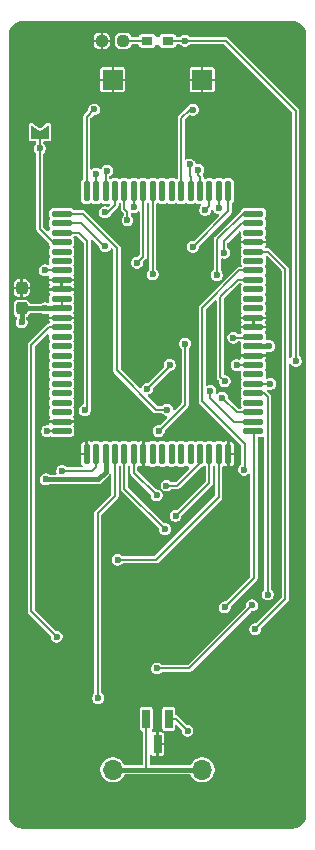
<source format=gbr>
G04 #@! TF.GenerationSoftware,KiCad,Pcbnew,9.0.6-9.0.6~ubuntu25.10.1*
G04 #@! TF.CreationDate,2025-12-22T11:42:10+09:00*
G04 #@! TF.ProjectId,bionic-s80c196kc,62696f6e-6963-42d7-9338-30633139366b,1*
G04 #@! TF.SameCoordinates,Original*
G04 #@! TF.FileFunction,Copper,L1,Top*
G04 #@! TF.FilePolarity,Positive*
%FSLAX46Y46*%
G04 Gerber Fmt 4.6, Leading zero omitted, Abs format (unit mm)*
G04 Created by KiCad (PCBNEW 9.0.6-9.0.6~ubuntu25.10.1) date 2025-12-22 11:42:10*
%MOMM*%
%LPD*%
G01*
G04 APERTURE LIST*
G04 Aperture macros list*
%AMRoundRect*
0 Rectangle with rounded corners*
0 $1 Rounding radius*
0 $2 $3 $4 $5 $6 $7 $8 $9 X,Y pos of 4 corners*
0 Add a 4 corners polygon primitive as box body*
4,1,4,$2,$3,$4,$5,$6,$7,$8,$9,$2,$3,0*
0 Add four circle primitives for the rounded corners*
1,1,$1+$1,$2,$3*
1,1,$1+$1,$4,$5*
1,1,$1+$1,$6,$7*
1,1,$1+$1,$8,$9*
0 Add four rect primitives between the rounded corners*
20,1,$1+$1,$2,$3,$4,$5,0*
20,1,$1+$1,$4,$5,$6,$7,0*
20,1,$1+$1,$6,$7,$8,$9,0*
20,1,$1+$1,$8,$9,$2,$3,0*%
%AMFreePoly0*
4,1,6,1.000000,0.000000,0.500000,-0.750000,-0.500000,-0.750000,-0.500000,0.750000,0.500000,0.750000,1.000000,0.000000,1.000000,0.000000,$1*%
%AMFreePoly1*
4,1,6,0.500000,-0.750000,-0.650000,-0.750000,-0.150000,0.000000,-0.650000,0.750000,0.500000,0.750000,0.500000,-0.750000,0.500000,-0.750000,$1*%
G04 Aperture macros list end*
G04 #@! TA.AperFunction,SMDPad,CuDef*
%ADD10RoundRect,0.237500X0.250000X0.237500X-0.250000X0.237500X-0.250000X-0.237500X0.250000X-0.237500X0*%
G04 #@! TD*
G04 #@! TA.AperFunction,SMDPad,CuDef*
%ADD11RoundRect,0.137500X-0.737500X-0.137500X0.737500X-0.137500X0.737500X0.137500X-0.737500X0.137500X0*%
G04 #@! TD*
G04 #@! TA.AperFunction,SMDPad,CuDef*
%ADD12RoundRect,0.137500X-0.137500X-0.737500X0.137500X-0.737500X0.137500X0.737500X-0.137500X0.737500X0*%
G04 #@! TD*
G04 #@! TA.AperFunction,SMDPad,CuDef*
%ADD13R,0.965200X0.762000*%
G04 #@! TD*
G04 #@! TA.AperFunction,SMDPad,CuDef*
%ADD14FreePoly0,270.000000*%
G04 #@! TD*
G04 #@! TA.AperFunction,SMDPad,CuDef*
%ADD15FreePoly1,270.000000*%
G04 #@! TD*
G04 #@! TA.AperFunction,SMDPad,CuDef*
%ADD16RoundRect,0.237500X0.237500X-0.300000X0.237500X0.300000X-0.237500X0.300000X-0.237500X-0.300000X0*%
G04 #@! TD*
G04 #@! TA.AperFunction,SMDPad,CuDef*
%ADD17R,0.660400X1.625600*%
G04 #@! TD*
G04 #@! TA.AperFunction,ComponentPad*
%ADD18O,1.700000X1.700000*%
G04 #@! TD*
G04 #@! TA.AperFunction,ComponentPad*
%ADD19R,1.700000X1.700000*%
G04 #@! TD*
G04 #@! TA.AperFunction,ViaPad*
%ADD20C,0.600000*%
G04 #@! TD*
G04 #@! TA.AperFunction,Conductor*
%ADD21C,0.400000*%
G04 #@! TD*
G04 #@! TA.AperFunction,Conductor*
%ADD22C,0.200000*%
G04 #@! TD*
G04 APERTURE END LIST*
D10*
X110804400Y-71778000D03*
X108979400Y-71778000D03*
D11*
X105575000Y-86428600D03*
X105575000Y-87228600D03*
X105575000Y-88028600D03*
X105575000Y-88828600D03*
X105575000Y-89628600D03*
X105575000Y-90428600D03*
X105575000Y-91228600D03*
X105575000Y-92028600D03*
X105575000Y-92828600D03*
X105575000Y-93628600D03*
X105575000Y-94428600D03*
X105575000Y-95228600D03*
X105575000Y-96028600D03*
X105575000Y-96828600D03*
X105575000Y-97628600D03*
X105575000Y-98428600D03*
X105575000Y-99228600D03*
X105575000Y-100028600D03*
X105575000Y-100828600D03*
X105575000Y-101628600D03*
X105575000Y-102428600D03*
X105575000Y-103228600D03*
X105575000Y-104028600D03*
X105575000Y-104828600D03*
D12*
X107700000Y-106753600D03*
X108500000Y-106753600D03*
X109300000Y-106753600D03*
X110100000Y-106753600D03*
X110900000Y-106753600D03*
X111700000Y-106753600D03*
X112500000Y-106753600D03*
X113300000Y-106753600D03*
X114100000Y-106753600D03*
X114900000Y-106753600D03*
X115700000Y-106753600D03*
X116500000Y-106753600D03*
X117300000Y-106753600D03*
X118100000Y-106753600D03*
X118900000Y-106753600D03*
X119700000Y-106753600D03*
D11*
X121825000Y-104828600D03*
X121825000Y-104028600D03*
X121825000Y-103228600D03*
X121825000Y-102428600D03*
X121825000Y-101628600D03*
X121825000Y-100828600D03*
X121825000Y-100028600D03*
X121825000Y-99228600D03*
X121825000Y-98428600D03*
X121825000Y-97628600D03*
X121825000Y-96828600D03*
X121825000Y-96028600D03*
X121825000Y-95228600D03*
X121825000Y-94428600D03*
X121825000Y-93628600D03*
X121825000Y-92828600D03*
X121825000Y-92028600D03*
X121825000Y-91228600D03*
X121825000Y-90428600D03*
X121825000Y-89628600D03*
X121825000Y-88828600D03*
X121825000Y-88028600D03*
X121825000Y-87228600D03*
X121825000Y-86428600D03*
D12*
X119700000Y-84503600D03*
X118900000Y-84503600D03*
X118100000Y-84503600D03*
X117300000Y-84503600D03*
X116500000Y-84503600D03*
X115700000Y-84503600D03*
X114900000Y-84503600D03*
X114100000Y-84503600D03*
X113300000Y-84503600D03*
X112500000Y-84503600D03*
X111700000Y-84503600D03*
X110900000Y-84503600D03*
X110100000Y-84503600D03*
X109300000Y-84503600D03*
X108500000Y-84503600D03*
X107700000Y-84503600D03*
D13*
X112823700Y-71778000D03*
X114576300Y-71778000D03*
D14*
X103743200Y-78127700D03*
D15*
X103743200Y-79577700D03*
D16*
X102193800Y-94433700D03*
X102193800Y-92708700D03*
D17*
X114650001Y-129182000D03*
X112749999Y-129182000D03*
X113700000Y-131314000D03*
D18*
X117484600Y-133500000D03*
D19*
X117484600Y-75080000D03*
X109910800Y-75080000D03*
D18*
X109910800Y-133500000D03*
D20*
X123149000Y-97635200D03*
X104353000Y-104823000D03*
X102194000Y-95628600D03*
X104225800Y-108912800D03*
X125409000Y-98879800D03*
X116037000Y-71778000D03*
X104200000Y-94434800D03*
X105699000Y-106550600D03*
X103844800Y-133550800D03*
X123707600Y-134922400D03*
X123631400Y-95654000D03*
X123631400Y-98854400D03*
X122361400Y-126159400D03*
X103514600Y-92707600D03*
X104657600Y-125499000D03*
X111700000Y-85875000D03*
X115224000Y-112011600D03*
X119161000Y-102019998D03*
X121701000Y-119580800D03*
X113661900Y-124927500D03*
X123225000Y-100835600D03*
X105166800Y-122232200D03*
X111972800Y-90574000D03*
X114460400Y-109436300D03*
X111155400Y-86967200D03*
X116240000Y-130198000D03*
X109432800Y-82776200D03*
X109255000Y-86306800D03*
X108340600Y-77594600D03*
X123046700Y-118666400D03*
X119389300Y-119748500D03*
X108500000Y-83030200D03*
X114746565Y-99230235D03*
X120431000Y-99235400D03*
X112844300Y-101224500D03*
X110321800Y-115720000D03*
X108670800Y-127429400D03*
X113300000Y-91564600D03*
X118170400Y-101429400D03*
X113801600Y-104823400D03*
X120126200Y-96924000D03*
X116036800Y-97432000D03*
X105622800Y-108212800D03*
X118729200Y-91621400D03*
X114512800Y-103020000D03*
X121967700Y-121600100D03*
X104175000Y-91209000D03*
X114335000Y-113129200D03*
X117738600Y-86103600D03*
X116697200Y-77620000D03*
X116697200Y-89227800D03*
X118900000Y-85951200D03*
X113631500Y-110270200D03*
X119354600Y-89735800D03*
X121040600Y-108100000D03*
X109266200Y-89177000D03*
X119380650Y-100590550D03*
X107553200Y-103070800D03*
X116417800Y-82242800D03*
X117129000Y-82700000D03*
X103743000Y-80896600D03*
D21*
X112760000Y-133500000D02*
X117485000Y-133500000D01*
X109911000Y-133500000D02*
X112760000Y-133500000D01*
D22*
X114576300Y-71778000D02*
X114576000Y-71778000D01*
D21*
X123149000Y-97635200D02*
X121832000Y-97635200D01*
X121832000Y-97635200D02*
X121825000Y-97628600D01*
D22*
X116037000Y-71778000D02*
X114576300Y-71778000D01*
X109910800Y-133500000D02*
X109911000Y-133500000D01*
X125409000Y-77721600D02*
X119466000Y-71778000D01*
X119466000Y-71778000D02*
X116037000Y-71778000D01*
X105575000Y-104828600D02*
X105575000Y-104829000D01*
X102193800Y-94433700D02*
X102194000Y-94433700D01*
D21*
X102194000Y-94433700D02*
X102194000Y-95628600D01*
X108645400Y-108912800D02*
X109300000Y-108258200D01*
D22*
X105575000Y-93628600D02*
X105575000Y-94428600D01*
D21*
X104200000Y-94434800D02*
X102195000Y-94434800D01*
X105569000Y-94434800D02*
X105575000Y-94428600D01*
X104225800Y-108912800D02*
X108645400Y-108912800D01*
X104200000Y-94434800D02*
X105569000Y-94434800D01*
D22*
X105575000Y-104829000D02*
X104358000Y-104829000D01*
X125409000Y-98879800D02*
X125409000Y-77721600D01*
D21*
X109300000Y-108258200D02*
X109300000Y-106753600D01*
D22*
X112750000Y-129182000D02*
X112750000Y-133490000D01*
X104358000Y-104829000D02*
X104353000Y-104823000D01*
D21*
X102195000Y-94434800D02*
X102194000Y-94433700D01*
D22*
X112750000Y-133490000D02*
X112760000Y-133500000D01*
X111700000Y-85875000D02*
X111700000Y-84503600D01*
X115224000Y-112011600D02*
X115274800Y-112011600D01*
X115274800Y-112011600D02*
X118100000Y-109186400D01*
X118100000Y-109186400D02*
X118100000Y-106753600D01*
X119161000Y-102019998D02*
X119202398Y-102019998D01*
X121111600Y-103223200D02*
X121117000Y-103228600D01*
X121117000Y-103228600D02*
X121825000Y-103228600D01*
X120405600Y-103223200D02*
X121111600Y-103223200D01*
X119202398Y-102019998D02*
X120405600Y-103223200D01*
X110804000Y-71778000D02*
X112824000Y-71778000D01*
X116354300Y-124927500D02*
X121701000Y-119580800D01*
X122925400Y-100828600D02*
X121825000Y-100828600D01*
X123225000Y-100835600D02*
X122932400Y-100835600D01*
X122932400Y-100835600D02*
X122925400Y-100828600D01*
X113661900Y-124927500D02*
X116354300Y-124927500D01*
X103006600Y-120072000D02*
X105166800Y-122232200D01*
X105575000Y-96028600D02*
X104511600Y-96028600D01*
X104511600Y-96028600D02*
X103006600Y-97533600D01*
X103006600Y-97533600D02*
X103006600Y-120072000D01*
X112500000Y-90046800D02*
X112500000Y-84503600D01*
X111972800Y-90574000D02*
X112500000Y-90046800D01*
X117300000Y-107488400D02*
X115352100Y-109436300D01*
X117300000Y-106753600D02*
X117300000Y-107488400D01*
X115352100Y-109436300D02*
X114460400Y-109436300D01*
X111155400Y-86288800D02*
X110900000Y-86033400D01*
X110900000Y-86033400D02*
X110900000Y-84503600D01*
X111155400Y-86967200D02*
X111155400Y-86288800D01*
X115224000Y-129182000D02*
X116240000Y-130198000D01*
X114650000Y-129182000D02*
X115224000Y-129182000D01*
X109432800Y-82776200D02*
X109300000Y-82909000D01*
X109300000Y-82909000D02*
X109300000Y-84503600D01*
X110100000Y-85690400D02*
X109483600Y-86306800D01*
X110100000Y-84503600D02*
X110100000Y-85690400D01*
X109483600Y-86306800D02*
X109255000Y-86306800D01*
X108340600Y-77594600D02*
X107700000Y-78235200D01*
X107700000Y-78235200D02*
X107700000Y-84503600D01*
X123046700Y-101952700D02*
X122722600Y-101628600D01*
X122722600Y-101628600D02*
X121825000Y-101628600D01*
X123046700Y-118666400D02*
X123046700Y-101952700D01*
X121870000Y-117267800D02*
X119389300Y-119748500D01*
X121825000Y-104828600D02*
X121870000Y-104873600D01*
X121870000Y-104873600D02*
X121870000Y-117267800D01*
X108500000Y-83030200D02*
X108500000Y-84503600D01*
X114746565Y-99322235D02*
X114746565Y-99230235D01*
X112844300Y-101224500D02*
X114746565Y-99322235D01*
X121818200Y-99235400D02*
X121825000Y-99228600D01*
X120431000Y-99235400D02*
X121818200Y-99235400D01*
X113547600Y-115720000D02*
X110321800Y-115720000D01*
X118900000Y-106753600D02*
X118900000Y-110367600D01*
X118900000Y-110367600D02*
X113547600Y-115720000D01*
X108670800Y-127429400D02*
X108645400Y-127404000D01*
X108645400Y-127404000D02*
X108645400Y-111783000D01*
X108645400Y-111783000D02*
X110100000Y-110328400D01*
X110100000Y-110328400D02*
X110100000Y-106753600D01*
X113300000Y-91564600D02*
X113300000Y-84503600D01*
X118170400Y-102054800D02*
X120144200Y-104028600D01*
X120144200Y-104028600D02*
X121825000Y-104028600D01*
X118170400Y-101429400D02*
X118170400Y-102054800D01*
X120126200Y-96924000D02*
X121729600Y-96924000D01*
X121729600Y-96924000D02*
X121825000Y-96828600D01*
X116036800Y-102588200D02*
X116036800Y-97432000D01*
X113801600Y-104823400D02*
X116036800Y-102588200D01*
X105622800Y-108212800D02*
X105634000Y-108201600D01*
X108162800Y-108201600D02*
X108500000Y-107864400D01*
X105634000Y-108201600D02*
X108162800Y-108201600D01*
X108500000Y-107864400D02*
X108500000Y-106753600D01*
X120918800Y-86428600D02*
X121825000Y-86428600D01*
X118729200Y-91621400D02*
X118754600Y-91596000D01*
X118754600Y-88592800D02*
X120918800Y-86428600D01*
X118754600Y-91596000D02*
X118754600Y-88592800D01*
X113595300Y-103020000D02*
X110271000Y-99695700D01*
X110271000Y-99695700D02*
X110271000Y-89304000D01*
X114512800Y-103020000D02*
X113595300Y-103020000D01*
X107395600Y-86428600D02*
X105575000Y-86428600D01*
X110271000Y-89304000D02*
X107395600Y-86428600D01*
X124520400Y-91107400D02*
X123041600Y-89628600D01*
X124520400Y-119047400D02*
X124520400Y-91107400D01*
X121967700Y-121600100D02*
X124520400Y-119047400D01*
X123041600Y-89628600D02*
X121825000Y-89628600D01*
X104175000Y-91209000D02*
X105555400Y-91209000D01*
X105555400Y-91209000D02*
X105575000Y-91228600D01*
X110900000Y-109694200D02*
X110900000Y-106753600D01*
X114335000Y-113129200D02*
X110900000Y-109694200D01*
X117738600Y-86103600D02*
X118100000Y-85742200D01*
X118100000Y-85742200D02*
X118100000Y-84503600D01*
X115700000Y-78337800D02*
X115700000Y-84503600D01*
X116417800Y-77620000D02*
X115700000Y-78337800D01*
X116697200Y-77620000D02*
X116417800Y-77620000D01*
X116697200Y-89227800D02*
X119700000Y-86225000D01*
X119700000Y-86225000D02*
X119700000Y-84503600D01*
X118900000Y-85951200D02*
X118900000Y-84503600D01*
X111700000Y-108338700D02*
X111700000Y-106753600D01*
X113631500Y-110270200D02*
X111700000Y-108338700D01*
X119354600Y-89735800D02*
X119313400Y-89694600D01*
X119313400Y-89694600D02*
X119313400Y-88770600D01*
X120855400Y-87228600D02*
X121825000Y-87228600D01*
X119313400Y-88770600D02*
X120855400Y-87228600D01*
X117484600Y-102283400D02*
X117484600Y-94384000D01*
X117484600Y-94384000D02*
X120640000Y-91228600D01*
X121091400Y-105890200D02*
X117484600Y-102283400D01*
X120640000Y-91228600D02*
X121825000Y-91228600D01*
X121091400Y-108049200D02*
X121091400Y-105890200D01*
X121040600Y-108100000D02*
X121091400Y-108049200D01*
X107255800Y-87228600D02*
X105575000Y-87228600D01*
X109139200Y-89050000D02*
X109077200Y-89050000D01*
X109266200Y-89177000D02*
X109139200Y-89050000D01*
X109077200Y-89050000D02*
X107255800Y-87228600D01*
X119017100Y-100227000D02*
X119017100Y-93486500D01*
X119380650Y-100590550D02*
X119017100Y-100227000D01*
X119017100Y-93486500D02*
X120475000Y-92028600D01*
X120475000Y-92028600D02*
X121825000Y-92028600D01*
X107750800Y-102873200D02*
X107750800Y-88714200D01*
X106297600Y-88028600D02*
X105575000Y-88028600D01*
X107070600Y-88034000D02*
X106303000Y-88034000D01*
X107750800Y-88714200D02*
X107070600Y-88034000D01*
X107553200Y-103070800D02*
X107750800Y-102873200D01*
X106303000Y-88034000D02*
X106297600Y-88028600D01*
X116500000Y-83290200D02*
X116500000Y-84503600D01*
X116417800Y-83208000D02*
X116500000Y-83290200D01*
X116417800Y-82242800D02*
X116417800Y-83208000D01*
X117129000Y-82700000D02*
X117129000Y-83146800D01*
X117129000Y-83146800D02*
X117300000Y-83317800D01*
X117300000Y-83317800D02*
X117300000Y-84503600D01*
X103842000Y-79676400D02*
X103743000Y-79577700D01*
X103941000Y-79775200D02*
X103842000Y-79676400D01*
X103743000Y-80896600D02*
X103743000Y-87695700D01*
X103743300Y-79577700D02*
X103842000Y-79676400D01*
X103743000Y-87695700D02*
X104876000Y-88828600D01*
X104876000Y-88828600D02*
X105575000Y-88828600D01*
X103743000Y-79577700D02*
X103743000Y-80896600D01*
X103743200Y-79577700D02*
X103743300Y-79577700D01*
G04 #@! TA.AperFunction,Conductor*
G36*
X125134309Y-70100877D02*
G01*
X125324457Y-70117512D01*
X125341437Y-70120505D01*
X125521635Y-70168789D01*
X125537839Y-70174687D01*
X125706902Y-70253523D01*
X125721842Y-70262149D01*
X125874641Y-70369140D01*
X125887861Y-70380232D01*
X126019767Y-70512138D01*
X126030859Y-70525358D01*
X126137850Y-70678157D01*
X126146478Y-70693101D01*
X126225308Y-70862151D01*
X126231211Y-70878368D01*
X126279492Y-71058555D01*
X126282488Y-71075550D01*
X126299123Y-71265690D01*
X126299500Y-71274318D01*
X126299500Y-137305681D01*
X126299123Y-137314309D01*
X126282488Y-137504449D01*
X126279492Y-137521444D01*
X126231211Y-137701631D01*
X126225308Y-137717848D01*
X126146478Y-137886898D01*
X126137850Y-137901842D01*
X126030859Y-138054641D01*
X126019767Y-138067861D01*
X125887861Y-138199767D01*
X125874641Y-138210859D01*
X125721842Y-138317850D01*
X125706898Y-138326478D01*
X125537848Y-138405308D01*
X125521631Y-138411211D01*
X125341444Y-138459492D01*
X125324449Y-138462488D01*
X125134309Y-138479123D01*
X125125681Y-138479500D01*
X102274319Y-138479500D01*
X102265691Y-138479123D01*
X102075550Y-138462488D01*
X102058555Y-138459492D01*
X101878368Y-138411211D01*
X101862154Y-138405309D01*
X101693100Y-138326477D01*
X101678157Y-138317850D01*
X101525358Y-138210859D01*
X101512138Y-138199767D01*
X101380232Y-138067861D01*
X101369140Y-138054641D01*
X101262149Y-137901842D01*
X101253523Y-137886902D01*
X101174687Y-137717839D01*
X101168788Y-137701631D01*
X101149843Y-137630926D01*
X101120505Y-137521437D01*
X101117512Y-137504457D01*
X101100877Y-137314309D01*
X101100500Y-137305681D01*
X101100500Y-133396532D01*
X108860300Y-133396532D01*
X108860300Y-133603467D01*
X108900669Y-133806418D01*
X108979858Y-133997597D01*
X108979859Y-133997598D01*
X109094823Y-134169655D01*
X109241145Y-134315977D01*
X109413202Y-134430941D01*
X109604380Y-134510130D01*
X109807335Y-134550500D01*
X109807336Y-134550500D01*
X110014264Y-134550500D01*
X110014265Y-134550500D01*
X110217220Y-134510130D01*
X110408398Y-134430941D01*
X110580455Y-134315977D01*
X110726777Y-134169655D01*
X110841741Y-133997598D01*
X110856646Y-133961615D01*
X110896382Y-133915089D01*
X110948110Y-133900500D01*
X112707273Y-133900500D01*
X116447290Y-133900500D01*
X116505481Y-133919407D01*
X116538754Y-133961615D01*
X116553657Y-133997595D01*
X116553658Y-133997597D01*
X116553659Y-133997598D01*
X116668623Y-134169655D01*
X116814945Y-134315977D01*
X116987002Y-134430941D01*
X117178180Y-134510130D01*
X117381135Y-134550500D01*
X117381136Y-134550500D01*
X117588064Y-134550500D01*
X117588065Y-134550500D01*
X117791020Y-134510130D01*
X117982198Y-134430941D01*
X118154255Y-134315977D01*
X118300577Y-134169655D01*
X118415541Y-133997598D01*
X118494730Y-133806420D01*
X118535100Y-133603465D01*
X118535100Y-133396535D01*
X118494730Y-133193580D01*
X118415541Y-133002402D01*
X118300577Y-132830345D01*
X118154255Y-132684023D01*
X117982198Y-132569059D01*
X117982199Y-132569059D01*
X117982197Y-132569058D01*
X117791018Y-132489869D01*
X117588067Y-132449500D01*
X117588065Y-132449500D01*
X117381135Y-132449500D01*
X117381132Y-132449500D01*
X117178181Y-132489869D01*
X116987002Y-132569058D01*
X116814948Y-132684020D01*
X116668620Y-132830348D01*
X116553657Y-133002404D01*
X116538754Y-133038385D01*
X116499018Y-133084911D01*
X116447290Y-133099500D01*
X113149500Y-133099500D01*
X113091309Y-133080593D01*
X113055345Y-133031093D01*
X113050500Y-133000500D01*
X113050500Y-132334891D01*
X113069407Y-132276700D01*
X113118907Y-132240736D01*
X113180093Y-132240736D01*
X113219504Y-132264887D01*
X113225610Y-132270993D01*
X113291763Y-132315196D01*
X113350099Y-132326799D01*
X113350103Y-132326800D01*
X113599999Y-132326800D01*
X113600000Y-132326799D01*
X113600000Y-131414001D01*
X113800000Y-131414001D01*
X113800000Y-132326799D01*
X113800001Y-132326800D01*
X114049897Y-132326800D01*
X114049900Y-132326799D01*
X114108236Y-132315196D01*
X114174389Y-132270993D01*
X114174393Y-132270989D01*
X114218596Y-132204836D01*
X114230199Y-132146500D01*
X114230200Y-132146497D01*
X114230200Y-131414001D01*
X114230199Y-131414000D01*
X113800001Y-131414000D01*
X113800000Y-131414001D01*
X113600000Y-131414001D01*
X113600000Y-130301201D01*
X113800000Y-130301201D01*
X113800000Y-131213999D01*
X113800001Y-131214000D01*
X114230199Y-131214000D01*
X114230200Y-131213999D01*
X114230200Y-130481502D01*
X114230199Y-130481499D01*
X114218596Y-130423163D01*
X114178162Y-130362651D01*
X114073606Y-130305915D01*
X114049902Y-130301200D01*
X113800001Y-130301200D01*
X113800000Y-130301201D01*
X113600000Y-130301201D01*
X113599999Y-130301200D01*
X113350096Y-130301200D01*
X113311678Y-130308842D01*
X113250916Y-130301650D01*
X113205987Y-130260116D01*
X113194051Y-130200106D01*
X113219668Y-130144542D01*
X113222365Y-130141737D01*
X113224744Y-130139356D01*
X113224751Y-130139352D01*
X113269066Y-130073031D01*
X113280699Y-130014548D01*
X113280699Y-128349453D01*
X114119301Y-128349453D01*
X114119301Y-130014546D01*
X114119302Y-130014558D01*
X114130933Y-130073027D01*
X114130934Y-130073031D01*
X114175249Y-130139352D01*
X114241570Y-130183667D01*
X114276131Y-130190541D01*
X114276132Y-130190542D01*
X114300045Y-130195299D01*
X114300051Y-130195299D01*
X114300053Y-130195300D01*
X114300054Y-130195300D01*
X114999948Y-130195300D01*
X114999949Y-130195300D01*
X115058432Y-130183667D01*
X115124753Y-130139352D01*
X115169068Y-130073031D01*
X115180701Y-130014548D01*
X115180701Y-129802680D01*
X115199608Y-129744489D01*
X115249108Y-129708525D01*
X115310294Y-129708525D01*
X115349705Y-129732676D01*
X115710504Y-130093475D01*
X115738281Y-130147992D01*
X115739500Y-130163479D01*
X115739500Y-130263892D01*
X115765962Y-130362651D01*
X115773609Y-130391190D01*
X115839496Y-130505309D01*
X115839498Y-130505311D01*
X115839500Y-130505314D01*
X115932686Y-130598500D01*
X115932688Y-130598501D01*
X115932690Y-130598503D01*
X116046810Y-130664390D01*
X116046808Y-130664390D01*
X116046812Y-130664391D01*
X116046814Y-130664392D01*
X116174108Y-130698500D01*
X116174110Y-130698500D01*
X116305890Y-130698500D01*
X116305892Y-130698500D01*
X116433186Y-130664392D01*
X116433188Y-130664390D01*
X116433190Y-130664390D01*
X116547309Y-130598503D01*
X116547309Y-130598502D01*
X116547314Y-130598500D01*
X116640500Y-130505314D01*
X116706392Y-130391186D01*
X116740500Y-130263892D01*
X116740500Y-130132108D01*
X116706392Y-130004814D01*
X116706390Y-130004811D01*
X116706390Y-130004809D01*
X116640503Y-129890690D01*
X116640501Y-129890688D01*
X116640500Y-129890686D01*
X116547314Y-129797500D01*
X116547311Y-129797498D01*
X116547309Y-129797496D01*
X116433189Y-129731609D01*
X116433191Y-129731609D01*
X116383799Y-129718375D01*
X116305892Y-129697500D01*
X116205479Y-129697500D01*
X116147288Y-129678593D01*
X116135475Y-129668504D01*
X116030643Y-129563672D01*
X115408511Y-128941540D01*
X115408508Y-128941538D01*
X115339992Y-128901980D01*
X115339988Y-128901978D01*
X115257294Y-128879820D01*
X115257868Y-128877676D01*
X115211543Y-128855572D01*
X115182356Y-128801797D01*
X115180701Y-128783770D01*
X115180701Y-128349453D01*
X115180699Y-128349441D01*
X115177912Y-128335431D01*
X115169068Y-128290969D01*
X115124753Y-128224648D01*
X115124749Y-128224645D01*
X115058434Y-128180334D01*
X115058432Y-128180333D01*
X115058429Y-128180332D01*
X115058428Y-128180332D01*
X114999959Y-128168701D01*
X114999949Y-128168700D01*
X114300053Y-128168700D01*
X114300052Y-128168700D01*
X114300042Y-128168701D01*
X114241573Y-128180332D01*
X114241567Y-128180334D01*
X114175252Y-128224645D01*
X114175246Y-128224651D01*
X114130935Y-128290966D01*
X114130933Y-128290972D01*
X114119302Y-128349441D01*
X114119301Y-128349453D01*
X113280699Y-128349453D01*
X113280699Y-128349452D01*
X113269066Y-128290969D01*
X113224751Y-128224648D01*
X113224747Y-128224645D01*
X113158432Y-128180334D01*
X113158430Y-128180333D01*
X113158427Y-128180332D01*
X113158426Y-128180332D01*
X113099957Y-128168701D01*
X113099947Y-128168700D01*
X112400051Y-128168700D01*
X112400050Y-128168700D01*
X112400040Y-128168701D01*
X112341571Y-128180332D01*
X112341565Y-128180334D01*
X112275250Y-128224645D01*
X112275244Y-128224651D01*
X112230933Y-128290966D01*
X112230931Y-128290972D01*
X112219300Y-128349441D01*
X112219299Y-128349453D01*
X112219299Y-130014546D01*
X112219300Y-130014558D01*
X112230931Y-130073027D01*
X112230933Y-130073033D01*
X112270407Y-130132109D01*
X112275247Y-130139352D01*
X112341568Y-130183667D01*
X112369816Y-130189286D01*
X112423198Y-130219182D01*
X112448814Y-130274748D01*
X112449500Y-130286383D01*
X112449500Y-133000500D01*
X112430593Y-133058691D01*
X112381093Y-133094655D01*
X112350500Y-133099500D01*
X110948110Y-133099500D01*
X110889919Y-133080593D01*
X110856646Y-133038385D01*
X110841742Y-133002404D01*
X110726779Y-132830348D01*
X110726777Y-132830345D01*
X110580455Y-132684023D01*
X110408398Y-132569059D01*
X110408399Y-132569059D01*
X110408397Y-132569058D01*
X110217218Y-132489869D01*
X110014267Y-132449500D01*
X110014265Y-132449500D01*
X109807335Y-132449500D01*
X109807332Y-132449500D01*
X109604381Y-132489869D01*
X109413202Y-132569058D01*
X109241148Y-132684020D01*
X109094820Y-132830348D01*
X108979858Y-133002402D01*
X108900669Y-133193581D01*
X108860300Y-133396532D01*
X101100500Y-133396532D01*
X101100500Y-97494035D01*
X102706100Y-97494035D01*
X102706100Y-120111564D01*
X102726578Y-120187988D01*
X102761801Y-120248994D01*
X102761802Y-120249000D01*
X102761804Y-120249000D01*
X102766140Y-120256511D01*
X104637305Y-122127676D01*
X104665081Y-122182191D01*
X104666300Y-122197678D01*
X104666300Y-122298092D01*
X104696379Y-122410351D01*
X104700409Y-122425390D01*
X104766296Y-122539509D01*
X104766298Y-122539511D01*
X104766300Y-122539514D01*
X104859486Y-122632700D01*
X104859488Y-122632701D01*
X104859490Y-122632703D01*
X104973610Y-122698590D01*
X104973608Y-122698590D01*
X104973612Y-122698591D01*
X104973614Y-122698592D01*
X105100908Y-122732700D01*
X105100910Y-122732700D01*
X105232690Y-122732700D01*
X105232692Y-122732700D01*
X105359986Y-122698592D01*
X105359988Y-122698590D01*
X105359990Y-122698590D01*
X105474109Y-122632703D01*
X105474109Y-122632702D01*
X105474114Y-122632700D01*
X105567300Y-122539514D01*
X105633192Y-122425386D01*
X105667300Y-122298092D01*
X105667300Y-122166308D01*
X105633192Y-122039014D01*
X105633190Y-122039011D01*
X105633190Y-122039009D01*
X105567303Y-121924890D01*
X105567301Y-121924888D01*
X105567300Y-121924886D01*
X105474114Y-121831700D01*
X105474111Y-121831698D01*
X105474109Y-121831696D01*
X105359989Y-121765809D01*
X105359991Y-121765809D01*
X105310599Y-121752575D01*
X105232692Y-121731700D01*
X105132279Y-121731700D01*
X105074088Y-121712793D01*
X105062275Y-121702704D01*
X103336096Y-119976525D01*
X103308319Y-119922008D01*
X103307100Y-119906521D01*
X103307100Y-108846908D01*
X103725300Y-108846908D01*
X103725300Y-108978692D01*
X103736615Y-109020920D01*
X103759409Y-109105990D01*
X103825296Y-109220109D01*
X103825298Y-109220111D01*
X103825300Y-109220114D01*
X103918486Y-109313300D01*
X103918488Y-109313301D01*
X103918490Y-109313303D01*
X104032610Y-109379190D01*
X104032608Y-109379190D01*
X104032612Y-109379191D01*
X104032614Y-109379192D01*
X104159908Y-109413300D01*
X104159910Y-109413300D01*
X104291690Y-109413300D01*
X104291692Y-109413300D01*
X104418986Y-109379192D01*
X104510141Y-109326563D01*
X104559640Y-109313300D01*
X108698125Y-109313300D01*
X108698127Y-109313300D01*
X108799988Y-109286007D01*
X108799990Y-109286005D01*
X108799992Y-109286005D01*
X108891308Y-109233283D01*
X108891308Y-109233282D01*
X108891313Y-109233280D01*
X109620480Y-108504113D01*
X109620483Y-108504108D01*
X109621958Y-108502187D01*
X109623387Y-108501204D01*
X109625068Y-108499524D01*
X109625379Y-108499835D01*
X109672382Y-108467531D01*
X109733546Y-108469132D01*
X109782088Y-108506379D01*
X109799500Y-108562454D01*
X109799500Y-110162921D01*
X109780593Y-110221112D01*
X109770504Y-110232925D01*
X108460889Y-111542540D01*
X108460888Y-111542539D01*
X108404939Y-111598489D01*
X108365380Y-111667007D01*
X108365378Y-111667011D01*
X108344900Y-111743435D01*
X108344900Y-127006478D01*
X108325993Y-127064669D01*
X108315904Y-127076481D01*
X108270300Y-127122084D01*
X108270296Y-127122090D01*
X108204409Y-127236209D01*
X108204408Y-127236214D01*
X108170300Y-127363508D01*
X108170300Y-127495292D01*
X108200379Y-127607551D01*
X108204409Y-127622590D01*
X108270296Y-127736709D01*
X108270298Y-127736711D01*
X108270300Y-127736714D01*
X108363486Y-127829900D01*
X108363488Y-127829901D01*
X108363490Y-127829903D01*
X108477610Y-127895790D01*
X108477608Y-127895790D01*
X108477612Y-127895791D01*
X108477614Y-127895792D01*
X108604908Y-127929900D01*
X108604910Y-127929900D01*
X108736690Y-127929900D01*
X108736692Y-127929900D01*
X108863986Y-127895792D01*
X108863988Y-127895790D01*
X108863990Y-127895790D01*
X108978109Y-127829903D01*
X108978109Y-127829902D01*
X108978114Y-127829900D01*
X109071300Y-127736714D01*
X109137192Y-127622586D01*
X109171300Y-127495292D01*
X109171300Y-127363508D01*
X109137192Y-127236214D01*
X109137190Y-127236211D01*
X109137190Y-127236209D01*
X109071303Y-127122090D01*
X109071301Y-127122088D01*
X109071300Y-127122086D01*
X108978114Y-127028900D01*
X108978111Y-127028898D01*
X108974896Y-127025683D01*
X108947119Y-126971166D01*
X108945900Y-126955679D01*
X108945900Y-124861608D01*
X113161400Y-124861608D01*
X113161400Y-124993392D01*
X113191479Y-125105651D01*
X113195509Y-125120690D01*
X113261396Y-125234809D01*
X113261398Y-125234811D01*
X113261400Y-125234814D01*
X113354586Y-125328000D01*
X113354588Y-125328001D01*
X113354590Y-125328003D01*
X113468710Y-125393890D01*
X113468708Y-125393890D01*
X113468712Y-125393891D01*
X113468714Y-125393892D01*
X113596008Y-125428000D01*
X113596010Y-125428000D01*
X113727790Y-125428000D01*
X113727792Y-125428000D01*
X113855086Y-125393892D01*
X113855088Y-125393890D01*
X113855090Y-125393890D01*
X113969209Y-125328003D01*
X113969209Y-125328002D01*
X113969214Y-125328000D01*
X114040219Y-125256994D01*
X114094734Y-125229219D01*
X114110221Y-125228000D01*
X116393863Y-125228000D01*
X116393863Y-125227999D01*
X116470289Y-125207521D01*
X116538811Y-125167960D01*
X116594760Y-125112011D01*
X121596474Y-120110295D01*
X121650991Y-120082519D01*
X121666478Y-120081300D01*
X121766890Y-120081300D01*
X121766892Y-120081300D01*
X121894186Y-120047192D01*
X121894188Y-120047190D01*
X121894190Y-120047190D01*
X122008309Y-119981303D01*
X122008309Y-119981302D01*
X122008314Y-119981300D01*
X122101500Y-119888114D01*
X122167392Y-119773986D01*
X122201500Y-119646692D01*
X122201500Y-119514908D01*
X122167392Y-119387614D01*
X122167390Y-119387611D01*
X122167390Y-119387609D01*
X122101503Y-119273490D01*
X122101501Y-119273488D01*
X122101500Y-119273486D01*
X122008314Y-119180300D01*
X122008311Y-119180298D01*
X122008309Y-119180296D01*
X121894189Y-119114409D01*
X121894191Y-119114409D01*
X121844799Y-119101175D01*
X121766892Y-119080300D01*
X121635108Y-119080300D01*
X121557200Y-119101175D01*
X121507809Y-119114409D01*
X121393690Y-119180296D01*
X121300496Y-119273490D01*
X121234609Y-119387609D01*
X121200500Y-119514909D01*
X121200500Y-119615320D01*
X121181593Y-119673511D01*
X121171504Y-119685324D01*
X116258825Y-124598004D01*
X116204308Y-124625781D01*
X116188821Y-124627000D01*
X114110221Y-124627000D01*
X114052030Y-124608093D01*
X114040223Y-124598009D01*
X113969214Y-124527000D01*
X113969211Y-124526998D01*
X113969209Y-124526996D01*
X113855089Y-124461109D01*
X113855091Y-124461109D01*
X113805699Y-124447875D01*
X113727792Y-124427000D01*
X113596008Y-124427000D01*
X113518100Y-124447875D01*
X113468709Y-124461109D01*
X113354590Y-124526996D01*
X113261396Y-124620190D01*
X113195509Y-124734309D01*
X113195508Y-124734314D01*
X113161400Y-124861608D01*
X108945900Y-124861608D01*
X108945900Y-111948478D01*
X108964807Y-111890287D01*
X108974890Y-111878480D01*
X110340460Y-110512911D01*
X110357388Y-110483591D01*
X110357390Y-110483588D01*
X110380020Y-110444390D01*
X110380021Y-110444389D01*
X110400500Y-110367962D01*
X110400500Y-107847109D01*
X110402968Y-107839512D01*
X110401719Y-107831623D01*
X110412243Y-107810967D01*
X110419407Y-107788919D01*
X110429496Y-107777106D01*
X110429996Y-107776606D01*
X110484513Y-107748829D01*
X110544945Y-107758400D01*
X110570004Y-107776606D01*
X110570504Y-107777106D01*
X110577622Y-107791077D01*
X110588210Y-107801665D01*
X110590552Y-107816453D01*
X110598281Y-107831623D01*
X110599500Y-107847110D01*
X110599500Y-109733764D01*
X110619978Y-109810188D01*
X110619979Y-109810190D01*
X110635341Y-109836796D01*
X110635341Y-109836799D01*
X110635342Y-109836799D01*
X110635343Y-109836800D01*
X110659540Y-109878711D01*
X113805505Y-113024676D01*
X113833281Y-113079191D01*
X113834500Y-113094678D01*
X113834500Y-113195092D01*
X113864579Y-113307351D01*
X113868609Y-113322390D01*
X113934496Y-113436509D01*
X113934498Y-113436511D01*
X113934500Y-113436514D01*
X114027686Y-113529700D01*
X114027688Y-113529701D01*
X114027690Y-113529703D01*
X114141810Y-113595590D01*
X114141808Y-113595590D01*
X114141812Y-113595591D01*
X114141814Y-113595592D01*
X114269108Y-113629700D01*
X114269110Y-113629700D01*
X114400890Y-113629700D01*
X114400892Y-113629700D01*
X114528186Y-113595592D01*
X114528188Y-113595590D01*
X114528190Y-113595590D01*
X114642309Y-113529703D01*
X114642309Y-113529702D01*
X114642314Y-113529700D01*
X114735500Y-113436514D01*
X114801392Y-113322386D01*
X114835500Y-113195092D01*
X114835500Y-113063308D01*
X114801392Y-112936014D01*
X114801390Y-112936011D01*
X114801390Y-112936009D01*
X114735503Y-112821890D01*
X114735501Y-112821888D01*
X114735500Y-112821886D01*
X114642314Y-112728700D01*
X114642311Y-112728698D01*
X114642309Y-112728696D01*
X114528189Y-112662809D01*
X114528191Y-112662809D01*
X114478799Y-112649575D01*
X114400892Y-112628700D01*
X114300479Y-112628700D01*
X114242288Y-112609793D01*
X114230475Y-112599704D01*
X111229496Y-109598725D01*
X111201719Y-109544208D01*
X111200500Y-109528721D01*
X111200500Y-107847110D01*
X111202968Y-107839512D01*
X111201719Y-107831623D01*
X111212243Y-107810967D01*
X111219407Y-107788919D01*
X111229496Y-107777106D01*
X111229996Y-107776606D01*
X111284513Y-107748829D01*
X111344945Y-107758400D01*
X111370004Y-107776606D01*
X111370504Y-107777106D01*
X111377622Y-107791077D01*
X111388210Y-107801665D01*
X111390552Y-107816453D01*
X111398281Y-107831623D01*
X111399500Y-107847110D01*
X111399500Y-108378264D01*
X111419977Y-108454685D01*
X111419979Y-108454690D01*
X111442251Y-108493267D01*
X111442252Y-108493267D01*
X111442253Y-108493269D01*
X111459540Y-108523211D01*
X113102005Y-110165676D01*
X113129781Y-110220191D01*
X113131000Y-110235678D01*
X113131000Y-110336092D01*
X113150043Y-110407162D01*
X113165109Y-110463390D01*
X113230996Y-110577509D01*
X113230998Y-110577511D01*
X113231000Y-110577514D01*
X113324186Y-110670700D01*
X113324188Y-110670701D01*
X113324190Y-110670703D01*
X113438310Y-110736590D01*
X113438308Y-110736590D01*
X113438312Y-110736591D01*
X113438314Y-110736592D01*
X113565608Y-110770700D01*
X113565610Y-110770700D01*
X113697390Y-110770700D01*
X113697392Y-110770700D01*
X113824686Y-110736592D01*
X113824688Y-110736590D01*
X113824690Y-110736590D01*
X113938809Y-110670703D01*
X113938809Y-110670702D01*
X113938814Y-110670700D01*
X114032000Y-110577514D01*
X114032003Y-110577509D01*
X114097890Y-110463390D01*
X114097890Y-110463388D01*
X114097892Y-110463386D01*
X114132000Y-110336092D01*
X114132000Y-110204308D01*
X114097892Y-110077014D01*
X114097890Y-110077011D01*
X114097890Y-110077009D01*
X114047001Y-109988867D01*
X114034279Y-109929019D01*
X114059166Y-109873123D01*
X114112154Y-109842530D01*
X114173004Y-109848926D01*
X114182237Y-109853631D01*
X114267210Y-109902690D01*
X114267208Y-109902690D01*
X114267212Y-109902691D01*
X114267214Y-109902692D01*
X114394508Y-109936800D01*
X114394510Y-109936800D01*
X114526290Y-109936800D01*
X114526292Y-109936800D01*
X114653586Y-109902692D01*
X114653588Y-109902690D01*
X114653590Y-109902690D01*
X114767709Y-109836803D01*
X114767709Y-109836802D01*
X114767714Y-109836800D01*
X114838719Y-109765794D01*
X114893234Y-109738019D01*
X114908721Y-109736800D01*
X115391663Y-109736800D01*
X115391663Y-109736799D01*
X115468089Y-109716321D01*
X115536611Y-109676760D01*
X115592560Y-109620811D01*
X117355275Y-107858094D01*
X117409792Y-107830318D01*
X117425279Y-107829099D01*
X117477099Y-107829099D01*
X117477102Y-107829099D01*
X117526330Y-107822619D01*
X117634359Y-107772244D01*
X117634361Y-107772241D01*
X117641454Y-107767276D01*
X117643256Y-107769849D01*
X117643967Y-107769487D01*
X117655055Y-107758400D01*
X117670542Y-107755947D01*
X117684513Y-107748829D01*
X117700000Y-107751281D01*
X117715487Y-107748829D01*
X117729457Y-107755947D01*
X117744945Y-107758400D01*
X117770004Y-107776606D01*
X117770504Y-107777106D01*
X117798281Y-107831623D01*
X117799500Y-107847110D01*
X117799500Y-109020920D01*
X117780593Y-109079111D01*
X117770504Y-109090924D01*
X115377818Y-111483609D01*
X115323301Y-111511386D01*
X115294895Y-111511758D01*
X115289896Y-111511100D01*
X115289892Y-111511100D01*
X115158108Y-111511100D01*
X115110446Y-111523871D01*
X115030809Y-111545209D01*
X114916690Y-111611096D01*
X114823496Y-111704290D01*
X114757609Y-111818409D01*
X114757608Y-111818414D01*
X114723500Y-111945708D01*
X114723500Y-112077492D01*
X114753579Y-112189751D01*
X114757609Y-112204790D01*
X114823496Y-112318909D01*
X114823498Y-112318911D01*
X114823500Y-112318914D01*
X114916686Y-112412100D01*
X114916688Y-112412101D01*
X114916690Y-112412103D01*
X115030810Y-112477990D01*
X115030808Y-112477990D01*
X115030812Y-112477991D01*
X115030814Y-112477992D01*
X115158108Y-112512100D01*
X115158110Y-112512100D01*
X115289890Y-112512100D01*
X115289892Y-112512100D01*
X115417186Y-112477992D01*
X115417188Y-112477990D01*
X115417190Y-112477990D01*
X115531309Y-112412103D01*
X115531309Y-112412102D01*
X115531314Y-112412100D01*
X115624500Y-112318914D01*
X115690392Y-112204786D01*
X115724500Y-112077492D01*
X115724500Y-112027878D01*
X115743407Y-111969687D01*
X115753490Y-111957880D01*
X118340460Y-109370911D01*
X118369673Y-109320312D01*
X118380021Y-109302389D01*
X118400500Y-109225962D01*
X118400500Y-107847109D01*
X118402968Y-107839512D01*
X118401719Y-107831623D01*
X118412243Y-107810967D01*
X118419407Y-107788919D01*
X118429496Y-107777106D01*
X118429996Y-107776606D01*
X118484513Y-107748829D01*
X118544945Y-107758400D01*
X118570004Y-107776606D01*
X118570504Y-107777106D01*
X118577622Y-107791077D01*
X118588210Y-107801665D01*
X118590552Y-107816453D01*
X118598281Y-107831623D01*
X118599500Y-107847110D01*
X118599500Y-110202121D01*
X118580593Y-110260312D01*
X118570504Y-110272125D01*
X113452125Y-115390504D01*
X113397608Y-115418281D01*
X113382121Y-115419500D01*
X110770121Y-115419500D01*
X110711930Y-115400593D01*
X110700123Y-115390509D01*
X110629114Y-115319500D01*
X110629111Y-115319498D01*
X110629109Y-115319496D01*
X110514989Y-115253609D01*
X110514991Y-115253609D01*
X110465599Y-115240375D01*
X110387692Y-115219500D01*
X110255908Y-115219500D01*
X110178000Y-115240375D01*
X110128609Y-115253609D01*
X110014490Y-115319496D01*
X109921296Y-115412690D01*
X109855409Y-115526809D01*
X109855408Y-115526814D01*
X109821300Y-115654108D01*
X109821300Y-115785892D01*
X109851379Y-115898151D01*
X109855409Y-115913190D01*
X109921296Y-116027309D01*
X109921298Y-116027311D01*
X109921300Y-116027314D01*
X110014486Y-116120500D01*
X110014488Y-116120501D01*
X110014490Y-116120503D01*
X110128610Y-116186390D01*
X110128608Y-116186390D01*
X110128612Y-116186391D01*
X110128614Y-116186392D01*
X110255908Y-116220500D01*
X110255910Y-116220500D01*
X110387690Y-116220500D01*
X110387692Y-116220500D01*
X110514986Y-116186392D01*
X110514988Y-116186390D01*
X110514990Y-116186390D01*
X110629109Y-116120503D01*
X110629109Y-116120502D01*
X110629114Y-116120500D01*
X110700119Y-116049494D01*
X110754634Y-116021719D01*
X110770121Y-116020500D01*
X113587163Y-116020500D01*
X113587163Y-116020499D01*
X113663589Y-116000021D01*
X113732111Y-115960460D01*
X113788060Y-115904511D01*
X119140460Y-110552111D01*
X119180022Y-110483588D01*
X119200500Y-110407162D01*
X119200500Y-110328038D01*
X119200500Y-107847109D01*
X119202968Y-107839511D01*
X119201719Y-107831622D01*
X119212243Y-107810966D01*
X119219407Y-107788918D01*
X119229496Y-107777105D01*
X119230349Y-107776252D01*
X119284866Y-107748475D01*
X119345298Y-107758046D01*
X119358362Y-107767537D01*
X119358837Y-107766860D01*
X119365932Y-107771828D01*
X119473801Y-107822128D01*
X119473799Y-107822128D01*
X119522955Y-107828599D01*
X119522956Y-107828599D01*
X119599999Y-107828598D01*
X119600000Y-107828598D01*
X119600000Y-106853601D01*
X119800000Y-106853601D01*
X119800000Y-107828598D01*
X119800001Y-107828599D01*
X119877041Y-107828599D01*
X119877051Y-107828598D01*
X119926196Y-107822129D01*
X119926201Y-107822128D01*
X120034065Y-107771829D01*
X120118229Y-107687665D01*
X120168528Y-107579799D01*
X120174999Y-107530645D01*
X120175000Y-107530644D01*
X120175000Y-106853601D01*
X120174999Y-106853600D01*
X119800001Y-106853600D01*
X119800000Y-106853601D01*
X119600000Y-106853601D01*
X119600000Y-105678601D01*
X119800000Y-105678601D01*
X119800000Y-106653599D01*
X119800001Y-106653600D01*
X120174998Y-106653600D01*
X120174999Y-106653599D01*
X120174999Y-105976559D01*
X120174998Y-105976548D01*
X120168529Y-105927403D01*
X120168528Y-105927398D01*
X120118229Y-105819534D01*
X120034065Y-105735370D01*
X119926198Y-105685071D01*
X119926200Y-105685071D01*
X119877045Y-105678600D01*
X119800001Y-105678600D01*
X119800000Y-105678601D01*
X119600000Y-105678601D01*
X119600000Y-105678599D01*
X119522960Y-105678600D01*
X119522948Y-105678601D01*
X119473803Y-105685070D01*
X119473798Y-105685071D01*
X119365932Y-105735371D01*
X119358837Y-105740340D01*
X119357020Y-105737746D01*
X119315811Y-105758729D01*
X119255382Y-105749139D01*
X119241874Y-105739323D01*
X119241454Y-105739924D01*
X119234356Y-105734954D01*
X119126335Y-105684583D01*
X119126333Y-105684582D01*
X119126330Y-105684581D01*
X119077103Y-105678100D01*
X119077101Y-105678100D01*
X118722900Y-105678100D01*
X118722892Y-105678101D01*
X118673670Y-105684580D01*
X118565641Y-105734955D01*
X118558546Y-105739924D01*
X118556745Y-105737352D01*
X118515459Y-105758375D01*
X118455030Y-105748786D01*
X118441918Y-105739260D01*
X118441454Y-105739924D01*
X118434356Y-105734954D01*
X118326335Y-105684583D01*
X118326333Y-105684582D01*
X118326330Y-105684581D01*
X118277103Y-105678100D01*
X118277101Y-105678100D01*
X117922900Y-105678100D01*
X117922892Y-105678101D01*
X117873670Y-105684580D01*
X117765641Y-105734955D01*
X117758546Y-105739924D01*
X117756745Y-105737352D01*
X117715459Y-105758375D01*
X117655030Y-105748786D01*
X117641918Y-105739260D01*
X117641454Y-105739924D01*
X117634356Y-105734954D01*
X117526335Y-105684583D01*
X117526333Y-105684582D01*
X117526330Y-105684581D01*
X117477103Y-105678100D01*
X117477101Y-105678100D01*
X117122900Y-105678100D01*
X117122892Y-105678101D01*
X117073670Y-105684580D01*
X116965641Y-105734955D01*
X116958546Y-105739924D01*
X116956745Y-105737352D01*
X116915459Y-105758375D01*
X116855030Y-105748786D01*
X116841918Y-105739260D01*
X116841454Y-105739924D01*
X116834356Y-105734954D01*
X116726335Y-105684583D01*
X116726333Y-105684582D01*
X116726330Y-105684581D01*
X116677103Y-105678100D01*
X116677101Y-105678100D01*
X116322900Y-105678100D01*
X116322892Y-105678101D01*
X116273670Y-105684580D01*
X116165641Y-105734955D01*
X116158546Y-105739924D01*
X116156745Y-105737352D01*
X116115459Y-105758375D01*
X116055030Y-105748786D01*
X116041918Y-105739260D01*
X116041454Y-105739924D01*
X116034356Y-105734954D01*
X115926335Y-105684583D01*
X115926333Y-105684582D01*
X115926330Y-105684581D01*
X115877103Y-105678100D01*
X115877101Y-105678100D01*
X115522900Y-105678100D01*
X115522892Y-105678101D01*
X115473670Y-105684580D01*
X115365641Y-105734955D01*
X115358546Y-105739924D01*
X115356745Y-105737352D01*
X115315459Y-105758375D01*
X115255030Y-105748786D01*
X115241918Y-105739260D01*
X115241454Y-105739924D01*
X115234356Y-105734954D01*
X115126335Y-105684583D01*
X115126333Y-105684582D01*
X115126330Y-105684581D01*
X115077103Y-105678100D01*
X115077101Y-105678100D01*
X114722900Y-105678100D01*
X114722892Y-105678101D01*
X114673670Y-105684580D01*
X114565641Y-105734955D01*
X114558546Y-105739924D01*
X114556745Y-105737352D01*
X114515459Y-105758375D01*
X114455030Y-105748786D01*
X114441918Y-105739260D01*
X114441454Y-105739924D01*
X114434356Y-105734954D01*
X114326335Y-105684583D01*
X114326333Y-105684582D01*
X114326330Y-105684581D01*
X114277103Y-105678100D01*
X114277101Y-105678100D01*
X113922900Y-105678100D01*
X113922892Y-105678101D01*
X113873670Y-105684580D01*
X113765641Y-105734955D01*
X113758546Y-105739924D01*
X113756745Y-105737352D01*
X113715459Y-105758375D01*
X113655030Y-105748786D01*
X113641918Y-105739260D01*
X113641454Y-105739924D01*
X113634356Y-105734954D01*
X113526335Y-105684583D01*
X113526333Y-105684582D01*
X113526330Y-105684581D01*
X113477103Y-105678100D01*
X113477101Y-105678100D01*
X113122900Y-105678100D01*
X113122892Y-105678101D01*
X113073670Y-105684580D01*
X112965641Y-105734955D01*
X112958546Y-105739924D01*
X112956834Y-105737480D01*
X112915110Y-105758728D01*
X112854680Y-105749142D01*
X112841636Y-105739663D01*
X112841163Y-105740340D01*
X112834067Y-105735371D01*
X112726198Y-105685071D01*
X112726200Y-105685071D01*
X112677045Y-105678600D01*
X112600001Y-105678600D01*
X112600000Y-105678601D01*
X112600000Y-107828598D01*
X112600001Y-107828599D01*
X112677041Y-107828599D01*
X112677051Y-107828598D01*
X112726196Y-107822129D01*
X112726201Y-107822128D01*
X112834068Y-107771828D01*
X112841164Y-107766860D01*
X112842986Y-107769463D01*
X112884101Y-107748484D01*
X112944539Y-107758020D01*
X112958121Y-107767881D01*
X112958546Y-107767276D01*
X112965639Y-107772242D01*
X112965641Y-107772244D01*
X112965642Y-107772244D01*
X112965643Y-107772245D01*
X112992648Y-107784837D01*
X113073670Y-107822619D01*
X113122897Y-107829100D01*
X113477102Y-107829099D01*
X113526330Y-107822619D01*
X113634359Y-107772244D01*
X113634361Y-107772241D01*
X113641454Y-107767276D01*
X113643256Y-107769849D01*
X113684513Y-107748829D01*
X113744945Y-107758400D01*
X113758079Y-107767942D01*
X113758546Y-107767276D01*
X113765639Y-107772242D01*
X113765641Y-107772244D01*
X113765642Y-107772244D01*
X113765643Y-107772245D01*
X113792648Y-107784837D01*
X113873670Y-107822619D01*
X113922897Y-107829100D01*
X114277102Y-107829099D01*
X114326330Y-107822619D01*
X114434359Y-107772244D01*
X114434361Y-107772241D01*
X114441454Y-107767276D01*
X114443256Y-107769849D01*
X114484513Y-107748829D01*
X114544945Y-107758400D01*
X114558079Y-107767942D01*
X114558546Y-107767276D01*
X114565639Y-107772242D01*
X114565641Y-107772244D01*
X114565642Y-107772244D01*
X114565643Y-107772245D01*
X114592648Y-107784837D01*
X114673670Y-107822619D01*
X114722897Y-107829100D01*
X115077102Y-107829099D01*
X115126330Y-107822619D01*
X115234359Y-107772244D01*
X115234361Y-107772241D01*
X115241454Y-107767276D01*
X115243256Y-107769849D01*
X115284513Y-107748829D01*
X115344945Y-107758400D01*
X115358079Y-107767942D01*
X115358546Y-107767276D01*
X115365639Y-107772242D01*
X115365641Y-107772244D01*
X115365642Y-107772244D01*
X115365643Y-107772245D01*
X115392648Y-107784837D01*
X115473670Y-107822619D01*
X115522897Y-107829100D01*
X115877102Y-107829099D01*
X115926330Y-107822619D01*
X116034359Y-107772244D01*
X116034361Y-107772241D01*
X116041454Y-107767276D01*
X116043256Y-107769849D01*
X116084513Y-107748829D01*
X116144945Y-107758400D01*
X116158079Y-107767942D01*
X116158546Y-107767276D01*
X116165639Y-107772242D01*
X116165641Y-107772244D01*
X116165642Y-107772244D01*
X116165643Y-107772245D01*
X116192648Y-107784837D01*
X116273670Y-107822619D01*
X116310696Y-107827493D01*
X116365920Y-107853834D01*
X116395115Y-107907604D01*
X116387129Y-107968266D01*
X116367777Y-107995650D01*
X115256625Y-109106804D01*
X115202108Y-109134581D01*
X115186621Y-109135800D01*
X114908721Y-109135800D01*
X114850530Y-109116893D01*
X114838723Y-109106809D01*
X114767714Y-109035800D01*
X114767711Y-109035798D01*
X114767709Y-109035796D01*
X114653589Y-108969909D01*
X114653591Y-108969909D01*
X114604199Y-108956675D01*
X114526292Y-108935800D01*
X114394508Y-108935800D01*
X114316600Y-108956675D01*
X114267209Y-108969909D01*
X114153090Y-109035796D01*
X114059896Y-109128990D01*
X113994009Y-109243109D01*
X113982515Y-109286007D01*
X113959900Y-109370408D01*
X113959900Y-109502192D01*
X113971158Y-109544208D01*
X113994008Y-109629487D01*
X114044899Y-109717632D01*
X114057620Y-109777481D01*
X114032733Y-109833376D01*
X113979745Y-109863969D01*
X113918895Y-109857573D01*
X113909662Y-109852869D01*
X113824687Y-109803808D01*
X113782254Y-109792438D01*
X113697392Y-109769700D01*
X113596979Y-109769700D01*
X113538788Y-109750793D01*
X113526975Y-109740704D01*
X112029496Y-108243225D01*
X112001719Y-108188708D01*
X112000500Y-108173221D01*
X112000500Y-107847109D01*
X112002968Y-107839511D01*
X112001719Y-107831622D01*
X112012243Y-107810966D01*
X112019407Y-107788918D01*
X112029496Y-107777105D01*
X112030349Y-107776252D01*
X112084866Y-107748475D01*
X112145298Y-107758046D01*
X112158362Y-107767537D01*
X112158837Y-107766860D01*
X112165932Y-107771828D01*
X112273801Y-107822128D01*
X112273799Y-107822128D01*
X112322955Y-107828599D01*
X112322956Y-107828599D01*
X112399999Y-107828598D01*
X112400000Y-107828598D01*
X112400000Y-105678599D01*
X112322960Y-105678600D01*
X112322948Y-105678601D01*
X112273803Y-105685070D01*
X112273798Y-105685071D01*
X112165932Y-105735371D01*
X112158837Y-105740340D01*
X112157020Y-105737746D01*
X112115811Y-105758729D01*
X112055382Y-105749139D01*
X112041874Y-105739323D01*
X112041454Y-105739924D01*
X112034356Y-105734954D01*
X111926335Y-105684583D01*
X111926333Y-105684582D01*
X111926330Y-105684581D01*
X111877103Y-105678100D01*
X111877101Y-105678100D01*
X111522900Y-105678100D01*
X111522892Y-105678101D01*
X111473670Y-105684580D01*
X111365641Y-105734955D01*
X111358546Y-105739924D01*
X111356745Y-105737352D01*
X111315459Y-105758375D01*
X111255030Y-105748786D01*
X111241918Y-105739260D01*
X111241454Y-105739924D01*
X111234356Y-105734954D01*
X111126335Y-105684583D01*
X111126333Y-105684582D01*
X111126330Y-105684581D01*
X111077103Y-105678100D01*
X111077101Y-105678100D01*
X110722900Y-105678100D01*
X110722892Y-105678101D01*
X110673670Y-105684580D01*
X110565641Y-105734955D01*
X110558546Y-105739924D01*
X110556745Y-105737352D01*
X110515459Y-105758375D01*
X110455030Y-105748786D01*
X110441918Y-105739260D01*
X110441454Y-105739924D01*
X110434356Y-105734954D01*
X110326335Y-105684583D01*
X110326333Y-105684582D01*
X110326330Y-105684581D01*
X110277103Y-105678100D01*
X110277101Y-105678100D01*
X109922900Y-105678100D01*
X109922892Y-105678101D01*
X109873670Y-105684580D01*
X109765641Y-105734955D01*
X109758546Y-105739924D01*
X109756745Y-105737352D01*
X109715459Y-105758375D01*
X109655030Y-105748786D01*
X109641918Y-105739260D01*
X109641454Y-105739924D01*
X109634356Y-105734954D01*
X109526335Y-105684583D01*
X109526333Y-105684582D01*
X109526330Y-105684581D01*
X109477103Y-105678100D01*
X109477101Y-105678100D01*
X109122900Y-105678100D01*
X109122892Y-105678101D01*
X109073670Y-105684580D01*
X108965641Y-105734955D01*
X108958546Y-105739924D01*
X108956745Y-105737352D01*
X108915459Y-105758375D01*
X108855030Y-105748786D01*
X108841918Y-105739260D01*
X108841454Y-105739924D01*
X108834356Y-105734954D01*
X108726335Y-105684583D01*
X108726333Y-105684582D01*
X108726330Y-105684581D01*
X108677103Y-105678100D01*
X108677101Y-105678100D01*
X108322900Y-105678100D01*
X108322892Y-105678101D01*
X108273670Y-105684580D01*
X108165641Y-105734955D01*
X108158546Y-105739924D01*
X108156834Y-105737480D01*
X108115110Y-105758728D01*
X108054680Y-105749142D01*
X108041636Y-105739663D01*
X108041163Y-105740340D01*
X108034067Y-105735371D01*
X107926198Y-105685071D01*
X107926200Y-105685071D01*
X107877045Y-105678600D01*
X107800001Y-105678600D01*
X107800000Y-105678601D01*
X107800000Y-106654600D01*
X107795155Y-106669511D01*
X107795155Y-106685193D01*
X107785938Y-106697878D01*
X107781093Y-106712791D01*
X107768407Y-106722007D01*
X107759191Y-106734693D01*
X107744278Y-106739538D01*
X107731593Y-106748755D01*
X107701000Y-106753600D01*
X107700000Y-106753600D01*
X107700000Y-106754600D01*
X107681093Y-106812791D01*
X107631593Y-106848755D01*
X107601000Y-106853600D01*
X107225002Y-106853600D01*
X107225001Y-106853601D01*
X107225001Y-107530651D01*
X107231470Y-107579796D01*
X107231471Y-107579801D01*
X107281770Y-107687665D01*
X107326201Y-107732096D01*
X107353978Y-107786613D01*
X107344407Y-107847045D01*
X107301142Y-107890310D01*
X107256197Y-107901100D01*
X106059922Y-107901100D01*
X106001731Y-107882193D01*
X105989919Y-107872104D01*
X105930114Y-107812300D01*
X105930109Y-107812296D01*
X105815989Y-107746409D01*
X105815991Y-107746409D01*
X105762572Y-107732096D01*
X105688692Y-107712300D01*
X105556908Y-107712300D01*
X105483028Y-107732096D01*
X105429609Y-107746409D01*
X105315490Y-107812296D01*
X105222296Y-107905490D01*
X105156409Y-108019609D01*
X105152524Y-108034108D01*
X105122300Y-108146908D01*
X105122300Y-108278692D01*
X105151502Y-108387679D01*
X105148300Y-108448778D01*
X105109795Y-108496328D01*
X105055876Y-108512300D01*
X104559640Y-108512300D01*
X104510141Y-108499036D01*
X104418986Y-108446408D01*
X104291692Y-108412300D01*
X104159908Y-108412300D01*
X104094929Y-108429711D01*
X104032609Y-108446409D01*
X103918490Y-108512296D01*
X103825296Y-108605490D01*
X103759409Y-108719609D01*
X103759408Y-108719614D01*
X103725300Y-108846908D01*
X103307100Y-108846908D01*
X103307100Y-105976554D01*
X107225000Y-105976554D01*
X107225000Y-106653599D01*
X107225001Y-106653600D01*
X107600000Y-106653600D01*
X107600000Y-105678599D01*
X107522960Y-105678600D01*
X107522948Y-105678601D01*
X107473803Y-105685070D01*
X107473798Y-105685071D01*
X107365934Y-105735370D01*
X107281770Y-105819534D01*
X107231471Y-105927400D01*
X107225000Y-105976554D01*
X103307100Y-105976554D01*
X103307100Y-104757108D01*
X103852500Y-104757108D01*
X103852500Y-104888892D01*
X103870033Y-104954325D01*
X103886609Y-105016190D01*
X103952496Y-105130309D01*
X103952498Y-105130311D01*
X103952500Y-105130314D01*
X104045686Y-105223500D01*
X104045688Y-105223501D01*
X104045690Y-105223503D01*
X104159810Y-105289390D01*
X104159808Y-105289390D01*
X104159812Y-105289391D01*
X104159814Y-105289392D01*
X104287108Y-105323500D01*
X104287110Y-105323500D01*
X104418890Y-105323500D01*
X104418892Y-105323500D01*
X104546186Y-105289392D01*
X104584139Y-105267478D01*
X104643987Y-105254756D01*
X104675481Y-105263490D01*
X104748670Y-105297619D01*
X104797897Y-105304100D01*
X106352102Y-105304099D01*
X106401330Y-105297619D01*
X106509359Y-105247244D01*
X106593644Y-105162959D01*
X106644019Y-105054930D01*
X106650500Y-105005703D01*
X106650499Y-104651498D01*
X106644019Y-104602270D01*
X106593644Y-104494241D01*
X106588676Y-104487146D01*
X106591121Y-104485433D01*
X106569875Y-104443733D01*
X106579446Y-104383301D01*
X106588940Y-104370240D01*
X106588260Y-104369764D01*
X106593229Y-104362666D01*
X106643528Y-104254801D01*
X106643528Y-104254800D01*
X106649999Y-104205645D01*
X106650000Y-104205644D01*
X106650000Y-104128601D01*
X106649999Y-104128600D01*
X104500002Y-104128600D01*
X104500001Y-104128601D01*
X104500001Y-104205639D01*
X104500651Y-104210576D01*
X104489502Y-104270737D01*
X104445120Y-104312855D01*
X104402498Y-104322500D01*
X104287108Y-104322500D01*
X104222207Y-104339890D01*
X104159809Y-104356609D01*
X104045690Y-104422496D01*
X103952496Y-104515690D01*
X103886609Y-104629809D01*
X103880799Y-104651492D01*
X103852500Y-104757108D01*
X103307100Y-104757108D01*
X103307100Y-97699079D01*
X103326007Y-97640888D01*
X103336096Y-97629075D01*
X103830471Y-97134700D01*
X104330498Y-96634672D01*
X104385013Y-96606897D01*
X104445445Y-96616468D01*
X104488710Y-96659733D01*
X104499500Y-96704678D01*
X104499500Y-97005699D01*
X104499501Y-97005707D01*
X104505980Y-97054929D01*
X104556355Y-97162958D01*
X104561324Y-97170054D01*
X104558752Y-97171854D01*
X104579775Y-97213141D01*
X104570186Y-97273570D01*
X104560660Y-97286681D01*
X104561324Y-97287146D01*
X104556354Y-97294243D01*
X104505983Y-97402264D01*
X104505981Y-97402268D01*
X104505981Y-97402270D01*
X104500749Y-97442014D01*
X104499500Y-97451498D01*
X104499500Y-97805699D01*
X104499501Y-97805707D01*
X104505980Y-97854929D01*
X104556355Y-97962958D01*
X104561324Y-97970054D01*
X104558752Y-97971854D01*
X104579775Y-98013141D01*
X104570186Y-98073570D01*
X104560660Y-98086681D01*
X104561324Y-98087146D01*
X104556354Y-98094243D01*
X104505983Y-98202264D01*
X104505981Y-98202271D01*
X104499500Y-98251498D01*
X104499500Y-98605699D01*
X104499501Y-98605707D01*
X104505980Y-98654929D01*
X104556355Y-98762958D01*
X104561324Y-98770054D01*
X104558752Y-98771854D01*
X104579775Y-98813141D01*
X104570186Y-98873570D01*
X104560660Y-98886681D01*
X104561324Y-98887146D01*
X104556354Y-98894243D01*
X104505983Y-99002264D01*
X104505981Y-99002271D01*
X104499500Y-99051498D01*
X104499500Y-99405699D01*
X104499501Y-99405707D01*
X104505980Y-99454929D01*
X104556355Y-99562958D01*
X104561324Y-99570054D01*
X104558752Y-99571854D01*
X104579775Y-99613141D01*
X104570186Y-99673570D01*
X104560660Y-99686681D01*
X104561324Y-99687146D01*
X104556354Y-99694243D01*
X104505983Y-99802264D01*
X104505981Y-99802268D01*
X104505981Y-99802270D01*
X104504741Y-99811689D01*
X104499500Y-99851495D01*
X104499500Y-100205699D01*
X104499501Y-100205707D01*
X104505980Y-100254929D01*
X104556355Y-100362958D01*
X104561324Y-100370054D01*
X104558752Y-100371854D01*
X104579775Y-100413141D01*
X104570186Y-100473570D01*
X104560660Y-100486681D01*
X104561324Y-100487146D01*
X104556354Y-100494243D01*
X104505983Y-100602264D01*
X104505981Y-100602268D01*
X104505981Y-100602270D01*
X104500697Y-100642409D01*
X104499500Y-100651498D01*
X104499500Y-101005699D01*
X104499501Y-101005707D01*
X104505980Y-101054929D01*
X104556355Y-101162958D01*
X104561324Y-101170054D01*
X104558752Y-101171854D01*
X104579775Y-101213141D01*
X104570186Y-101273570D01*
X104560660Y-101286681D01*
X104561324Y-101287146D01*
X104556354Y-101294243D01*
X104505983Y-101402264D01*
X104505981Y-101402268D01*
X104505981Y-101402270D01*
X104503952Y-101417686D01*
X104499500Y-101451498D01*
X104499500Y-101805699D01*
X104499501Y-101805707D01*
X104505980Y-101854929D01*
X104556355Y-101962958D01*
X104561324Y-101970054D01*
X104558752Y-101971854D01*
X104579775Y-102013141D01*
X104570186Y-102073570D01*
X104560660Y-102086681D01*
X104561324Y-102087146D01*
X104556354Y-102094243D01*
X104505983Y-102202264D01*
X104505981Y-102202271D01*
X104499500Y-102251498D01*
X104499500Y-102605699D01*
X104499501Y-102605707D01*
X104505980Y-102654929D01*
X104556355Y-102762957D01*
X104561324Y-102770054D01*
X104558752Y-102771854D01*
X104579775Y-102813141D01*
X104570186Y-102873570D01*
X104560660Y-102886681D01*
X104561324Y-102887146D01*
X104556354Y-102894243D01*
X104505983Y-103002264D01*
X104505981Y-103002268D01*
X104505981Y-103002270D01*
X104500290Y-103045501D01*
X104499500Y-103051498D01*
X104499500Y-103405699D01*
X104499501Y-103405707D01*
X104505980Y-103454929D01*
X104556355Y-103562958D01*
X104561324Y-103570054D01*
X104558877Y-103571766D01*
X104580124Y-103613466D01*
X104570553Y-103673898D01*
X104561063Y-103686963D01*
X104561740Y-103687437D01*
X104556771Y-103694532D01*
X104506471Y-103802400D01*
X104500000Y-103851554D01*
X104500000Y-103928599D01*
X104500001Y-103928600D01*
X106649998Y-103928600D01*
X106649999Y-103928599D01*
X106649999Y-103851559D01*
X106649998Y-103851548D01*
X106643529Y-103802403D01*
X106643528Y-103802398D01*
X106593228Y-103694532D01*
X106588260Y-103687437D01*
X106590856Y-103685619D01*
X106569875Y-103644440D01*
X106579446Y-103584008D01*
X106589279Y-103570480D01*
X106588674Y-103570057D01*
X106593641Y-103562961D01*
X106593644Y-103562959D01*
X106597002Y-103555759D01*
X106603134Y-103542607D01*
X106644019Y-103454930D01*
X106650500Y-103405703D01*
X106650499Y-103051498D01*
X106644019Y-103002270D01*
X106593644Y-102894241D01*
X106588676Y-102887146D01*
X106591249Y-102885343D01*
X106570229Y-102844087D01*
X106579800Y-102783655D01*
X106589342Y-102770520D01*
X106588676Y-102770054D01*
X106593640Y-102762962D01*
X106593644Y-102762959D01*
X106644019Y-102654930D01*
X106650500Y-102605703D01*
X106650499Y-102251498D01*
X106644019Y-102202270D01*
X106593644Y-102094241D01*
X106588676Y-102087146D01*
X106591249Y-102085343D01*
X106570229Y-102044087D01*
X106579800Y-101983655D01*
X106589342Y-101970520D01*
X106588676Y-101970054D01*
X106593640Y-101962962D01*
X106593644Y-101962959D01*
X106644019Y-101854930D01*
X106650500Y-101805703D01*
X106650499Y-101451498D01*
X106644019Y-101402270D01*
X106593644Y-101294241D01*
X106588676Y-101287146D01*
X106591249Y-101285343D01*
X106570229Y-101244087D01*
X106579800Y-101183655D01*
X106589342Y-101170520D01*
X106588676Y-101170054D01*
X106593640Y-101162962D01*
X106593644Y-101162959D01*
X106644019Y-101054930D01*
X106650500Y-101005703D01*
X106650499Y-100651498D01*
X106644019Y-100602270D01*
X106593644Y-100494241D01*
X106588676Y-100487146D01*
X106591249Y-100485343D01*
X106570229Y-100444087D01*
X106579800Y-100383655D01*
X106589342Y-100370520D01*
X106588676Y-100370054D01*
X106593640Y-100362962D01*
X106593644Y-100362959D01*
X106644019Y-100254930D01*
X106650500Y-100205703D01*
X106650499Y-99851498D01*
X106644019Y-99802270D01*
X106593644Y-99694241D01*
X106588676Y-99687146D01*
X106591249Y-99685343D01*
X106570229Y-99644087D01*
X106579800Y-99583655D01*
X106589342Y-99570520D01*
X106588676Y-99570054D01*
X106593640Y-99562962D01*
X106593644Y-99562959D01*
X106644019Y-99454930D01*
X106650500Y-99405703D01*
X106650499Y-99051498D01*
X106644019Y-99002270D01*
X106593644Y-98894241D01*
X106588676Y-98887146D01*
X106591249Y-98885343D01*
X106570229Y-98844087D01*
X106579800Y-98783655D01*
X106589342Y-98770520D01*
X106588676Y-98770054D01*
X106593640Y-98762962D01*
X106593644Y-98762959D01*
X106644019Y-98654930D01*
X106650500Y-98605703D01*
X106650499Y-98251498D01*
X106644019Y-98202270D01*
X106593644Y-98094241D01*
X106588676Y-98087146D01*
X106591249Y-98085343D01*
X106570229Y-98044087D01*
X106579800Y-97983655D01*
X106589342Y-97970520D01*
X106588676Y-97970054D01*
X106593640Y-97962962D01*
X106593644Y-97962959D01*
X106644019Y-97854930D01*
X106650500Y-97805703D01*
X106650499Y-97451498D01*
X106644019Y-97402270D01*
X106593644Y-97294241D01*
X106588676Y-97287146D01*
X106591249Y-97285343D01*
X106570229Y-97244087D01*
X106579800Y-97183655D01*
X106589342Y-97170520D01*
X106588676Y-97170054D01*
X106593640Y-97162962D01*
X106593644Y-97162959D01*
X106644019Y-97054930D01*
X106650500Y-97005703D01*
X106650499Y-96651498D01*
X106644019Y-96602270D01*
X106593644Y-96494241D01*
X106588676Y-96487146D01*
X106591249Y-96485343D01*
X106570229Y-96444087D01*
X106579800Y-96383655D01*
X106589342Y-96370520D01*
X106588676Y-96370054D01*
X106593640Y-96362962D01*
X106593644Y-96362959D01*
X106644019Y-96254930D01*
X106650500Y-96205703D01*
X106650499Y-95851498D01*
X106644019Y-95802270D01*
X106593644Y-95694241D01*
X106588676Y-95687146D01*
X106591121Y-95685433D01*
X106569875Y-95643733D01*
X106579446Y-95583301D01*
X106588940Y-95570240D01*
X106588260Y-95569764D01*
X106593229Y-95562666D01*
X106643528Y-95454801D01*
X106643528Y-95454800D01*
X106649999Y-95405645D01*
X106650000Y-95405644D01*
X106650000Y-95328601D01*
X106649999Y-95328600D01*
X104500002Y-95328600D01*
X104500001Y-95328601D01*
X104500001Y-95405651D01*
X104506470Y-95454796D01*
X104506471Y-95454801D01*
X104556771Y-95562667D01*
X104561740Y-95569763D01*
X104559143Y-95571581D01*
X104559453Y-95572189D01*
X104570526Y-95583249D01*
X104572992Y-95598761D01*
X104580124Y-95612759D01*
X104577675Y-95628218D01*
X104580133Y-95643676D01*
X104573010Y-95657675D01*
X104570553Y-95673191D01*
X104552388Y-95698209D01*
X104551535Y-95699063D01*
X104497034Y-95726872D01*
X104481490Y-95728100D01*
X104472035Y-95728100D01*
X104395612Y-95748578D01*
X104335668Y-95783187D01*
X104335667Y-95783186D01*
X104327091Y-95788138D01*
X102822089Y-97293140D01*
X102822088Y-97293139D01*
X102766139Y-97349089D01*
X102726580Y-97417607D01*
X102726578Y-97417611D01*
X102706100Y-97494035D01*
X101100500Y-97494035D01*
X101100500Y-94080933D01*
X101518300Y-94080933D01*
X101518300Y-94786466D01*
X101521074Y-94816044D01*
X101521076Y-94816052D01*
X101564684Y-94940676D01*
X101612291Y-95005181D01*
X101643089Y-95046911D01*
X101749325Y-95125316D01*
X101749327Y-95125316D01*
X101753287Y-95128239D01*
X101762197Y-95140698D01*
X101774593Y-95149704D01*
X101779550Y-95164960D01*
X101788880Y-95178006D01*
X101793500Y-95207895D01*
X101793500Y-95294759D01*
X101780236Y-95344259D01*
X101727609Y-95435409D01*
X101722413Y-95454801D01*
X101693500Y-95562708D01*
X101693500Y-95694492D01*
X101717265Y-95783186D01*
X101727609Y-95821790D01*
X101793496Y-95935909D01*
X101793498Y-95935911D01*
X101793500Y-95935914D01*
X101886686Y-96029100D01*
X101886688Y-96029101D01*
X101886690Y-96029103D01*
X102000810Y-96094990D01*
X102000808Y-96094990D01*
X102000812Y-96094991D01*
X102000814Y-96094992D01*
X102128108Y-96129100D01*
X102128110Y-96129100D01*
X102259890Y-96129100D01*
X102259892Y-96129100D01*
X102387186Y-96094992D01*
X102387188Y-96094990D01*
X102387190Y-96094990D01*
X102501309Y-96029103D01*
X102501309Y-96029102D01*
X102501314Y-96029100D01*
X102594500Y-95935914D01*
X102643203Y-95851559D01*
X102660390Y-95821790D01*
X102660390Y-95821788D01*
X102660392Y-95821786D01*
X102694500Y-95694492D01*
X102694500Y-95562708D01*
X102660392Y-95435414D01*
X102660390Y-95435411D01*
X102660390Y-95435409D01*
X102607764Y-95344259D01*
X102594500Y-95294759D01*
X102594500Y-95207600D01*
X102613407Y-95149409D01*
X102634713Y-95127944D01*
X102638272Y-95125316D01*
X102638275Y-95125316D01*
X102744511Y-95046911D01*
X102822916Y-94940675D01*
X102824797Y-94935300D01*
X102836589Y-94901602D01*
X102873655Y-94852921D01*
X102930033Y-94835300D01*
X103866160Y-94835300D01*
X103915658Y-94848563D01*
X104006814Y-94901192D01*
X104134108Y-94935300D01*
X104134110Y-94935300D01*
X104265890Y-94935300D01*
X104265892Y-94935300D01*
X104381313Y-94904373D01*
X104442411Y-94907575D01*
X104489961Y-94946081D01*
X104505797Y-95005181D01*
X104505086Y-95012922D01*
X104500000Y-95051553D01*
X104500000Y-95128599D01*
X104500001Y-95128600D01*
X106649998Y-95128600D01*
X106649999Y-95128599D01*
X106649999Y-95051559D01*
X106649998Y-95051548D01*
X106643529Y-95002403D01*
X106643528Y-95002398D01*
X106593228Y-94894532D01*
X106588260Y-94887437D01*
X106590856Y-94885619D01*
X106569875Y-94844440D01*
X106579446Y-94784008D01*
X106589279Y-94770480D01*
X106588674Y-94770057D01*
X106593641Y-94762961D01*
X106593644Y-94762959D01*
X106644019Y-94654930D01*
X106650500Y-94605703D01*
X106650499Y-94251498D01*
X106644019Y-94202270D01*
X106593644Y-94094241D01*
X106588676Y-94087146D01*
X106591249Y-94085343D01*
X106570229Y-94044087D01*
X106579800Y-93983655D01*
X106589342Y-93970520D01*
X106588676Y-93970054D01*
X106593640Y-93962962D01*
X106593644Y-93962959D01*
X106644019Y-93854930D01*
X106650500Y-93805703D01*
X106650499Y-93451498D01*
X106644019Y-93402270D01*
X106593644Y-93294241D01*
X106588676Y-93287146D01*
X106591121Y-93285433D01*
X106569875Y-93243733D01*
X106579446Y-93183301D01*
X106588940Y-93170240D01*
X106588260Y-93169764D01*
X106593229Y-93162666D01*
X106643528Y-93054801D01*
X106643528Y-93054800D01*
X106649999Y-93005645D01*
X106650000Y-93005644D01*
X106650000Y-92928601D01*
X106649999Y-92928600D01*
X104500002Y-92928600D01*
X104500001Y-92928601D01*
X104500001Y-93005651D01*
X104506470Y-93054796D01*
X104506471Y-93054801D01*
X104556771Y-93162667D01*
X104561740Y-93169763D01*
X104559143Y-93171581D01*
X104580124Y-93212759D01*
X104570553Y-93273191D01*
X104560722Y-93286724D01*
X104561324Y-93287146D01*
X104556354Y-93294243D01*
X104505983Y-93402264D01*
X104505981Y-93402268D01*
X104505981Y-93402270D01*
X104500198Y-93446200D01*
X104499500Y-93451498D01*
X104499500Y-93805698D01*
X104506252Y-93856993D01*
X104495099Y-93917153D01*
X104450715Y-93959269D01*
X104390053Y-93967253D01*
X104382476Y-93965538D01*
X104321734Y-93949262D01*
X104265892Y-93934300D01*
X104134108Y-93934300D01*
X104006814Y-93968408D01*
X104006813Y-93968408D01*
X104006811Y-93968409D01*
X103980405Y-93983655D01*
X103915658Y-94021036D01*
X103866160Y-94034300D01*
X102930803Y-94034300D01*
X102872612Y-94015393D01*
X102837359Y-93967998D01*
X102822917Y-93926727D01*
X102822914Y-93926721D01*
X102744514Y-93820493D01*
X102744513Y-93820492D01*
X102744511Y-93820489D01*
X102744506Y-93820485D01*
X102638276Y-93742084D01*
X102513652Y-93698476D01*
X102513651Y-93698475D01*
X102513649Y-93698475D01*
X102513647Y-93698474D01*
X102513644Y-93698474D01*
X102484066Y-93695700D01*
X102484056Y-93695700D01*
X101903544Y-93695700D01*
X101903533Y-93695700D01*
X101873955Y-93698474D01*
X101873947Y-93698476D01*
X101749323Y-93742084D01*
X101643093Y-93820485D01*
X101643085Y-93820493D01*
X101564684Y-93926723D01*
X101521076Y-94051347D01*
X101521074Y-94051355D01*
X101518300Y-94080933D01*
X101100500Y-94080933D01*
X101100500Y-92808701D01*
X101518800Y-92808701D01*
X101518800Y-93061401D01*
X101521571Y-93090958D01*
X101521572Y-93090959D01*
X101565130Y-93215440D01*
X101643441Y-93321548D01*
X101643451Y-93321558D01*
X101749559Y-93399869D01*
X101874040Y-93443427D01*
X101874041Y-93443428D01*
X101903599Y-93446200D01*
X102093799Y-93446200D01*
X102093800Y-93446199D01*
X102093800Y-92808701D01*
X102293800Y-92808701D01*
X102293800Y-93446199D01*
X102293801Y-93446200D01*
X102484001Y-93446200D01*
X102513558Y-93443428D01*
X102513559Y-93443427D01*
X102638040Y-93399869D01*
X102744148Y-93321558D01*
X102744158Y-93321548D01*
X102822469Y-93215440D01*
X102866027Y-93090959D01*
X102866028Y-93090958D01*
X102868800Y-93061401D01*
X102868800Y-92808701D01*
X102868799Y-92808700D01*
X102293801Y-92808700D01*
X102293800Y-92808701D01*
X102093800Y-92808701D01*
X102093799Y-92808700D01*
X101518801Y-92808700D01*
X101518800Y-92808701D01*
X101100500Y-92808701D01*
X101100500Y-92651554D01*
X104500000Y-92651554D01*
X104500000Y-92728599D01*
X104500001Y-92728600D01*
X105474999Y-92728600D01*
X105475000Y-92728599D01*
X105475000Y-92128601D01*
X105675000Y-92128601D01*
X105675000Y-92728599D01*
X105675001Y-92728600D01*
X106649998Y-92728600D01*
X106649999Y-92728599D01*
X106649999Y-92651559D01*
X106649998Y-92651548D01*
X106643529Y-92602403D01*
X106643528Y-92602398D01*
X106593228Y-92494532D01*
X106588260Y-92487437D01*
X106590728Y-92485708D01*
X106569522Y-92444087D01*
X106579093Y-92383655D01*
X106588873Y-92370192D01*
X106588260Y-92369763D01*
X106593228Y-92362667D01*
X106643528Y-92254799D01*
X106649999Y-92205645D01*
X106650000Y-92205644D01*
X106650000Y-92128601D01*
X106649999Y-92128600D01*
X105675001Y-92128600D01*
X105675000Y-92128601D01*
X105475000Y-92128601D01*
X105474999Y-92128600D01*
X104500002Y-92128600D01*
X104500001Y-92128601D01*
X104500001Y-92205651D01*
X104506470Y-92254796D01*
X104506471Y-92254801D01*
X104556771Y-92362667D01*
X104561740Y-92369763D01*
X104559273Y-92371489D01*
X104580481Y-92413137D01*
X104570895Y-92473567D01*
X104561128Y-92487009D01*
X104561740Y-92487437D01*
X104556771Y-92494532D01*
X104506471Y-92602400D01*
X104500000Y-92651554D01*
X101100500Y-92651554D01*
X101100500Y-92355998D01*
X101518800Y-92355998D01*
X101518800Y-92608699D01*
X101518801Y-92608700D01*
X102093799Y-92608700D01*
X102093800Y-92608699D01*
X102093800Y-91971201D01*
X102293800Y-91971201D01*
X102293800Y-92608699D01*
X102293801Y-92608700D01*
X102868799Y-92608700D01*
X102868800Y-92608699D01*
X102868800Y-92355998D01*
X102866028Y-92326441D01*
X102866027Y-92326440D01*
X102822469Y-92201959D01*
X102744158Y-92095851D01*
X102744148Y-92095841D01*
X102638040Y-92017530D01*
X102513559Y-91973972D01*
X102513558Y-91973971D01*
X102484001Y-91971200D01*
X102293801Y-91971200D01*
X102293800Y-91971201D01*
X102093800Y-91971201D01*
X102093799Y-91971200D01*
X101903599Y-91971200D01*
X101874041Y-91973971D01*
X101874040Y-91973972D01*
X101749559Y-92017530D01*
X101643451Y-92095841D01*
X101643441Y-92095851D01*
X101565130Y-92201959D01*
X101521572Y-92326440D01*
X101521571Y-92326441D01*
X101518800Y-92355998D01*
X101100500Y-92355998D01*
X101100500Y-78927700D01*
X102787700Y-78927700D01*
X102787700Y-80077701D01*
X102792851Y-80123427D01*
X102832534Y-80205827D01*
X102904037Y-80262849D01*
X102993200Y-80283200D01*
X103343500Y-80283200D01*
X103358412Y-80288045D01*
X103374093Y-80288045D01*
X103386778Y-80297261D01*
X103401691Y-80302107D01*
X103410907Y-80314792D01*
X103423593Y-80324009D01*
X103428438Y-80338921D01*
X103437655Y-80351607D01*
X103442500Y-80382200D01*
X103442500Y-80448279D01*
X103423593Y-80506470D01*
X103413509Y-80518276D01*
X103342500Y-80589286D01*
X103342497Y-80589289D01*
X103342496Y-80589290D01*
X103276609Y-80703409D01*
X103276608Y-80703414D01*
X103242500Y-80830708D01*
X103242500Y-80962492D01*
X103272579Y-81074751D01*
X103276609Y-81089790D01*
X103342496Y-81203909D01*
X103342498Y-81203911D01*
X103342500Y-81203914D01*
X103413505Y-81274919D01*
X103441281Y-81329434D01*
X103442500Y-81344921D01*
X103442500Y-87656143D01*
X103442498Y-87656151D01*
X103442500Y-87694241D01*
X103442500Y-87735262D01*
X103442501Y-87735269D01*
X103442502Y-87735275D01*
X103447515Y-87753979D01*
X103462979Y-87811689D01*
X103462982Y-87811695D01*
X103462984Y-87811700D01*
X103480798Y-87842553D01*
X103496602Y-87869925D01*
X103502542Y-87880214D01*
X103502547Y-87880222D01*
X103515535Y-87893208D01*
X103534940Y-87912611D01*
X103558489Y-87936160D01*
X103558492Y-87936161D01*
X103564136Y-87941805D01*
X103564137Y-87941806D01*
X103974707Y-88352339D01*
X104470500Y-88848089D01*
X104498280Y-88902604D01*
X104499500Y-88918094D01*
X104499500Y-89005698D01*
X104499501Y-89005707D01*
X104505980Y-89054929D01*
X104556355Y-89162958D01*
X104561324Y-89170054D01*
X104558752Y-89171854D01*
X104579775Y-89213141D01*
X104570186Y-89273570D01*
X104560660Y-89286681D01*
X104561324Y-89287146D01*
X104556354Y-89294243D01*
X104505983Y-89402264D01*
X104505981Y-89402268D01*
X104505981Y-89402270D01*
X104502532Y-89428471D01*
X104499500Y-89451498D01*
X104499500Y-89805699D01*
X104499501Y-89805707D01*
X104505980Y-89854929D01*
X104556355Y-89962958D01*
X104561324Y-89970054D01*
X104558752Y-89971854D01*
X104579775Y-90013141D01*
X104570186Y-90073570D01*
X104560660Y-90086681D01*
X104561324Y-90087146D01*
X104556354Y-90094243D01*
X104505983Y-90202264D01*
X104505981Y-90202268D01*
X104505981Y-90202270D01*
X104505346Y-90207097D01*
X104499500Y-90251498D01*
X104499500Y-90605699D01*
X104503756Y-90638032D01*
X104492603Y-90698192D01*
X104448218Y-90740307D01*
X104387556Y-90748290D01*
X104370157Y-90743136D01*
X104346052Y-90736677D01*
X104240892Y-90708500D01*
X104109108Y-90708500D01*
X104031200Y-90729375D01*
X103981809Y-90742609D01*
X103867690Y-90808496D01*
X103774496Y-90901690D01*
X103708609Y-91015809D01*
X103699046Y-91051500D01*
X103674500Y-91143108D01*
X103674500Y-91274892D01*
X103685002Y-91314086D01*
X103708609Y-91402190D01*
X103774496Y-91516309D01*
X103774498Y-91516311D01*
X103774500Y-91516314D01*
X103867686Y-91609500D01*
X103867688Y-91609501D01*
X103867690Y-91609503D01*
X103981810Y-91675390D01*
X103981808Y-91675390D01*
X103981812Y-91675391D01*
X103981814Y-91675392D01*
X104109108Y-91709500D01*
X104109110Y-91709500D01*
X104240890Y-91709500D01*
X104240892Y-91709500D01*
X104368186Y-91675392D01*
X104368188Y-91675390D01*
X104368191Y-91675390D01*
X104374184Y-91672908D01*
X104374874Y-91674574D01*
X104426373Y-91663620D01*
X104482272Y-91688498D01*
X104512873Y-91741482D01*
X104507282Y-91794746D01*
X104508591Y-91795128D01*
X104506471Y-91802399D01*
X104500000Y-91851554D01*
X104500000Y-91928599D01*
X104500001Y-91928600D01*
X106649998Y-91928600D01*
X106649999Y-91928599D01*
X106649999Y-91851559D01*
X106649998Y-91851548D01*
X106643529Y-91802403D01*
X106643528Y-91802398D01*
X106593228Y-91694532D01*
X106588260Y-91687437D01*
X106590856Y-91685619D01*
X106569875Y-91644440D01*
X106579446Y-91584008D01*
X106589279Y-91570480D01*
X106588674Y-91570057D01*
X106593641Y-91562961D01*
X106593644Y-91562959D01*
X106597119Y-91555508D01*
X106623605Y-91498708D01*
X106644019Y-91454930D01*
X106650500Y-91405703D01*
X106650499Y-91051498D01*
X106644019Y-91002270D01*
X106593644Y-90894241D01*
X106588676Y-90887146D01*
X106591249Y-90885343D01*
X106570229Y-90844087D01*
X106579800Y-90783655D01*
X106589342Y-90770520D01*
X106588676Y-90770054D01*
X106593640Y-90762962D01*
X106593644Y-90762959D01*
X106644019Y-90654930D01*
X106650500Y-90605703D01*
X106650499Y-90251498D01*
X106644019Y-90202270D01*
X106593644Y-90094241D01*
X106588676Y-90087146D01*
X106591249Y-90085343D01*
X106570229Y-90044087D01*
X106579800Y-89983655D01*
X106589342Y-89970520D01*
X106588676Y-89970054D01*
X106593640Y-89962962D01*
X106593644Y-89962959D01*
X106644019Y-89854930D01*
X106650500Y-89805703D01*
X106650499Y-89451498D01*
X106644019Y-89402270D01*
X106593644Y-89294241D01*
X106588676Y-89287146D01*
X106591249Y-89285343D01*
X106570229Y-89244087D01*
X106579800Y-89183655D01*
X106589342Y-89170520D01*
X106588676Y-89170054D01*
X106593640Y-89162962D01*
X106593644Y-89162959D01*
X106644019Y-89054930D01*
X106650500Y-89005703D01*
X106650499Y-88651498D01*
X106644019Y-88602270D01*
X106621155Y-88553238D01*
X106593645Y-88494243D01*
X106590874Y-88490286D01*
X106572984Y-88431774D01*
X106592903Y-88373922D01*
X106643022Y-88338826D01*
X106671969Y-88334500D01*
X106905121Y-88334500D01*
X106963312Y-88353407D01*
X106975125Y-88363496D01*
X107421304Y-88809675D01*
X107449081Y-88864192D01*
X107450300Y-88879679D01*
X107450300Y-102504250D01*
X107431393Y-102562441D01*
X107381893Y-102598405D01*
X107376926Y-102599876D01*
X107360011Y-102604408D01*
X107360010Y-102604409D01*
X107245890Y-102670296D01*
X107152696Y-102763490D01*
X107086809Y-102877609D01*
X107082353Y-102894241D01*
X107052700Y-103004908D01*
X107052700Y-103136692D01*
X107070872Y-103204511D01*
X107086809Y-103263990D01*
X107152696Y-103378109D01*
X107152698Y-103378111D01*
X107152700Y-103378114D01*
X107245886Y-103471300D01*
X107245888Y-103471301D01*
X107245890Y-103471303D01*
X107360010Y-103537190D01*
X107360008Y-103537190D01*
X107360012Y-103537191D01*
X107360014Y-103537192D01*
X107487308Y-103571300D01*
X107487310Y-103571300D01*
X107619090Y-103571300D01*
X107619092Y-103571300D01*
X107746386Y-103537192D01*
X107746388Y-103537190D01*
X107746390Y-103537190D01*
X107860509Y-103471303D01*
X107860509Y-103471302D01*
X107860514Y-103471300D01*
X107953700Y-103378114D01*
X107976048Y-103339407D01*
X108019590Y-103263990D01*
X108019590Y-103263988D01*
X108019592Y-103263986D01*
X108053700Y-103136692D01*
X108053700Y-103004908D01*
X108047020Y-102979979D01*
X108047020Y-102928730D01*
X108051300Y-102912762D01*
X108051300Y-102833638D01*
X108051300Y-88688079D01*
X108070207Y-88629888D01*
X108119707Y-88593924D01*
X108180893Y-88593924D01*
X108220304Y-88618075D01*
X108736704Y-89134475D01*
X108764481Y-89188992D01*
X108765700Y-89204479D01*
X108765700Y-89242892D01*
X108794191Y-89349223D01*
X108799809Y-89370190D01*
X108865696Y-89484309D01*
X108865698Y-89484311D01*
X108865700Y-89484314D01*
X108958886Y-89577500D01*
X108958888Y-89577501D01*
X108958890Y-89577503D01*
X109073010Y-89643390D01*
X109073008Y-89643390D01*
X109073012Y-89643391D01*
X109073014Y-89643392D01*
X109200308Y-89677500D01*
X109200310Y-89677500D01*
X109332090Y-89677500D01*
X109332092Y-89677500D01*
X109459386Y-89643392D01*
X109459388Y-89643390D01*
X109459390Y-89643390D01*
X109573509Y-89577503D01*
X109573509Y-89577502D01*
X109573514Y-89577500D01*
X109666700Y-89484314D01*
X109732592Y-89370186D01*
X109732592Y-89370183D01*
X109733828Y-89368044D01*
X109754730Y-89349223D01*
X109774620Y-89329334D01*
X109777289Y-89328911D01*
X109779298Y-89327103D01*
X109807273Y-89324162D01*
X109835052Y-89319763D01*
X109837459Y-89320989D01*
X109840148Y-89320707D01*
X109889569Y-89347540D01*
X109941504Y-89399475D01*
X109969281Y-89453992D01*
X109970500Y-89469479D01*
X109970500Y-99735264D01*
X109990977Y-99811685D01*
X109990979Y-99811690D01*
X110013960Y-99851495D01*
X110013961Y-99851495D01*
X110013962Y-99851497D01*
X110030540Y-99880211D01*
X113354840Y-103204511D01*
X113354839Y-103204511D01*
X113410789Y-103260460D01*
X113479307Y-103300019D01*
X113479311Y-103300021D01*
X113555735Y-103320499D01*
X113555737Y-103320500D01*
X113555738Y-103320500D01*
X114064479Y-103320500D01*
X114122670Y-103339407D01*
X114134476Y-103349490D01*
X114205486Y-103420500D01*
X114205488Y-103420501D01*
X114205490Y-103420503D01*
X114319610Y-103486390D01*
X114319608Y-103486390D01*
X114319612Y-103486391D01*
X114319614Y-103486392D01*
X114446908Y-103520500D01*
X114446910Y-103520500D01*
X114453342Y-103521347D01*
X114452922Y-103524529D01*
X114498711Y-103539407D01*
X114534675Y-103588907D01*
X114534675Y-103650093D01*
X114510524Y-103689504D01*
X113906124Y-104293904D01*
X113851607Y-104321681D01*
X113836120Y-104322900D01*
X113735708Y-104322900D01*
X113672300Y-104339890D01*
X113608409Y-104357009D01*
X113494290Y-104422896D01*
X113401096Y-104516090D01*
X113335209Y-104630209D01*
X113329505Y-104651497D01*
X113301100Y-104757508D01*
X113301100Y-104889292D01*
X113324997Y-104978476D01*
X113335209Y-105016590D01*
X113401096Y-105130709D01*
X113401098Y-105130711D01*
X113401100Y-105130714D01*
X113494286Y-105223900D01*
X113494288Y-105223901D01*
X113494290Y-105223903D01*
X113608410Y-105289790D01*
X113608408Y-105289790D01*
X113608412Y-105289791D01*
X113608414Y-105289792D01*
X113735708Y-105323900D01*
X113735710Y-105323900D01*
X113867490Y-105323900D01*
X113867492Y-105323900D01*
X113994786Y-105289792D01*
X113994788Y-105289790D01*
X113994790Y-105289790D01*
X114108909Y-105223903D01*
X114108909Y-105223902D01*
X114108914Y-105223900D01*
X114202100Y-105130714D01*
X114267992Y-105016586D01*
X114302100Y-104889292D01*
X114302100Y-104788878D01*
X114321007Y-104730687D01*
X114331096Y-104718874D01*
X115247572Y-103802398D01*
X116277260Y-102772711D01*
X116282890Y-102762959D01*
X116316821Y-102704189D01*
X116337300Y-102627762D01*
X116337300Y-97880321D01*
X116356207Y-97822130D01*
X116366290Y-97810323D01*
X116437300Y-97739314D01*
X116484206Y-97658071D01*
X116503190Y-97625190D01*
X116503190Y-97625188D01*
X116503192Y-97625186D01*
X116537300Y-97497892D01*
X116537300Y-97366108D01*
X116503192Y-97238814D01*
X116503190Y-97238811D01*
X116503190Y-97238809D01*
X116437303Y-97124690D01*
X116437301Y-97124688D01*
X116437300Y-97124686D01*
X116344114Y-97031500D01*
X116344111Y-97031498D01*
X116344109Y-97031496D01*
X116229989Y-96965609D01*
X116229991Y-96965609D01*
X116180599Y-96952375D01*
X116102692Y-96931500D01*
X115970908Y-96931500D01*
X115893000Y-96952375D01*
X115843609Y-96965609D01*
X115729490Y-97031496D01*
X115636296Y-97124690D01*
X115570409Y-97238809D01*
X115555556Y-97294243D01*
X115536300Y-97366108D01*
X115536300Y-97497892D01*
X115555436Y-97569308D01*
X115570409Y-97625190D01*
X115636296Y-97739309D01*
X115636298Y-97739311D01*
X115636300Y-97739314D01*
X115707305Y-97810319D01*
X115735081Y-97864834D01*
X115736300Y-97880321D01*
X115736300Y-102422720D01*
X115717393Y-102480911D01*
X115707304Y-102492724D01*
X115182304Y-103017724D01*
X115127787Y-103045501D01*
X115067355Y-103035930D01*
X115024090Y-102992665D01*
X115016309Y-102960257D01*
X115014147Y-102960542D01*
X115013300Y-102954110D01*
X115013300Y-102954108D01*
X114979192Y-102826814D01*
X114979190Y-102826811D01*
X114979190Y-102826809D01*
X114913303Y-102712690D01*
X114913301Y-102712688D01*
X114913300Y-102712686D01*
X114820114Y-102619500D01*
X114820111Y-102619498D01*
X114820109Y-102619496D01*
X114705989Y-102553609D01*
X114705991Y-102553609D01*
X114656599Y-102540375D01*
X114578692Y-102519500D01*
X114446908Y-102519500D01*
X114369000Y-102540375D01*
X114319609Y-102553609D01*
X114205490Y-102619496D01*
X114205489Y-102619497D01*
X114205486Y-102619499D01*
X114205486Y-102619500D01*
X114134480Y-102690505D01*
X114079966Y-102718281D01*
X114064479Y-102719500D01*
X113760779Y-102719500D01*
X113702588Y-102700593D01*
X113690775Y-102690504D01*
X112885599Y-101885328D01*
X112857822Y-101830811D01*
X112867393Y-101770379D01*
X112910658Y-101727114D01*
X112929972Y-101719699D01*
X113037486Y-101690892D01*
X113037488Y-101690890D01*
X113037490Y-101690890D01*
X113151609Y-101625003D01*
X113151609Y-101625002D01*
X113151614Y-101625000D01*
X113244800Y-101531814D01*
X113265886Y-101495292D01*
X113310690Y-101417690D01*
X113310690Y-101417688D01*
X113310692Y-101417686D01*
X113344800Y-101290392D01*
X113344800Y-101189978D01*
X113363707Y-101131787D01*
X113373796Y-101119974D01*
X114734040Y-99759731D01*
X114788557Y-99731954D01*
X114804044Y-99730735D01*
X114812455Y-99730735D01*
X114812457Y-99730735D01*
X114939751Y-99696627D01*
X114939753Y-99696625D01*
X114939755Y-99696625D01*
X115053874Y-99630738D01*
X115053874Y-99630737D01*
X115053879Y-99630735D01*
X115147065Y-99537549D01*
X115151296Y-99530221D01*
X115212955Y-99423425D01*
X115212955Y-99423423D01*
X115212957Y-99423421D01*
X115247065Y-99296127D01*
X115247065Y-99164343D01*
X115212957Y-99037049D01*
X115212955Y-99037046D01*
X115212955Y-99037044D01*
X115147068Y-98922925D01*
X115147066Y-98922923D01*
X115147065Y-98922921D01*
X115053879Y-98829735D01*
X115053876Y-98829733D01*
X115053874Y-98829731D01*
X114939754Y-98763844D01*
X114939756Y-98763844D01*
X114890364Y-98750610D01*
X114812457Y-98729735D01*
X114680673Y-98729735D01*
X114602765Y-98750610D01*
X114553374Y-98763844D01*
X114439255Y-98829731D01*
X114346061Y-98922925D01*
X114280174Y-99037044D01*
X114246065Y-99164344D01*
X114246065Y-99296131D01*
X114252749Y-99321077D01*
X114249545Y-99382178D01*
X114227126Y-99416701D01*
X112948824Y-100695004D01*
X112894307Y-100722781D01*
X112878820Y-100724000D01*
X112778408Y-100724000D01*
X112700500Y-100744875D01*
X112651109Y-100758109D01*
X112536990Y-100823996D01*
X112443796Y-100917190D01*
X112377910Y-101031308D01*
X112377908Y-101031312D01*
X112377908Y-101031314D01*
X112371580Y-101054930D01*
X112349102Y-101138820D01*
X112315777Y-101190134D01*
X112258656Y-101212060D01*
X112199555Y-101196224D01*
X112183471Y-101183200D01*
X110600496Y-99600225D01*
X110572719Y-99545708D01*
X110571500Y-99530221D01*
X110571500Y-89264439D01*
X110571499Y-89264435D01*
X110565727Y-89242890D01*
X110565727Y-89242889D01*
X110551022Y-89188012D01*
X110551020Y-89188008D01*
X110511463Y-89119493D01*
X110511461Y-89119491D01*
X110511460Y-89119489D01*
X107580111Y-86188140D01*
X107570020Y-86182314D01*
X107511589Y-86148579D01*
X107511588Y-86148578D01*
X107511587Y-86148578D01*
X107435164Y-86128100D01*
X107435162Y-86128100D01*
X106668510Y-86128100D01*
X106610319Y-86109193D01*
X106598506Y-86099104D01*
X106593644Y-86094242D01*
X106593644Y-86094241D01*
X106509359Y-86009956D01*
X106509357Y-86009955D01*
X106509356Y-86009954D01*
X106401335Y-85959583D01*
X106401333Y-85959582D01*
X106401330Y-85959581D01*
X106352103Y-85953100D01*
X106352101Y-85953100D01*
X104797901Y-85953100D01*
X104797891Y-85953101D01*
X104748670Y-85959580D01*
X104640643Y-86009954D01*
X104556354Y-86094243D01*
X104505983Y-86202264D01*
X104505981Y-86202271D01*
X104499500Y-86251498D01*
X104499500Y-86605699D01*
X104499501Y-86605707D01*
X104505980Y-86654929D01*
X104556355Y-86762958D01*
X104561324Y-86770054D01*
X104558752Y-86771854D01*
X104579775Y-86813141D01*
X104570186Y-86873570D01*
X104560660Y-86886681D01*
X104561324Y-86887146D01*
X104556354Y-86894243D01*
X104505983Y-87002264D01*
X104505981Y-87002268D01*
X104505981Y-87002270D01*
X104501924Y-87033090D01*
X104499500Y-87051498D01*
X104499500Y-87405699D01*
X104499501Y-87405707D01*
X104505980Y-87454929D01*
X104556355Y-87562958D01*
X104561324Y-87570054D01*
X104558752Y-87571854D01*
X104579775Y-87613141D01*
X104572251Y-87669267D01*
X104564806Y-87685790D01*
X104556356Y-87694241D01*
X104505981Y-87802270D01*
X104503360Y-87822171D01*
X104497372Y-87835464D01*
X104486120Y-87847849D01*
X104478917Y-87862949D01*
X104466064Y-87869925D01*
X104456230Y-87880752D01*
X104439847Y-87884158D01*
X104425145Y-87892140D01*
X104410646Y-87890230D01*
X104396326Y-87893208D01*
X104381071Y-87886334D01*
X104364483Y-87884150D01*
X104343837Y-87869559D01*
X104340541Y-87868074D01*
X104339731Y-87866657D01*
X104337109Y-87864804D01*
X104072499Y-87600217D01*
X104044720Y-87545701D01*
X104043500Y-87530210D01*
X104043500Y-83726498D01*
X107224500Y-83726498D01*
X107224500Y-85280698D01*
X107224501Y-85280708D01*
X107230980Y-85329929D01*
X107281354Y-85437956D01*
X107281355Y-85437957D01*
X107281356Y-85437959D01*
X107365641Y-85522244D01*
X107365642Y-85522244D01*
X107365643Y-85522245D01*
X107392648Y-85534837D01*
X107473670Y-85572619D01*
X107522897Y-85579100D01*
X107877102Y-85579099D01*
X107926330Y-85572619D01*
X108034359Y-85522244D01*
X108034361Y-85522241D01*
X108041454Y-85517276D01*
X108043256Y-85519849D01*
X108084513Y-85498829D01*
X108144945Y-85508400D01*
X108158079Y-85517942D01*
X108158546Y-85517276D01*
X108165639Y-85522242D01*
X108165641Y-85522244D01*
X108165642Y-85522244D01*
X108165643Y-85522245D01*
X108192648Y-85534837D01*
X108273670Y-85572619D01*
X108322897Y-85579100D01*
X108677102Y-85579099D01*
X108726330Y-85572619D01*
X108834359Y-85522244D01*
X108834361Y-85522241D01*
X108841454Y-85517276D01*
X108843256Y-85519849D01*
X108884513Y-85498829D01*
X108944945Y-85508400D01*
X108958079Y-85517942D01*
X108958546Y-85517276D01*
X108965639Y-85522242D01*
X108965641Y-85522244D01*
X108965642Y-85522244D01*
X108965643Y-85522245D01*
X108992648Y-85534837D01*
X109073670Y-85572619D01*
X109122897Y-85579100D01*
X109477102Y-85579099D01*
X109501716Y-85575859D01*
X109526325Y-85572620D01*
X109526327Y-85572619D01*
X109526330Y-85572619D01*
X109526332Y-85572617D01*
X109531585Y-85571087D01*
X109592742Y-85572955D01*
X109641121Y-85610414D01*
X109658243Y-85669154D01*
X109637568Y-85726741D01*
X109629292Y-85736136D01*
X109549199Y-85816228D01*
X109494682Y-85844005D01*
X109453574Y-85841851D01*
X109357753Y-85816176D01*
X109320892Y-85806300D01*
X109189108Y-85806300D01*
X109111200Y-85827175D01*
X109061809Y-85840409D01*
X108947690Y-85906296D01*
X108854496Y-85999490D01*
X108788609Y-86113609D01*
X108779239Y-86148579D01*
X108754500Y-86240908D01*
X108754500Y-86372692D01*
X108767585Y-86421526D01*
X108788609Y-86499990D01*
X108854496Y-86614109D01*
X108854498Y-86614111D01*
X108854500Y-86614114D01*
X108947686Y-86707300D01*
X108947688Y-86707301D01*
X108947690Y-86707303D01*
X109061810Y-86773190D01*
X109061808Y-86773190D01*
X109061812Y-86773191D01*
X109061814Y-86773192D01*
X109189108Y-86807300D01*
X109189110Y-86807300D01*
X109320890Y-86807300D01*
X109320892Y-86807300D01*
X109448186Y-86773192D01*
X109448188Y-86773190D01*
X109448190Y-86773190D01*
X109562309Y-86707303D01*
X109562309Y-86707302D01*
X109562314Y-86707300D01*
X109655500Y-86614114D01*
X109721392Y-86499986D01*
X109721392Y-86499983D01*
X109723081Y-86497059D01*
X109738807Y-86476563D01*
X110340460Y-85874911D01*
X110360380Y-85840408D01*
X110380021Y-85806389D01*
X110400500Y-85729962D01*
X110400500Y-85597110D01*
X110402968Y-85589512D01*
X110401719Y-85581623D01*
X110412243Y-85560967D01*
X110419407Y-85538919D01*
X110429496Y-85527106D01*
X110429996Y-85526606D01*
X110484513Y-85498829D01*
X110544945Y-85508400D01*
X110570004Y-85526606D01*
X110570504Y-85527106D01*
X110577622Y-85541077D01*
X110588210Y-85551665D01*
X110590552Y-85566453D01*
X110598281Y-85581623D01*
X110599500Y-85597110D01*
X110599500Y-86072964D01*
X110619977Y-86149385D01*
X110619979Y-86149390D01*
X110644382Y-86191658D01*
X110644383Y-86191658D01*
X110644384Y-86191660D01*
X110659540Y-86217911D01*
X110825905Y-86384276D01*
X110829530Y-86391391D01*
X110835993Y-86396087D01*
X110843156Y-86418135D01*
X110853681Y-86438791D01*
X110854900Y-86454278D01*
X110854900Y-86518879D01*
X110835993Y-86577070D01*
X110825909Y-86588876D01*
X110759858Y-86654928D01*
X110754897Y-86659889D01*
X110754896Y-86659890D01*
X110689009Y-86774009D01*
X110674382Y-86828600D01*
X110654900Y-86901308D01*
X110654900Y-87033092D01*
X110684979Y-87145351D01*
X110689009Y-87160390D01*
X110754896Y-87274509D01*
X110754898Y-87274511D01*
X110754900Y-87274514D01*
X110848086Y-87367700D01*
X110848088Y-87367701D01*
X110848090Y-87367703D01*
X110962210Y-87433590D01*
X110962208Y-87433590D01*
X110962212Y-87433591D01*
X110962214Y-87433592D01*
X111089508Y-87467700D01*
X111089510Y-87467700D01*
X111221290Y-87467700D01*
X111221292Y-87467700D01*
X111348586Y-87433592D01*
X111348588Y-87433590D01*
X111348590Y-87433590D01*
X111462709Y-87367703D01*
X111462709Y-87367702D01*
X111462714Y-87367700D01*
X111555900Y-87274514D01*
X111621792Y-87160386D01*
X111655900Y-87033092D01*
X111655900Y-86901308D01*
X111621792Y-86774014D01*
X111621790Y-86774011D01*
X111621790Y-86774009D01*
X111555903Y-86659890D01*
X111555901Y-86659888D01*
X111555900Y-86659886D01*
X111484894Y-86588880D01*
X111481269Y-86581765D01*
X111474807Y-86577070D01*
X111467643Y-86555021D01*
X111457119Y-86534366D01*
X111455900Y-86518879D01*
X111455900Y-86456768D01*
X111474807Y-86398577D01*
X111524307Y-86362613D01*
X111580522Y-86361142D01*
X111634108Y-86375500D01*
X111634109Y-86375500D01*
X111765890Y-86375500D01*
X111765892Y-86375500D01*
X111893186Y-86341392D01*
X111893188Y-86341390D01*
X111893190Y-86341390D01*
X112007309Y-86275503D01*
X112007309Y-86275502D01*
X112007314Y-86275500D01*
X112030498Y-86252315D01*
X112085013Y-86224540D01*
X112145445Y-86234111D01*
X112188710Y-86277376D01*
X112199500Y-86322321D01*
X112199500Y-89881321D01*
X112197031Y-89888918D01*
X112198281Y-89896808D01*
X112187756Y-89917463D01*
X112180593Y-89939512D01*
X112170505Y-89951323D01*
X112077323Y-90044504D01*
X112022808Y-90072281D01*
X112007321Y-90073500D01*
X111906908Y-90073500D01*
X111829501Y-90094241D01*
X111779609Y-90107609D01*
X111665490Y-90173496D01*
X111572296Y-90266690D01*
X111506409Y-90380809D01*
X111506408Y-90380814D01*
X111472300Y-90508108D01*
X111472300Y-90639892D01*
X111490683Y-90708500D01*
X111506409Y-90767190D01*
X111572296Y-90881309D01*
X111572298Y-90881311D01*
X111572300Y-90881314D01*
X111665486Y-90974500D01*
X111665488Y-90974501D01*
X111665490Y-90974503D01*
X111779610Y-91040390D01*
X111779608Y-91040390D01*
X111779612Y-91040391D01*
X111779614Y-91040392D01*
X111906908Y-91074500D01*
X111906910Y-91074500D01*
X112038690Y-91074500D01*
X112038692Y-91074500D01*
X112165986Y-91040392D01*
X112165988Y-91040390D01*
X112165990Y-91040390D01*
X112280109Y-90974503D01*
X112280109Y-90974502D01*
X112280114Y-90974500D01*
X112373300Y-90881314D01*
X112381599Y-90866940D01*
X112439190Y-90767190D01*
X112439190Y-90767188D01*
X112439192Y-90767186D01*
X112473300Y-90639892D01*
X112473300Y-90539477D01*
X112492207Y-90481286D01*
X112502297Y-90469473D01*
X112590961Y-90380809D01*
X112740460Y-90231311D01*
X112773837Y-90173500D01*
X112773840Y-90173496D01*
X112780020Y-90162790D01*
X112780021Y-90162789D01*
X112800500Y-90086362D01*
X112800500Y-85597110D01*
X112802968Y-85589512D01*
X112801719Y-85581623D01*
X112812243Y-85560967D01*
X112819407Y-85538919D01*
X112829496Y-85527106D01*
X112829996Y-85526606D01*
X112884513Y-85498829D01*
X112944945Y-85508400D01*
X112970004Y-85526606D01*
X112970504Y-85527106D01*
X112977622Y-85541077D01*
X112988210Y-85551665D01*
X112990552Y-85566453D01*
X112998281Y-85581623D01*
X112999500Y-85597110D01*
X112999500Y-91116279D01*
X112980593Y-91174470D01*
X112970509Y-91186276D01*
X112924915Y-91231871D01*
X112899497Y-91257289D01*
X112899496Y-91257290D01*
X112833609Y-91371409D01*
X112824421Y-91405701D01*
X112799500Y-91498708D01*
X112799500Y-91630492D01*
X112819223Y-91704099D01*
X112833609Y-91757790D01*
X112899496Y-91871909D01*
X112899498Y-91871911D01*
X112899500Y-91871914D01*
X112992686Y-91965100D01*
X112992688Y-91965101D01*
X112992690Y-91965103D01*
X113106810Y-92030990D01*
X113106808Y-92030990D01*
X113106812Y-92030991D01*
X113106814Y-92030992D01*
X113234108Y-92065100D01*
X113234110Y-92065100D01*
X113365890Y-92065100D01*
X113365892Y-92065100D01*
X113493186Y-92030992D01*
X113493188Y-92030990D01*
X113493190Y-92030990D01*
X113607309Y-91965103D01*
X113607309Y-91965102D01*
X113607314Y-91965100D01*
X113700500Y-91871914D01*
X113733596Y-91814590D01*
X113766390Y-91757790D01*
X113766390Y-91757788D01*
X113766392Y-91757786D01*
X113800500Y-91630492D01*
X113800500Y-91555508D01*
X118228700Y-91555508D01*
X118228700Y-91687292D01*
X118243220Y-91741482D01*
X118262809Y-91814590D01*
X118328696Y-91928709D01*
X118328698Y-91928711D01*
X118328700Y-91928714D01*
X118421886Y-92021900D01*
X118421888Y-92021901D01*
X118421890Y-92021903D01*
X118536010Y-92087790D01*
X118536008Y-92087790D01*
X118536012Y-92087791D01*
X118536014Y-92087792D01*
X118663308Y-92121900D01*
X118663310Y-92121900D01*
X118795090Y-92121900D01*
X118795092Y-92121900D01*
X118922386Y-92087792D01*
X118922388Y-92087790D01*
X118922390Y-92087790D01*
X119036509Y-92021903D01*
X119036509Y-92021902D01*
X119036514Y-92021900D01*
X119129700Y-91928714D01*
X119129766Y-91928600D01*
X119195590Y-91814590D01*
X119195590Y-91814588D01*
X119195592Y-91814586D01*
X119229700Y-91687292D01*
X119229700Y-91555508D01*
X119195592Y-91428214D01*
X119195590Y-91428211D01*
X119195590Y-91428209D01*
X119129703Y-91314090D01*
X119129699Y-91314084D01*
X119084096Y-91268481D01*
X119056319Y-91213964D01*
X119055100Y-91198478D01*
X119055100Y-90302724D01*
X119074007Y-90244533D01*
X119123507Y-90208569D01*
X119179720Y-90207097D01*
X119288708Y-90236300D01*
X119288710Y-90236300D01*
X119420490Y-90236300D01*
X119420492Y-90236300D01*
X119547786Y-90202192D01*
X119547788Y-90202190D01*
X119547790Y-90202190D01*
X119661909Y-90136303D01*
X119661909Y-90136302D01*
X119661914Y-90136300D01*
X119755100Y-90043114D01*
X119796242Y-89971854D01*
X119820990Y-89928990D01*
X119820990Y-89928988D01*
X119820992Y-89928986D01*
X119855100Y-89801692D01*
X119855100Y-89669908D01*
X119820992Y-89542614D01*
X119820990Y-89542611D01*
X119820990Y-89542609D01*
X119755103Y-89428490D01*
X119755101Y-89428488D01*
X119755100Y-89428486D01*
X119661914Y-89335300D01*
X119661911Y-89335298D01*
X119661910Y-89335297D01*
X119656765Y-89331349D01*
X119657825Y-89329967D01*
X119622457Y-89290684D01*
X119613900Y-89250421D01*
X119613900Y-88936078D01*
X119632807Y-88877887D01*
X119642890Y-88866080D01*
X120580498Y-87928471D01*
X120635013Y-87900696D01*
X120695445Y-87910267D01*
X120738710Y-87953532D01*
X120749500Y-87998477D01*
X120749500Y-88205699D01*
X120749501Y-88205707D01*
X120755980Y-88254929D01*
X120806355Y-88362958D01*
X120811324Y-88370054D01*
X120808877Y-88371766D01*
X120830124Y-88413466D01*
X120820553Y-88473898D01*
X120811063Y-88486963D01*
X120811740Y-88487437D01*
X120806771Y-88494532D01*
X120756471Y-88602400D01*
X120750000Y-88651554D01*
X120750000Y-88728599D01*
X120750001Y-88728600D01*
X122899998Y-88728600D01*
X122899999Y-88728599D01*
X122899999Y-88651559D01*
X122899998Y-88651548D01*
X122893529Y-88602403D01*
X122893528Y-88602398D01*
X122843228Y-88494532D01*
X122838260Y-88487437D01*
X122840856Y-88485619D01*
X122819875Y-88444440D01*
X122829446Y-88384008D01*
X122839279Y-88370480D01*
X122838674Y-88370057D01*
X122843641Y-88362961D01*
X122843644Y-88362959D01*
X122894019Y-88254930D01*
X122900500Y-88205703D01*
X122900499Y-87851498D01*
X122894019Y-87802270D01*
X122843644Y-87694241D01*
X122838676Y-87687146D01*
X122841249Y-87685343D01*
X122820229Y-87644087D01*
X122829800Y-87583655D01*
X122839342Y-87570520D01*
X122838676Y-87570054D01*
X122843640Y-87562962D01*
X122843644Y-87562959D01*
X122894019Y-87454930D01*
X122900500Y-87405703D01*
X122900499Y-87051498D01*
X122894019Y-87002270D01*
X122843644Y-86894241D01*
X122838676Y-86887146D01*
X122841249Y-86885343D01*
X122820229Y-86844087D01*
X122829800Y-86783655D01*
X122839342Y-86770520D01*
X122838676Y-86770054D01*
X122843640Y-86762962D01*
X122843644Y-86762959D01*
X122894019Y-86654930D01*
X122900500Y-86605703D01*
X122900499Y-86251498D01*
X122894019Y-86202270D01*
X122852678Y-86113614D01*
X122843645Y-86094243D01*
X122843644Y-86094242D01*
X122843644Y-86094241D01*
X122759359Y-86009956D01*
X122759357Y-86009955D01*
X122759356Y-86009954D01*
X122651335Y-85959583D01*
X122651333Y-85959582D01*
X122651330Y-85959581D01*
X122602103Y-85953100D01*
X122602101Y-85953100D01*
X121047901Y-85953100D01*
X121047891Y-85953101D01*
X120998670Y-85959580D01*
X120890643Y-86009954D01*
X120806355Y-86094242D01*
X120786178Y-86137509D01*
X120745982Y-86181388D01*
X120744407Y-86182298D01*
X120744383Y-86182312D01*
X120734290Y-86188139D01*
X118570089Y-88352340D01*
X118570088Y-88352339D01*
X118514139Y-88408289D01*
X118474580Y-88476807D01*
X118474578Y-88476811D01*
X118454100Y-88553235D01*
X118454100Y-91147679D01*
X118435193Y-91205870D01*
X118425104Y-91217683D01*
X118421888Y-91220898D01*
X118421886Y-91220900D01*
X118374305Y-91268481D01*
X118328697Y-91314089D01*
X118328696Y-91314090D01*
X118262809Y-91428209D01*
X118255648Y-91454935D01*
X118228700Y-91555508D01*
X113800500Y-91555508D01*
X113800500Y-91498708D01*
X113766392Y-91371414D01*
X113766390Y-91371411D01*
X113766390Y-91371409D01*
X113700503Y-91257290D01*
X113700501Y-91257288D01*
X113700500Y-91257286D01*
X113629494Y-91186280D01*
X113601719Y-91131766D01*
X113600500Y-91116279D01*
X113600500Y-85597110D01*
X113602968Y-85589512D01*
X113601719Y-85581623D01*
X113612243Y-85560967D01*
X113619407Y-85538919D01*
X113629496Y-85527106D01*
X113629996Y-85526606D01*
X113684513Y-85498829D01*
X113744945Y-85508400D01*
X113758079Y-85517942D01*
X113758546Y-85517276D01*
X113765639Y-85522242D01*
X113765641Y-85522244D01*
X113765642Y-85522244D01*
X113765643Y-85522245D01*
X113792648Y-85534837D01*
X113873670Y-85572619D01*
X113922897Y-85579100D01*
X114277102Y-85579099D01*
X114326330Y-85572619D01*
X114434359Y-85522244D01*
X114434361Y-85522241D01*
X114441454Y-85517276D01*
X114443256Y-85519849D01*
X114484513Y-85498829D01*
X114544945Y-85508400D01*
X114558079Y-85517942D01*
X114558546Y-85517276D01*
X114565639Y-85522242D01*
X114565641Y-85522244D01*
X114565642Y-85522244D01*
X114565643Y-85522245D01*
X114592648Y-85534837D01*
X114673670Y-85572619D01*
X114722897Y-85579100D01*
X115077102Y-85579099D01*
X115126330Y-85572619D01*
X115234359Y-85522244D01*
X115234361Y-85522241D01*
X115241454Y-85517276D01*
X115243256Y-85519849D01*
X115284513Y-85498829D01*
X115344945Y-85508400D01*
X115358079Y-85517942D01*
X115358546Y-85517276D01*
X115365639Y-85522242D01*
X115365641Y-85522244D01*
X115365642Y-85522244D01*
X115365643Y-85522245D01*
X115392648Y-85534837D01*
X115473670Y-85572619D01*
X115522897Y-85579100D01*
X115877102Y-85579099D01*
X115926330Y-85572619D01*
X116034359Y-85522244D01*
X116034361Y-85522241D01*
X116041454Y-85517276D01*
X116043256Y-85519849D01*
X116084513Y-85498829D01*
X116144945Y-85508400D01*
X116158079Y-85517942D01*
X116158546Y-85517276D01*
X116165639Y-85522242D01*
X116165641Y-85522244D01*
X116165642Y-85522244D01*
X116165643Y-85522245D01*
X116192648Y-85534837D01*
X116273670Y-85572619D01*
X116322897Y-85579100D01*
X116677102Y-85579099D01*
X116726330Y-85572619D01*
X116834359Y-85522244D01*
X116834361Y-85522241D01*
X116841454Y-85517276D01*
X116843256Y-85519849D01*
X116884513Y-85498829D01*
X116944945Y-85508400D01*
X116958079Y-85517942D01*
X116958546Y-85517276D01*
X116965639Y-85522242D01*
X116965641Y-85522244D01*
X116965642Y-85522244D01*
X116965643Y-85522245D01*
X116992648Y-85534837D01*
X117073670Y-85572619D01*
X117122897Y-85579100D01*
X117316279Y-85579099D01*
X117374469Y-85598006D01*
X117410433Y-85647506D01*
X117410434Y-85708691D01*
X117386283Y-85748102D01*
X117338100Y-85796284D01*
X117338096Y-85796290D01*
X117272209Y-85910409D01*
X117260770Y-85953100D01*
X117238100Y-86037708D01*
X117238100Y-86169492D01*
X117266505Y-86275502D01*
X117272209Y-86296790D01*
X117338096Y-86410909D01*
X117338098Y-86410911D01*
X117338100Y-86410914D01*
X117431286Y-86504100D01*
X117431288Y-86504101D01*
X117431290Y-86504103D01*
X117545410Y-86569990D01*
X117545408Y-86569990D01*
X117545412Y-86569991D01*
X117545414Y-86569992D01*
X117672708Y-86604100D01*
X117672710Y-86604100D01*
X117804490Y-86604100D01*
X117804492Y-86604100D01*
X117931786Y-86569992D01*
X117931788Y-86569990D01*
X117931790Y-86569990D01*
X118045909Y-86504103D01*
X118045909Y-86504102D01*
X118045914Y-86504100D01*
X118139100Y-86410914D01*
X118146223Y-86398577D01*
X118204990Y-86296790D01*
X118204990Y-86296788D01*
X118204992Y-86296786D01*
X118239100Y-86169492D01*
X118239100Y-86169489D01*
X118239947Y-86163058D01*
X118241438Y-86163254D01*
X118258007Y-86112260D01*
X118307507Y-86076296D01*
X118368693Y-86076296D01*
X118418193Y-86112260D01*
X118430735Y-86138555D01*
X118431126Y-86138394D01*
X118433609Y-86144389D01*
X118499496Y-86258509D01*
X118499498Y-86258511D01*
X118499500Y-86258514D01*
X118592686Y-86351700D01*
X118592688Y-86351701D01*
X118592690Y-86351703D01*
X118706810Y-86417590D01*
X118706811Y-86417590D01*
X118706814Y-86417592D01*
X118834108Y-86451700D01*
X118834112Y-86451700D01*
X118837426Y-86452588D01*
X118888741Y-86485912D01*
X118910668Y-86543033D01*
X118894833Y-86602134D01*
X118881808Y-86618219D01*
X116801724Y-88698304D01*
X116747207Y-88726081D01*
X116731720Y-88727300D01*
X116631308Y-88727300D01*
X116553400Y-88748175D01*
X116504009Y-88761409D01*
X116389890Y-88827296D01*
X116296696Y-88920490D01*
X116230809Y-89034609D01*
X116225364Y-89054930D01*
X116196700Y-89161908D01*
X116196700Y-89293692D01*
X116221246Y-89385300D01*
X116230809Y-89420990D01*
X116296696Y-89535109D01*
X116296698Y-89535111D01*
X116296700Y-89535114D01*
X116389886Y-89628300D01*
X116389888Y-89628301D01*
X116389890Y-89628303D01*
X116504010Y-89694190D01*
X116504008Y-89694190D01*
X116504012Y-89694191D01*
X116504014Y-89694192D01*
X116631308Y-89728300D01*
X116631310Y-89728300D01*
X116763090Y-89728300D01*
X116763092Y-89728300D01*
X116890386Y-89694192D01*
X116890388Y-89694190D01*
X116890390Y-89694190D01*
X117004509Y-89628303D01*
X117004509Y-89628302D01*
X117004514Y-89628300D01*
X117097700Y-89535114D01*
X117097703Y-89535109D01*
X117163590Y-89420990D01*
X117163590Y-89420988D01*
X117163592Y-89420986D01*
X117197700Y-89293692D01*
X117197700Y-89193278D01*
X117216607Y-89135087D01*
X117226696Y-89123274D01*
X118561830Y-87788140D01*
X119940460Y-86409511D01*
X119955149Y-86384069D01*
X119960097Y-86375500D01*
X119980020Y-86340990D01*
X119980021Y-86340989D01*
X120000500Y-86264562D01*
X120000500Y-85597110D01*
X120019407Y-85538919D01*
X120029496Y-85527106D01*
X120034357Y-85522244D01*
X120034359Y-85522244D01*
X120118644Y-85437959D01*
X120169019Y-85329930D01*
X120175500Y-85280703D01*
X120175499Y-83726498D01*
X120169019Y-83677270D01*
X120118644Y-83569241D01*
X120034359Y-83484956D01*
X120034357Y-83484955D01*
X120034356Y-83484954D01*
X119926335Y-83434583D01*
X119926333Y-83434582D01*
X119926330Y-83434581D01*
X119877103Y-83428100D01*
X119877101Y-83428100D01*
X119522900Y-83428100D01*
X119522892Y-83428101D01*
X119473670Y-83434580D01*
X119365641Y-83484955D01*
X119358546Y-83489924D01*
X119356745Y-83487352D01*
X119315459Y-83508375D01*
X119255030Y-83498786D01*
X119241918Y-83489260D01*
X119241454Y-83489924D01*
X119234356Y-83484954D01*
X119126335Y-83434583D01*
X119126333Y-83434582D01*
X119126330Y-83434581D01*
X119077103Y-83428100D01*
X119077101Y-83428100D01*
X118722900Y-83428100D01*
X118722892Y-83428101D01*
X118673670Y-83434580D01*
X118565641Y-83484955D01*
X118558546Y-83489924D01*
X118556745Y-83487352D01*
X118515459Y-83508375D01*
X118455030Y-83498786D01*
X118441918Y-83489260D01*
X118441454Y-83489924D01*
X118434356Y-83484954D01*
X118326335Y-83434583D01*
X118326333Y-83434582D01*
X118326330Y-83434581D01*
X118277103Y-83428100D01*
X118277101Y-83428100D01*
X117922900Y-83428100D01*
X117922892Y-83428101D01*
X117873670Y-83434580D01*
X117765641Y-83484955D01*
X117758546Y-83489924D01*
X117756745Y-83487352D01*
X117756023Y-83487720D01*
X117744945Y-83498799D01*
X117729444Y-83501253D01*
X117715459Y-83508375D01*
X117699985Y-83505919D01*
X117684513Y-83508370D01*
X117670530Y-83501245D01*
X117655030Y-83498786D01*
X117629996Y-83480593D01*
X117629496Y-83480093D01*
X117601719Y-83425576D01*
X117600500Y-83410089D01*
X117600500Y-83278240D01*
X117600498Y-83278229D01*
X117600089Y-83276703D01*
X117600089Y-83276704D01*
X117600088Y-83276700D01*
X117580022Y-83201812D01*
X117571102Y-83186362D01*
X117540463Y-83133293D01*
X117536511Y-83128143D01*
X117537638Y-83127277D01*
X117513177Y-83079267D01*
X117522748Y-83018835D01*
X117526415Y-83013026D01*
X117526256Y-83012934D01*
X117595390Y-82893190D01*
X117595390Y-82893188D01*
X117595392Y-82893186D01*
X117629500Y-82765892D01*
X117629500Y-82634108D01*
X117595392Y-82506814D01*
X117595390Y-82506811D01*
X117595390Y-82506809D01*
X117529503Y-82392690D01*
X117529501Y-82392688D01*
X117529500Y-82392686D01*
X117436314Y-82299500D01*
X117436311Y-82299498D01*
X117436309Y-82299496D01*
X117322189Y-82233609D01*
X117322191Y-82233609D01*
X117272799Y-82220375D01*
X117194892Y-82199500D01*
X117063108Y-82199500D01*
X117029273Y-82208566D01*
X116968172Y-82205363D01*
X116920622Y-82166858D01*
X116908026Y-82138566D01*
X116884192Y-82049614D01*
X116835100Y-81964584D01*
X116818303Y-81935490D01*
X116818301Y-81935488D01*
X116818300Y-81935486D01*
X116725114Y-81842300D01*
X116725111Y-81842298D01*
X116725109Y-81842296D01*
X116610989Y-81776409D01*
X116610991Y-81776409D01*
X116561599Y-81763175D01*
X116483692Y-81742300D01*
X116351908Y-81742300D01*
X116274000Y-81763175D01*
X116224609Y-81776409D01*
X116149000Y-81820063D01*
X116089152Y-81832785D01*
X116033256Y-81807898D01*
X116002663Y-81754910D01*
X116000500Y-81734327D01*
X116000500Y-78503277D01*
X116019407Y-78445086D01*
X116029490Y-78433280D01*
X116369381Y-78093388D01*
X116423896Y-78065612D01*
X116484328Y-78075183D01*
X116488882Y-78077655D01*
X116504014Y-78086392D01*
X116631308Y-78120500D01*
X116631310Y-78120500D01*
X116763090Y-78120500D01*
X116763092Y-78120500D01*
X116890386Y-78086392D01*
X116890388Y-78086390D01*
X116890390Y-78086390D01*
X117004509Y-78020503D01*
X117004509Y-78020502D01*
X117004514Y-78020500D01*
X117097700Y-77927314D01*
X117163592Y-77813186D01*
X117197700Y-77685892D01*
X117197700Y-77554108D01*
X117163592Y-77426814D01*
X117163590Y-77426811D01*
X117163590Y-77426809D01*
X117097703Y-77312690D01*
X117097701Y-77312688D01*
X117097700Y-77312686D01*
X117004514Y-77219500D01*
X117004511Y-77219498D01*
X117004509Y-77219496D01*
X116890389Y-77153609D01*
X116890391Y-77153609D01*
X116840999Y-77140375D01*
X116763092Y-77119500D01*
X116631308Y-77119500D01*
X116553400Y-77140375D01*
X116504009Y-77153609D01*
X116389890Y-77219496D01*
X116296698Y-77312688D01*
X116283769Y-77335081D01*
X116247538Y-77371312D01*
X116233568Y-77379377D01*
X116233569Y-77379378D01*
X116233291Y-77379538D01*
X115515489Y-78097340D01*
X115515488Y-78097339D01*
X115459539Y-78153289D01*
X115419980Y-78221807D01*
X115419978Y-78221811D01*
X115399500Y-78298235D01*
X115399500Y-83410089D01*
X115397031Y-83417686D01*
X115398281Y-83425576D01*
X115387756Y-83446231D01*
X115380593Y-83468280D01*
X115370504Y-83480093D01*
X115370004Y-83480593D01*
X115315487Y-83508370D01*
X115255055Y-83498799D01*
X115241920Y-83489258D01*
X115241454Y-83489924D01*
X115234356Y-83484954D01*
X115126335Y-83434583D01*
X115126333Y-83434582D01*
X115126330Y-83434581D01*
X115077103Y-83428100D01*
X115077101Y-83428100D01*
X114722900Y-83428100D01*
X114722892Y-83428101D01*
X114673670Y-83434580D01*
X114565641Y-83484955D01*
X114558546Y-83489924D01*
X114556745Y-83487352D01*
X114515459Y-83508375D01*
X114455030Y-83498786D01*
X114441918Y-83489260D01*
X114441454Y-83489924D01*
X114434356Y-83484954D01*
X114326335Y-83434583D01*
X114326333Y-83434582D01*
X114326330Y-83434581D01*
X114277103Y-83428100D01*
X114277101Y-83428100D01*
X113922900Y-83428100D01*
X113922892Y-83428101D01*
X113873670Y-83434580D01*
X113765641Y-83484955D01*
X113758546Y-83489924D01*
X113756745Y-83487352D01*
X113715459Y-83508375D01*
X113655030Y-83498786D01*
X113641918Y-83489260D01*
X113641454Y-83489924D01*
X113634356Y-83484954D01*
X113526335Y-83434583D01*
X113526333Y-83434582D01*
X113526330Y-83434581D01*
X113477103Y-83428100D01*
X113477101Y-83428100D01*
X113122900Y-83428100D01*
X113122892Y-83428101D01*
X113073670Y-83434580D01*
X112965641Y-83484955D01*
X112958546Y-83489924D01*
X112956745Y-83487352D01*
X112915459Y-83508375D01*
X112855030Y-83498786D01*
X112841918Y-83489260D01*
X112841454Y-83489924D01*
X112834356Y-83484954D01*
X112726335Y-83434583D01*
X112726333Y-83434582D01*
X112726330Y-83434581D01*
X112677103Y-83428100D01*
X112677101Y-83428100D01*
X112322900Y-83428100D01*
X112322892Y-83428101D01*
X112273670Y-83434580D01*
X112165641Y-83484955D01*
X112158546Y-83489924D01*
X112156745Y-83487352D01*
X112115459Y-83508375D01*
X112055030Y-83498786D01*
X112041918Y-83489260D01*
X112041454Y-83489924D01*
X112034356Y-83484954D01*
X111926335Y-83434583D01*
X111926333Y-83434582D01*
X111926330Y-83434581D01*
X111877103Y-83428100D01*
X111877101Y-83428100D01*
X111522900Y-83428100D01*
X111522892Y-83428101D01*
X111473670Y-83434580D01*
X111365641Y-83484955D01*
X111358546Y-83489924D01*
X111356745Y-83487352D01*
X111315459Y-83508375D01*
X111255030Y-83498786D01*
X111241918Y-83489260D01*
X111241454Y-83489924D01*
X111234356Y-83484954D01*
X111126335Y-83434583D01*
X111126333Y-83434582D01*
X111126330Y-83434581D01*
X111077103Y-83428100D01*
X111077101Y-83428100D01*
X110722900Y-83428100D01*
X110722892Y-83428101D01*
X110673670Y-83434580D01*
X110565641Y-83484955D01*
X110558546Y-83489924D01*
X110556745Y-83487352D01*
X110515459Y-83508375D01*
X110455030Y-83498786D01*
X110441918Y-83489260D01*
X110441454Y-83489924D01*
X110434356Y-83484954D01*
X110326335Y-83434583D01*
X110326333Y-83434582D01*
X110326330Y-83434581D01*
X110277103Y-83428100D01*
X110277101Y-83428100D01*
X109922900Y-83428100D01*
X109922892Y-83428101D01*
X109873670Y-83434580D01*
X109765641Y-83484955D01*
X109758546Y-83489924D01*
X109756745Y-83487352D01*
X109756023Y-83487720D01*
X109744945Y-83498799D01*
X109729444Y-83501253D01*
X109715459Y-83508375D01*
X109699985Y-83505919D01*
X109684513Y-83508370D01*
X109670530Y-83501245D01*
X109655030Y-83498786D01*
X109629996Y-83480593D01*
X109629496Y-83480093D01*
X109601719Y-83425576D01*
X109600500Y-83410089D01*
X109600500Y-83314463D01*
X109619407Y-83256272D01*
X109649998Y-83228728D01*
X109740114Y-83176700D01*
X109833300Y-83083514D01*
X109835752Y-83079267D01*
X109899190Y-82969390D01*
X109899190Y-82969388D01*
X109899192Y-82969386D01*
X109933300Y-82842092D01*
X109933300Y-82710308D01*
X109899192Y-82583014D01*
X109899190Y-82583010D01*
X109899190Y-82583009D01*
X109833303Y-82468890D01*
X109833301Y-82468888D01*
X109833300Y-82468886D01*
X109740114Y-82375700D01*
X109740111Y-82375698D01*
X109740109Y-82375696D01*
X109625989Y-82309809D01*
X109625991Y-82309809D01*
X109576599Y-82296575D01*
X109498692Y-82275700D01*
X109366908Y-82275700D01*
X109289000Y-82296575D01*
X109239609Y-82309809D01*
X109125490Y-82375696D01*
X109032296Y-82468890D01*
X108966409Y-82583010D01*
X108963926Y-82589006D01*
X108961874Y-82588156D01*
X108933918Y-82631199D01*
X108876795Y-82653122D01*
X108817696Y-82637281D01*
X108811356Y-82632801D01*
X108807312Y-82629698D01*
X108693189Y-82563809D01*
X108693191Y-82563809D01*
X108642079Y-82550114D01*
X108565892Y-82529700D01*
X108434108Y-82529700D01*
X108357921Y-82550114D01*
X108306809Y-82563809D01*
X108192690Y-82629696D01*
X108192689Y-82629697D01*
X108192686Y-82629699D01*
X108192686Y-82629700D01*
X108169501Y-82652884D01*
X108114987Y-82680660D01*
X108054555Y-82671089D01*
X108011290Y-82627824D01*
X108000500Y-82582879D01*
X108000500Y-78400677D01*
X108019407Y-78342486D01*
X108029484Y-78330685D01*
X108236075Y-78124094D01*
X108290590Y-78096319D01*
X108306077Y-78095100D01*
X108406490Y-78095100D01*
X108406492Y-78095100D01*
X108533786Y-78060992D01*
X108533788Y-78060990D01*
X108533790Y-78060990D01*
X108647909Y-77995103D01*
X108647909Y-77995102D01*
X108647914Y-77995100D01*
X108741100Y-77901914D01*
X108792325Y-77813190D01*
X108806990Y-77787790D01*
X108806990Y-77787788D01*
X108806992Y-77787786D01*
X108841100Y-77660492D01*
X108841100Y-77528708D01*
X108806992Y-77401414D01*
X108806990Y-77401411D01*
X108806990Y-77401409D01*
X108741103Y-77287290D01*
X108741101Y-77287288D01*
X108741100Y-77287286D01*
X108647914Y-77194100D01*
X108647911Y-77194098D01*
X108647909Y-77194096D01*
X108533789Y-77128209D01*
X108533791Y-77128209D01*
X108484399Y-77114975D01*
X108406492Y-77094100D01*
X108274708Y-77094100D01*
X108196800Y-77114975D01*
X108147409Y-77128209D01*
X108033290Y-77194096D01*
X107940096Y-77287290D01*
X107874209Y-77401409D01*
X107874208Y-77401414D01*
X107846718Y-77504011D01*
X107840100Y-77528709D01*
X107840100Y-77629121D01*
X107821193Y-77687312D01*
X107811109Y-77699118D01*
X107515489Y-77994740D01*
X107515488Y-77994739D01*
X107459539Y-78050689D01*
X107419980Y-78119207D01*
X107419978Y-78119211D01*
X107399500Y-78195635D01*
X107399500Y-83410090D01*
X107380593Y-83468281D01*
X107370504Y-83480094D01*
X107365642Y-83484955D01*
X107365641Y-83484956D01*
X107300000Y-83550597D01*
X107281354Y-83569243D01*
X107230983Y-83677264D01*
X107230981Y-83677271D01*
X107224500Y-83726498D01*
X104043500Y-83726498D01*
X104043500Y-81344921D01*
X104062407Y-81286730D01*
X104072490Y-81274923D01*
X104143500Y-81203914D01*
X104209392Y-81089786D01*
X104243500Y-80962492D01*
X104243500Y-80830708D01*
X104209392Y-80703414D01*
X104209390Y-80703411D01*
X104209390Y-80703409D01*
X104143503Y-80589290D01*
X104143501Y-80589288D01*
X104143500Y-80589286D01*
X104072494Y-80518280D01*
X104068869Y-80511165D01*
X104062407Y-80506470D01*
X104055243Y-80484421D01*
X104044719Y-80463766D01*
X104043500Y-80448279D01*
X104043500Y-80382200D01*
X104062407Y-80324009D01*
X104111907Y-80288045D01*
X104142500Y-80283200D01*
X104493199Y-80283200D01*
X104493200Y-80283200D01*
X104538928Y-80278048D01*
X104621327Y-80238366D01*
X104678349Y-80166863D01*
X104698700Y-80077700D01*
X104698700Y-78927700D01*
X104685265Y-78854615D01*
X104634534Y-78778519D01*
X104634533Y-78778518D01*
X104555810Y-78731969D01*
X104471854Y-78724800D01*
X104464686Y-78724188D01*
X104464685Y-78724188D01*
X104464683Y-78724188D01*
X104379208Y-78756714D01*
X103798115Y-79144109D01*
X103739210Y-79160656D01*
X103688285Y-79144109D01*
X103107193Y-78756715D01*
X103107190Y-78756713D01*
X103038929Y-78727352D01*
X103038928Y-78727352D01*
X102947472Y-78727352D01*
X102865072Y-78767034D01*
X102808050Y-78838537D01*
X102787700Y-78927700D01*
X101100500Y-78927700D01*
X101100500Y-74210299D01*
X108860800Y-74210299D01*
X108860800Y-74979999D01*
X108860801Y-74980000D01*
X109419957Y-74980000D01*
X109410800Y-75014174D01*
X109410800Y-75145826D01*
X109419957Y-75180000D01*
X108860801Y-75180000D01*
X108860800Y-75180001D01*
X108860800Y-75949700D01*
X108872403Y-76008036D01*
X108916606Y-76074189D01*
X108916610Y-76074193D01*
X108982763Y-76118396D01*
X109041099Y-76129999D01*
X109041103Y-76130000D01*
X109810799Y-76130000D01*
X109810800Y-76129999D01*
X109810800Y-75570842D01*
X109844974Y-75580000D01*
X109976626Y-75580000D01*
X110010800Y-75570842D01*
X110010800Y-76129999D01*
X110010801Y-76130000D01*
X110780497Y-76130000D01*
X110780500Y-76129999D01*
X110838836Y-76118396D01*
X110904989Y-76074193D01*
X110904993Y-76074189D01*
X110949196Y-76008036D01*
X110960799Y-75949700D01*
X110960800Y-75949697D01*
X110960800Y-75180001D01*
X110960799Y-75180000D01*
X110401643Y-75180000D01*
X110410800Y-75145826D01*
X110410800Y-75014174D01*
X110401643Y-74980000D01*
X110960799Y-74980000D01*
X110960800Y-74979999D01*
X110960800Y-74210302D01*
X110960799Y-74210299D01*
X116434600Y-74210299D01*
X116434600Y-74979999D01*
X116434601Y-74980000D01*
X116993757Y-74980000D01*
X116984600Y-75014174D01*
X116984600Y-75145826D01*
X116993757Y-75180000D01*
X116434601Y-75180000D01*
X116434600Y-75180001D01*
X116434600Y-75949700D01*
X116446203Y-76008036D01*
X116490406Y-76074189D01*
X116490410Y-76074193D01*
X116556563Y-76118396D01*
X116614899Y-76129999D01*
X116614903Y-76130000D01*
X117384599Y-76130000D01*
X117384600Y-76129999D01*
X117384600Y-75570842D01*
X117418774Y-75580000D01*
X117550426Y-75580000D01*
X117584600Y-75570842D01*
X117584600Y-76129999D01*
X117584601Y-76130000D01*
X118354297Y-76130000D01*
X118354300Y-76129999D01*
X118412636Y-76118396D01*
X118478789Y-76074193D01*
X118478793Y-76074189D01*
X118522996Y-76008036D01*
X118534599Y-75949700D01*
X118534600Y-75949697D01*
X118534600Y-75180001D01*
X118534599Y-75180000D01*
X117975443Y-75180000D01*
X117984600Y-75145826D01*
X117984600Y-75014174D01*
X117975443Y-74980000D01*
X118534599Y-74980000D01*
X118534600Y-74979999D01*
X118534600Y-74210302D01*
X118534599Y-74210299D01*
X118522996Y-74151963D01*
X118478793Y-74085810D01*
X118478789Y-74085806D01*
X118412636Y-74041603D01*
X118354300Y-74030000D01*
X117584601Y-74030000D01*
X117584600Y-74030001D01*
X117584600Y-74589157D01*
X117550426Y-74580000D01*
X117418774Y-74580000D01*
X117384600Y-74589157D01*
X117384600Y-74030001D01*
X117384599Y-74030000D01*
X116614899Y-74030000D01*
X116556563Y-74041603D01*
X116490410Y-74085806D01*
X116490406Y-74085810D01*
X116446203Y-74151963D01*
X116434600Y-74210299D01*
X110960799Y-74210299D01*
X110949196Y-74151963D01*
X110904993Y-74085810D01*
X110904989Y-74085806D01*
X110838836Y-74041603D01*
X110780500Y-74030000D01*
X110010801Y-74030000D01*
X110010800Y-74030001D01*
X110010800Y-74589157D01*
X109976626Y-74580000D01*
X109844974Y-74580000D01*
X109810800Y-74589157D01*
X109810800Y-74030001D01*
X109810799Y-74030000D01*
X109041099Y-74030000D01*
X108982763Y-74041603D01*
X108916610Y-74085806D01*
X108916606Y-74085810D01*
X108872403Y-74151963D01*
X108860800Y-74210299D01*
X101100500Y-74210299D01*
X101100500Y-71878001D01*
X108291900Y-71878001D01*
X108291900Y-72068201D01*
X108294671Y-72097758D01*
X108294672Y-72097759D01*
X108338230Y-72222240D01*
X108416541Y-72328348D01*
X108416551Y-72328358D01*
X108522659Y-72406669D01*
X108647140Y-72450227D01*
X108647141Y-72450228D01*
X108676699Y-72453000D01*
X108879399Y-72453000D01*
X108879400Y-72452999D01*
X108879400Y-71878001D01*
X109079400Y-71878001D01*
X109079400Y-72452999D01*
X109079401Y-72453000D01*
X109282101Y-72453000D01*
X109311658Y-72450228D01*
X109311659Y-72450227D01*
X109436140Y-72406669D01*
X109542248Y-72328358D01*
X109542258Y-72328348D01*
X109620569Y-72222240D01*
X109664127Y-72097759D01*
X109664128Y-72097758D01*
X109666900Y-72068201D01*
X109666900Y-71878001D01*
X109666899Y-71878000D01*
X109079401Y-71878000D01*
X109079400Y-71878001D01*
X108879400Y-71878001D01*
X108879399Y-71878000D01*
X108291901Y-71878000D01*
X108291900Y-71878001D01*
X101100500Y-71878001D01*
X101100500Y-71487798D01*
X108291900Y-71487798D01*
X108291900Y-71677999D01*
X108291901Y-71678000D01*
X108879399Y-71678000D01*
X108879400Y-71677999D01*
X108879400Y-71103001D01*
X109079400Y-71103001D01*
X109079400Y-71677999D01*
X109079401Y-71678000D01*
X109666899Y-71678000D01*
X109666900Y-71677999D01*
X109666900Y-71487798D01*
X109666894Y-71487733D01*
X110116400Y-71487733D01*
X110116400Y-72068266D01*
X110119174Y-72097844D01*
X110119176Y-72097852D01*
X110162784Y-72222476D01*
X110222618Y-72303548D01*
X110241189Y-72328711D01*
X110241192Y-72328713D01*
X110241193Y-72328714D01*
X110347423Y-72407115D01*
X110347424Y-72407115D01*
X110347425Y-72407116D01*
X110472051Y-72450725D01*
X110496312Y-72453000D01*
X110501633Y-72453499D01*
X110501638Y-72453500D01*
X110501644Y-72453500D01*
X111107162Y-72453500D01*
X111107165Y-72453499D01*
X111136749Y-72450725D01*
X111261375Y-72407116D01*
X111367611Y-72328711D01*
X111446016Y-72222475D01*
X111473195Y-72144801D01*
X111510260Y-72096122D01*
X111566639Y-72078500D01*
X112041600Y-72078500D01*
X112099791Y-72097407D01*
X112135755Y-72146907D01*
X112140033Y-72173920D01*
X112140124Y-72173912D01*
X112140275Y-72175451D01*
X112140600Y-72177500D01*
X112140600Y-72178746D01*
X112140601Y-72178758D01*
X112152232Y-72237227D01*
X112152234Y-72237233D01*
X112196545Y-72303548D01*
X112196548Y-72303552D01*
X112262869Y-72347867D01*
X112307331Y-72356711D01*
X112321341Y-72359498D01*
X112321346Y-72359498D01*
X112321352Y-72359500D01*
X112321353Y-72359500D01*
X113326047Y-72359500D01*
X113326048Y-72359500D01*
X113384531Y-72347867D01*
X113450852Y-72303552D01*
X113495167Y-72237231D01*
X113498149Y-72222240D01*
X113499931Y-72213284D01*
X113529828Y-72159900D01*
X113585394Y-72134286D01*
X113597028Y-72133600D01*
X113802972Y-72133600D01*
X113861163Y-72152507D01*
X113897127Y-72202007D01*
X113900069Y-72213284D01*
X113904832Y-72237227D01*
X113904834Y-72237233D01*
X113949145Y-72303548D01*
X113949148Y-72303552D01*
X114015469Y-72347867D01*
X114059931Y-72356711D01*
X114073941Y-72359498D01*
X114073946Y-72359498D01*
X114073952Y-72359500D01*
X114073953Y-72359500D01*
X115078647Y-72359500D01*
X115078648Y-72359500D01*
X115137131Y-72347867D01*
X115203452Y-72303552D01*
X115247767Y-72237231D01*
X115259400Y-72178748D01*
X115259400Y-72177500D01*
X115259576Y-72176957D01*
X115259876Y-72173912D01*
X115260544Y-72173977D01*
X115278307Y-72119309D01*
X115327807Y-72083345D01*
X115358400Y-72078500D01*
X115588679Y-72078500D01*
X115646870Y-72097407D01*
X115658676Y-72107490D01*
X115729686Y-72178500D01*
X115729688Y-72178501D01*
X115729690Y-72178503D01*
X115843810Y-72244390D01*
X115843808Y-72244390D01*
X115843812Y-72244391D01*
X115843814Y-72244392D01*
X115971108Y-72278500D01*
X115971110Y-72278500D01*
X116102890Y-72278500D01*
X116102892Y-72278500D01*
X116230186Y-72244392D01*
X116230188Y-72244390D01*
X116230190Y-72244390D01*
X116344309Y-72178503D01*
X116344309Y-72178502D01*
X116344314Y-72178500D01*
X116415319Y-72107494D01*
X116469834Y-72079719D01*
X116485321Y-72078500D01*
X119300510Y-72078500D01*
X119358701Y-72097407D01*
X119370517Y-72107500D01*
X119476290Y-72213284D01*
X124816576Y-77554109D01*
X125079507Y-77817066D01*
X125107282Y-77871584D01*
X125108500Y-77887066D01*
X125108500Y-98431479D01*
X125106601Y-98437321D01*
X125107786Y-98443350D01*
X125098323Y-98462800D01*
X125089593Y-98489670D01*
X125082037Y-98498854D01*
X125080797Y-98500188D01*
X125008500Y-98572486D01*
X125000047Y-98587126D01*
X124992437Y-98595320D01*
X124974999Y-98605030D01*
X124960166Y-98618387D01*
X124948888Y-98619571D01*
X124938982Y-98625089D01*
X124919164Y-98622695D01*
X124899315Y-98624781D01*
X124889495Y-98619111D01*
X124878238Y-98617752D01*
X124863613Y-98604168D01*
X124846328Y-98594188D01*
X124841715Y-98583828D01*
X124833408Y-98576112D01*
X124829560Y-98556527D01*
X124821442Y-98538292D01*
X124820900Y-98527945D01*
X124820900Y-91067837D01*
X124820899Y-91067835D01*
X124816521Y-91051498D01*
X124800421Y-90991411D01*
X124798532Y-90988140D01*
X124760860Y-90922889D01*
X124704911Y-90866939D01*
X124704911Y-90866940D01*
X123226111Y-89388140D01*
X123226108Y-89388138D01*
X123226107Y-89388137D01*
X123226106Y-89388136D01*
X123221193Y-89385300D01*
X123157589Y-89348579D01*
X123157585Y-89348577D01*
X123081164Y-89328100D01*
X123081162Y-89328100D01*
X122918510Y-89328100D01*
X122910912Y-89325631D01*
X122903023Y-89326881D01*
X122882367Y-89316356D01*
X122860319Y-89309193D01*
X122848506Y-89299104D01*
X122847652Y-89298250D01*
X122819875Y-89243733D01*
X122829446Y-89183301D01*
X122838940Y-89170240D01*
X122838260Y-89169764D01*
X122843229Y-89162666D01*
X122893528Y-89054801D01*
X122893528Y-89054800D01*
X122899999Y-89005645D01*
X122900000Y-89005644D01*
X122900000Y-88928601D01*
X122899999Y-88928600D01*
X120750002Y-88928600D01*
X120750001Y-88928601D01*
X120750001Y-89005651D01*
X120756470Y-89054796D01*
X120756471Y-89054801D01*
X120806771Y-89162667D01*
X120811740Y-89169763D01*
X120809143Y-89171581D01*
X120830124Y-89212759D01*
X120820553Y-89273191D01*
X120810722Y-89286724D01*
X120811324Y-89287146D01*
X120806354Y-89294243D01*
X120755983Y-89402264D01*
X120755981Y-89402268D01*
X120755981Y-89402270D01*
X120752532Y-89428471D01*
X120749500Y-89451498D01*
X120749500Y-89805699D01*
X120749501Y-89805707D01*
X120755980Y-89854929D01*
X120806355Y-89962958D01*
X120811324Y-89970054D01*
X120808752Y-89971854D01*
X120829775Y-90013141D01*
X120820186Y-90073570D01*
X120810660Y-90086681D01*
X120811324Y-90087146D01*
X120806354Y-90094243D01*
X120755983Y-90202264D01*
X120755981Y-90202268D01*
X120755981Y-90202270D01*
X120755346Y-90207097D01*
X120749500Y-90251498D01*
X120749500Y-90605699D01*
X120749501Y-90605707D01*
X120755980Y-90654929D01*
X120806355Y-90762958D01*
X120811324Y-90770054D01*
X120808752Y-90771854D01*
X120809098Y-90772533D01*
X120820154Y-90783567D01*
X120822632Y-90799112D01*
X120829775Y-90813141D01*
X120827327Y-90828565D01*
X120829786Y-90843989D01*
X120822653Y-90858022D01*
X120820186Y-90873570D01*
X120802063Y-90898533D01*
X120801564Y-90899033D01*
X120747075Y-90926866D01*
X120731490Y-90928100D01*
X120600435Y-90928100D01*
X120524011Y-90948578D01*
X120524007Y-90948580D01*
X120455491Y-90988138D01*
X117300089Y-94143540D01*
X117300088Y-94143539D01*
X117244139Y-94199489D01*
X117204580Y-94268007D01*
X117204578Y-94268011D01*
X117184100Y-94344435D01*
X117184100Y-102322964D01*
X117204578Y-102399388D01*
X117204580Y-102399392D01*
X117244138Y-102467908D01*
X117244140Y-102467911D01*
X120761905Y-105985676D01*
X120789681Y-106040191D01*
X120790900Y-106055678D01*
X120790900Y-107609078D01*
X120771993Y-107667269D01*
X120741403Y-107694813D01*
X120733288Y-107699498D01*
X120640096Y-107792690D01*
X120574209Y-107906809D01*
X120574208Y-107906814D01*
X120540100Y-108034108D01*
X120540100Y-108165892D01*
X120550706Y-108205473D01*
X120574209Y-108293190D01*
X120640096Y-108407309D01*
X120640098Y-108407311D01*
X120640100Y-108407314D01*
X120733286Y-108500500D01*
X120733288Y-108500501D01*
X120733290Y-108500503D01*
X120847410Y-108566390D01*
X120847408Y-108566390D01*
X120847412Y-108566391D01*
X120847414Y-108566392D01*
X120974708Y-108600500D01*
X120974710Y-108600500D01*
X121106490Y-108600500D01*
X121106492Y-108600500D01*
X121233786Y-108566392D01*
X121233788Y-108566390D01*
X121233790Y-108566390D01*
X121347909Y-108500503D01*
X121347909Y-108500502D01*
X121347914Y-108500500D01*
X121400498Y-108447915D01*
X121455013Y-108420140D01*
X121515445Y-108429711D01*
X121558710Y-108472976D01*
X121569500Y-108517921D01*
X121569500Y-117102320D01*
X121550593Y-117160511D01*
X121540504Y-117172324D01*
X119493824Y-119219004D01*
X119439307Y-119246781D01*
X119423820Y-119248000D01*
X119323408Y-119248000D01*
X119245500Y-119268875D01*
X119196109Y-119282109D01*
X119081990Y-119347996D01*
X118988796Y-119441190D01*
X118922909Y-119555309D01*
X118922908Y-119555314D01*
X118888800Y-119682608D01*
X118888800Y-119814392D01*
X118908552Y-119888109D01*
X118922909Y-119941690D01*
X118988796Y-120055809D01*
X118988798Y-120055811D01*
X118988800Y-120055814D01*
X119081986Y-120149000D01*
X119081988Y-120149001D01*
X119081990Y-120149003D01*
X119196110Y-120214890D01*
X119196108Y-120214890D01*
X119196112Y-120214891D01*
X119196114Y-120214892D01*
X119323408Y-120249000D01*
X119323410Y-120249000D01*
X119455190Y-120249000D01*
X119455192Y-120249000D01*
X119582486Y-120214892D01*
X119582488Y-120214890D01*
X119582490Y-120214890D01*
X119696609Y-120149003D01*
X119696609Y-120149002D01*
X119696614Y-120149000D01*
X119789800Y-120055814D01*
X119855692Y-119941686D01*
X119889800Y-119814392D01*
X119889800Y-119713978D01*
X119908707Y-119655787D01*
X119918796Y-119643974D01*
X120962262Y-118600508D01*
X122110460Y-117452311D01*
X122150022Y-117383788D01*
X122170500Y-117307362D01*
X122170500Y-117228238D01*
X122170500Y-105403099D01*
X122189407Y-105344908D01*
X122238907Y-105308944D01*
X122269500Y-105304099D01*
X122602099Y-105304099D01*
X122602102Y-105304099D01*
X122634280Y-105299863D01*
X122694439Y-105311014D01*
X122736556Y-105355396D01*
X122746200Y-105398016D01*
X122746200Y-118218079D01*
X122727293Y-118276270D01*
X122717209Y-118288076D01*
X122646200Y-118359086D01*
X122646197Y-118359089D01*
X122646196Y-118359090D01*
X122580309Y-118473209D01*
X122580308Y-118473214D01*
X122546200Y-118600508D01*
X122546200Y-118732292D01*
X122576279Y-118844551D01*
X122580309Y-118859590D01*
X122646196Y-118973709D01*
X122646198Y-118973711D01*
X122646200Y-118973714D01*
X122739386Y-119066900D01*
X122739388Y-119066901D01*
X122739390Y-119066903D01*
X122853510Y-119132790D01*
X122853508Y-119132790D01*
X122853512Y-119132791D01*
X122853514Y-119132792D01*
X122980808Y-119166900D01*
X122980810Y-119166900D01*
X123112590Y-119166900D01*
X123112592Y-119166900D01*
X123239886Y-119132792D01*
X123239888Y-119132790D01*
X123239890Y-119132790D01*
X123354009Y-119066903D01*
X123354009Y-119066902D01*
X123354014Y-119066900D01*
X123447200Y-118973714D01*
X123447203Y-118973709D01*
X123513090Y-118859590D01*
X123513090Y-118859588D01*
X123513092Y-118859586D01*
X123547200Y-118732292D01*
X123547200Y-118600508D01*
X123513092Y-118473214D01*
X123513090Y-118473211D01*
X123513090Y-118473209D01*
X123447203Y-118359090D01*
X123447201Y-118359088D01*
X123447200Y-118359086D01*
X123376194Y-118288080D01*
X123348419Y-118233566D01*
X123347200Y-118218079D01*
X123347200Y-101913139D01*
X123347199Y-101913135D01*
X123339583Y-101884708D01*
X123339583Y-101884707D01*
X123326722Y-101836712D01*
X123326720Y-101836708D01*
X123287163Y-101768193D01*
X123287161Y-101768191D01*
X123287160Y-101768189D01*
X123005039Y-101486068D01*
X122977264Y-101431554D01*
X122986835Y-101371122D01*
X123030100Y-101327857D01*
X123090532Y-101318286D01*
X123100660Y-101320439D01*
X123159108Y-101336100D01*
X123159109Y-101336100D01*
X123290890Y-101336100D01*
X123290892Y-101336100D01*
X123418186Y-101301992D01*
X123418188Y-101301990D01*
X123418190Y-101301990D01*
X123532309Y-101236103D01*
X123532309Y-101236102D01*
X123532314Y-101236100D01*
X123625500Y-101142914D01*
X123637525Y-101122086D01*
X123691390Y-101028790D01*
X123691390Y-101028788D01*
X123691392Y-101028786D01*
X123725500Y-100901492D01*
X123725500Y-100769708D01*
X123691392Y-100642414D01*
X123691390Y-100642411D01*
X123691390Y-100642409D01*
X123625503Y-100528290D01*
X123625501Y-100528288D01*
X123625500Y-100528286D01*
X123532314Y-100435100D01*
X123532311Y-100435098D01*
X123532309Y-100435096D01*
X123418189Y-100369209D01*
X123418191Y-100369209D01*
X123368799Y-100355975D01*
X123290892Y-100335100D01*
X123159108Y-100335100D01*
X123099454Y-100351083D01*
X123031808Y-100369209D01*
X123027897Y-100370830D01*
X122966900Y-100375627D01*
X122914732Y-100343655D01*
X122891321Y-100287126D01*
X122893851Y-100262547D01*
X122893030Y-100262439D01*
X122894018Y-100254931D01*
X122894019Y-100254930D01*
X122900500Y-100205703D01*
X122900499Y-99851498D01*
X122894019Y-99802270D01*
X122843644Y-99694241D01*
X122838676Y-99687146D01*
X122841249Y-99685343D01*
X122820229Y-99644087D01*
X122829800Y-99583655D01*
X122839342Y-99570520D01*
X122838676Y-99570054D01*
X122843640Y-99562962D01*
X122843644Y-99562959D01*
X122894019Y-99454930D01*
X122900500Y-99405703D01*
X122900499Y-99051498D01*
X122894019Y-99002270D01*
X122843644Y-98894241D01*
X122838676Y-98887146D01*
X122841121Y-98885433D01*
X122819875Y-98843733D01*
X122829446Y-98783301D01*
X122838940Y-98770240D01*
X122838260Y-98769764D01*
X122843229Y-98762666D01*
X122893528Y-98654801D01*
X122893528Y-98654800D01*
X122899999Y-98605645D01*
X122900000Y-98605644D01*
X122900000Y-98528601D01*
X122899999Y-98528600D01*
X120750002Y-98528600D01*
X120750001Y-98528601D01*
X120750001Y-98605651D01*
X120757459Y-98662310D01*
X120754318Y-98662723D01*
X120752861Y-98710036D01*
X120715390Y-98758405D01*
X120656644Y-98775511D01*
X120630657Y-98769927D01*
X120630454Y-98770688D01*
X120624187Y-98769008D01*
X120624186Y-98769008D01*
X120496892Y-98734900D01*
X120365108Y-98734900D01*
X120287200Y-98755775D01*
X120237809Y-98769009D01*
X120123690Y-98834896D01*
X120030496Y-98928090D01*
X119964609Y-99042209D01*
X119945539Y-99113378D01*
X119930500Y-99169508D01*
X119930500Y-99301292D01*
X119942531Y-99346192D01*
X119964609Y-99428590D01*
X120030496Y-99542709D01*
X120030498Y-99542711D01*
X120030500Y-99542714D01*
X120123686Y-99635900D01*
X120123688Y-99635901D01*
X120123690Y-99635903D01*
X120237810Y-99701790D01*
X120237808Y-99701790D01*
X120237812Y-99701791D01*
X120237814Y-99701792D01*
X120365108Y-99735900D01*
X120365110Y-99735900D01*
X120496890Y-99735900D01*
X120496892Y-99735900D01*
X120624186Y-99701792D01*
X120624187Y-99701791D01*
X120630454Y-99700112D01*
X120631210Y-99702936D01*
X120680105Y-99699065D01*
X120732289Y-99731009D01*
X120755730Y-99787526D01*
X120755192Y-99808262D01*
X120749500Y-99851495D01*
X120749500Y-100205699D01*
X120749501Y-100205707D01*
X120755980Y-100254929D01*
X120806355Y-100362958D01*
X120811324Y-100370054D01*
X120808752Y-100371854D01*
X120829775Y-100413141D01*
X120820186Y-100473570D01*
X120810660Y-100486681D01*
X120811324Y-100487146D01*
X120806354Y-100494243D01*
X120755983Y-100602264D01*
X120755981Y-100602268D01*
X120755981Y-100602270D01*
X120750697Y-100642409D01*
X120749500Y-100651498D01*
X120749500Y-101005699D01*
X120749501Y-101005707D01*
X120755980Y-101054929D01*
X120806355Y-101162958D01*
X120811324Y-101170054D01*
X120808752Y-101171854D01*
X120829775Y-101213141D01*
X120820186Y-101273570D01*
X120810660Y-101286681D01*
X120811324Y-101287146D01*
X120806354Y-101294243D01*
X120755983Y-101402264D01*
X120755981Y-101402268D01*
X120755981Y-101402270D01*
X120753952Y-101417686D01*
X120749500Y-101451498D01*
X120749500Y-101805699D01*
X120749501Y-101805707D01*
X120755980Y-101854929D01*
X120806355Y-101962958D01*
X120811324Y-101970054D01*
X120808752Y-101971854D01*
X120829775Y-102013141D01*
X120820186Y-102073570D01*
X120810660Y-102086681D01*
X120811324Y-102087146D01*
X120806354Y-102094243D01*
X120755983Y-102202264D01*
X120755981Y-102202271D01*
X120749500Y-102251498D01*
X120749500Y-102605699D01*
X120749501Y-102605707D01*
X120755980Y-102654929D01*
X120806354Y-102762956D01*
X120809126Y-102766914D01*
X120813464Y-102781102D01*
X120822186Y-102793107D01*
X120822186Y-102809628D01*
X120827016Y-102825426D01*
X120822186Y-102839454D01*
X120822186Y-102854293D01*
X120812474Y-102867659D01*
X120807097Y-102883278D01*
X120794944Y-102891788D01*
X120786222Y-102903793D01*
X120770510Y-102908897D01*
X120756978Y-102918374D01*
X120728031Y-102922700D01*
X120571079Y-102922700D01*
X120512888Y-102903793D01*
X120501075Y-102893704D01*
X119690496Y-102083125D01*
X119662719Y-102028608D01*
X119661500Y-102013121D01*
X119661500Y-101954107D01*
X119650523Y-101913139D01*
X119627392Y-101826812D01*
X119627390Y-101826809D01*
X119627390Y-101826807D01*
X119561503Y-101712688D01*
X119561501Y-101712686D01*
X119561500Y-101712684D01*
X119468314Y-101619498D01*
X119468311Y-101619496D01*
X119468309Y-101619494D01*
X119354189Y-101553607D01*
X119354191Y-101553607D01*
X119272856Y-101531814D01*
X119226892Y-101519498D01*
X119095108Y-101519498D01*
X119049144Y-101531814D01*
X118967809Y-101553607D01*
X118853690Y-101619494D01*
X118853684Y-101619499D01*
X118819789Y-101653394D01*
X118765272Y-101681171D01*
X118704840Y-101671599D01*
X118661576Y-101628334D01*
X118652005Y-101567902D01*
X118654154Y-101557789D01*
X118670900Y-101495292D01*
X118670900Y-101363508D01*
X118636792Y-101236214D01*
X118636790Y-101236211D01*
X118636790Y-101236209D01*
X118570903Y-101122090D01*
X118570901Y-101122088D01*
X118570900Y-101122086D01*
X118477714Y-101028900D01*
X118477711Y-101028898D01*
X118477709Y-101028896D01*
X118363589Y-100963009D01*
X118363591Y-100963009D01*
X118314199Y-100949775D01*
X118236292Y-100928900D01*
X118104508Y-100928900D01*
X117992248Y-100958979D01*
X117977210Y-100963009D01*
X117933599Y-100988188D01*
X117873751Y-101000909D01*
X117817855Y-100976022D01*
X117787263Y-100923033D01*
X117785100Y-100902451D01*
X117785100Y-94549479D01*
X117804007Y-94491288D01*
X117814096Y-94479475D01*
X118547596Y-93745975D01*
X118602113Y-93718198D01*
X118662545Y-93727769D01*
X118705810Y-93771034D01*
X118716600Y-93815979D01*
X118716600Y-100266564D01*
X118737078Y-100342988D01*
X118751308Y-100367635D01*
X118751309Y-100367637D01*
X118755756Y-100375338D01*
X118776640Y-100411511D01*
X118854047Y-100488918D01*
X118856690Y-100492038D01*
X118866807Y-100516745D01*
X118878931Y-100540541D01*
X118879497Y-100547738D01*
X118879875Y-100548660D01*
X118879644Y-100549603D01*
X118880150Y-100556028D01*
X118880150Y-100656442D01*
X118907391Y-100758108D01*
X118914259Y-100783740D01*
X118980146Y-100897859D01*
X118980148Y-100897861D01*
X118980150Y-100897864D01*
X119073336Y-100991050D01*
X119073338Y-100991051D01*
X119073340Y-100991053D01*
X119187460Y-101056940D01*
X119187458Y-101056940D01*
X119187462Y-101056941D01*
X119187464Y-101056942D01*
X119314758Y-101091050D01*
X119314760Y-101091050D01*
X119446540Y-101091050D01*
X119446542Y-101091050D01*
X119573836Y-101056942D01*
X119573838Y-101056940D01*
X119573840Y-101056940D01*
X119687959Y-100991053D01*
X119687959Y-100991052D01*
X119687964Y-100991050D01*
X119781150Y-100897864D01*
X119847042Y-100783736D01*
X119881150Y-100656442D01*
X119881150Y-100524658D01*
X119847042Y-100397364D01*
X119847040Y-100397361D01*
X119847040Y-100397359D01*
X119781153Y-100283240D01*
X119781151Y-100283238D01*
X119781150Y-100283236D01*
X119687964Y-100190050D01*
X119687961Y-100190048D01*
X119687959Y-100190046D01*
X119573839Y-100124159D01*
X119573841Y-100124159D01*
X119524449Y-100110925D01*
X119446542Y-100090050D01*
X119446540Y-100090050D01*
X119416600Y-100090050D01*
X119358409Y-100071143D01*
X119322445Y-100021643D01*
X119317600Y-99991050D01*
X119317600Y-96858108D01*
X119625700Y-96858108D01*
X119625700Y-96989892D01*
X119643127Y-97054930D01*
X119659809Y-97117190D01*
X119725696Y-97231309D01*
X119725698Y-97231311D01*
X119725700Y-97231314D01*
X119818886Y-97324500D01*
X119818888Y-97324501D01*
X119818890Y-97324503D01*
X119933010Y-97390390D01*
X119933008Y-97390390D01*
X119933012Y-97390391D01*
X119933014Y-97390392D01*
X120060308Y-97424500D01*
X120060310Y-97424500D01*
X120192090Y-97424500D01*
X120192092Y-97424500D01*
X120319386Y-97390392D01*
X120319388Y-97390390D01*
X120319390Y-97390390D01*
X120433509Y-97324503D01*
X120433509Y-97324502D01*
X120433514Y-97324500D01*
X120504519Y-97253494D01*
X120511634Y-97249869D01*
X120516330Y-97243407D01*
X120538378Y-97236243D01*
X120559034Y-97225719D01*
X120574521Y-97224500D01*
X120683478Y-97224500D01*
X120741669Y-97243407D01*
X120777633Y-97292907D01*
X120777633Y-97354093D01*
X120773202Y-97365339D01*
X120755983Y-97402264D01*
X120755981Y-97402268D01*
X120755981Y-97402270D01*
X120750749Y-97442014D01*
X120749500Y-97451498D01*
X120749500Y-97805699D01*
X120749501Y-97805707D01*
X120755980Y-97854929D01*
X120806355Y-97962958D01*
X120811324Y-97970054D01*
X120808877Y-97971766D01*
X120830124Y-98013466D01*
X120820553Y-98073898D01*
X120811063Y-98086963D01*
X120811740Y-98087437D01*
X120806771Y-98094532D01*
X120756471Y-98202400D01*
X120750000Y-98251554D01*
X120750000Y-98328599D01*
X120750001Y-98328600D01*
X122899998Y-98328600D01*
X122899999Y-98328599D01*
X122899999Y-98251559D01*
X122899998Y-98251556D01*
X122896832Y-98227502D01*
X122907982Y-98167341D01*
X122952365Y-98125224D01*
X123013026Y-98117238D01*
X123020599Y-98118951D01*
X123083108Y-98135700D01*
X123083110Y-98135700D01*
X123214890Y-98135700D01*
X123214892Y-98135700D01*
X123342186Y-98101592D01*
X123342188Y-98101590D01*
X123342190Y-98101590D01*
X123456309Y-98035703D01*
X123456309Y-98035702D01*
X123456314Y-98035700D01*
X123549500Y-97942514D01*
X123600067Y-97854930D01*
X123615390Y-97828390D01*
X123615390Y-97828388D01*
X123615392Y-97828386D01*
X123649500Y-97701092D01*
X123649500Y-97569308D01*
X123615392Y-97442014D01*
X123615390Y-97442011D01*
X123615390Y-97442009D01*
X123549503Y-97327890D01*
X123549501Y-97327888D01*
X123549500Y-97327886D01*
X123456314Y-97234700D01*
X123456311Y-97234698D01*
X123456309Y-97234696D01*
X123342189Y-97168809D01*
X123342191Y-97168809D01*
X123278666Y-97151788D01*
X123214892Y-97134700D01*
X123083108Y-97134700D01*
X123062595Y-97140196D01*
X123019332Y-97151788D01*
X122958230Y-97148585D01*
X122910681Y-97110079D01*
X122894846Y-97050978D01*
X122895553Y-97043275D01*
X122900500Y-97005703D01*
X122900499Y-96651498D01*
X122894019Y-96602270D01*
X122843644Y-96494241D01*
X122838676Y-96487146D01*
X122841121Y-96485433D01*
X122819875Y-96443733D01*
X122829446Y-96383301D01*
X122838940Y-96370240D01*
X122838260Y-96369764D01*
X122843229Y-96362666D01*
X122893528Y-96254801D01*
X122893528Y-96254800D01*
X122899999Y-96205645D01*
X122900000Y-96205644D01*
X122900000Y-96128601D01*
X122899999Y-96128600D01*
X120750002Y-96128600D01*
X120750001Y-96128601D01*
X120750001Y-96205651D01*
X120756470Y-96254796D01*
X120756471Y-96254801D01*
X120806771Y-96362667D01*
X120811740Y-96369763D01*
X120809143Y-96371581D01*
X120830124Y-96412759D01*
X120820553Y-96473191D01*
X120820446Y-96473400D01*
X120813348Y-96487248D01*
X120806356Y-96494241D01*
X120771948Y-96568026D01*
X120771115Y-96569654D01*
X120750671Y-96590000D01*
X120731008Y-96611087D01*
X120728950Y-96611619D01*
X120727748Y-96612816D01*
X120719119Y-96614161D01*
X120683012Y-96623500D01*
X120574521Y-96623500D01*
X120516330Y-96604593D01*
X120504523Y-96594509D01*
X120433514Y-96523500D01*
X120433511Y-96523498D01*
X120433509Y-96523496D01*
X120319389Y-96457609D01*
X120319391Y-96457609D01*
X120267603Y-96443733D01*
X120192092Y-96423500D01*
X120060308Y-96423500D01*
X119984797Y-96443733D01*
X119933009Y-96457609D01*
X119818890Y-96523496D01*
X119725696Y-96616690D01*
X119659809Y-96730809D01*
X119659808Y-96730814D01*
X119625700Y-96858108D01*
X119317600Y-96858108D01*
X119317600Y-95851554D01*
X120750000Y-95851554D01*
X120750000Y-95928599D01*
X120750001Y-95928600D01*
X121724999Y-95928600D01*
X121725000Y-95928599D01*
X121725000Y-95328601D01*
X121925000Y-95328601D01*
X121925000Y-95928599D01*
X121925001Y-95928600D01*
X122899998Y-95928600D01*
X122899999Y-95928599D01*
X122899999Y-95851559D01*
X122899998Y-95851548D01*
X122893529Y-95802403D01*
X122893528Y-95802398D01*
X122843228Y-95694532D01*
X122838260Y-95687437D01*
X122840728Y-95685708D01*
X122819522Y-95644087D01*
X122829093Y-95583655D01*
X122838873Y-95570192D01*
X122838260Y-95569763D01*
X122843228Y-95562667D01*
X122893528Y-95454799D01*
X122899999Y-95405645D01*
X122900000Y-95405644D01*
X122900000Y-95328601D01*
X122899999Y-95328600D01*
X121925001Y-95328600D01*
X121925000Y-95328601D01*
X121725000Y-95328601D01*
X121724999Y-95328600D01*
X120750002Y-95328600D01*
X120750001Y-95328601D01*
X120750001Y-95405651D01*
X120756470Y-95454796D01*
X120756471Y-95454801D01*
X120806771Y-95562667D01*
X120811740Y-95569763D01*
X120809273Y-95571489D01*
X120830481Y-95613137D01*
X120820895Y-95673567D01*
X120811128Y-95687009D01*
X120811740Y-95687437D01*
X120806771Y-95694532D01*
X120756471Y-95802400D01*
X120750000Y-95851554D01*
X119317600Y-95851554D01*
X119317600Y-93651979D01*
X119336507Y-93593788D01*
X119346596Y-93581975D01*
X120570475Y-92358096D01*
X120577592Y-92354469D01*
X120582288Y-92348007D01*
X120604336Y-92340843D01*
X120624992Y-92330319D01*
X120640479Y-92329100D01*
X120731490Y-92329100D01*
X120789681Y-92348007D01*
X120801564Y-92358167D01*
X120802063Y-92358667D01*
X120812860Y-92379910D01*
X120825645Y-92397507D01*
X120825645Y-92405063D01*
X120829786Y-92413211D01*
X120825645Y-92439187D01*
X120825645Y-92458693D01*
X120821661Y-92464175D01*
X120820154Y-92473633D01*
X120810664Y-92486684D01*
X120811324Y-92487146D01*
X120806354Y-92494243D01*
X120755983Y-92602264D01*
X120755981Y-92602268D01*
X120755981Y-92602270D01*
X120755135Y-92608700D01*
X120749500Y-92651498D01*
X120749500Y-93005699D01*
X120749501Y-93005707D01*
X120755980Y-93054929D01*
X120806355Y-93162958D01*
X120811324Y-93170054D01*
X120808752Y-93171854D01*
X120829775Y-93213141D01*
X120820186Y-93273570D01*
X120810660Y-93286681D01*
X120811324Y-93287146D01*
X120806354Y-93294243D01*
X120755983Y-93402264D01*
X120755981Y-93402268D01*
X120755981Y-93402270D01*
X120750198Y-93446200D01*
X120749500Y-93451498D01*
X120749500Y-93805699D01*
X120749501Y-93805707D01*
X120755980Y-93854929D01*
X120806355Y-93962958D01*
X120811324Y-93970054D01*
X120808752Y-93971854D01*
X120829775Y-94013141D01*
X120820186Y-94073570D01*
X120810660Y-94086681D01*
X120811324Y-94087146D01*
X120806354Y-94094243D01*
X120755983Y-94202264D01*
X120755981Y-94202271D01*
X120749500Y-94251498D01*
X120749500Y-94605699D01*
X120749501Y-94605707D01*
X120755980Y-94654929D01*
X120806355Y-94762958D01*
X120811324Y-94770054D01*
X120808877Y-94771766D01*
X120830124Y-94813466D01*
X120820553Y-94873898D01*
X120811063Y-94886963D01*
X120811740Y-94887437D01*
X120806771Y-94894532D01*
X120756471Y-95002400D01*
X120750000Y-95051554D01*
X120750000Y-95128599D01*
X120750001Y-95128600D01*
X122899998Y-95128600D01*
X122899999Y-95128599D01*
X122899999Y-95051559D01*
X122899998Y-95051548D01*
X122893529Y-95002403D01*
X122893528Y-95002398D01*
X122843228Y-94894532D01*
X122838260Y-94887437D01*
X122840856Y-94885619D01*
X122819875Y-94844440D01*
X122829446Y-94784008D01*
X122839279Y-94770480D01*
X122838674Y-94770057D01*
X122843641Y-94762961D01*
X122843644Y-94762959D01*
X122894019Y-94654930D01*
X122900500Y-94605703D01*
X122900499Y-94251498D01*
X122894019Y-94202270D01*
X122843644Y-94094241D01*
X122838676Y-94087146D01*
X122841249Y-94085343D01*
X122820229Y-94044087D01*
X122829800Y-93983655D01*
X122839342Y-93970520D01*
X122838676Y-93970054D01*
X122843640Y-93962962D01*
X122843644Y-93962959D01*
X122894019Y-93854930D01*
X122900500Y-93805703D01*
X122900499Y-93451498D01*
X122894019Y-93402270D01*
X122843644Y-93294241D01*
X122838676Y-93287146D01*
X122841249Y-93285343D01*
X122820229Y-93244087D01*
X122829800Y-93183655D01*
X122839342Y-93170520D01*
X122838676Y-93170054D01*
X122843640Y-93162962D01*
X122843644Y-93162959D01*
X122894019Y-93054930D01*
X122900500Y-93005703D01*
X122900499Y-92651498D01*
X122894019Y-92602270D01*
X122843644Y-92494241D01*
X122838676Y-92487146D01*
X122841249Y-92485343D01*
X122820229Y-92444087D01*
X122829800Y-92383655D01*
X122839342Y-92370520D01*
X122838676Y-92370054D01*
X122843640Y-92362962D01*
X122843644Y-92362959D01*
X122894019Y-92254930D01*
X122900500Y-92205703D01*
X122900499Y-91851498D01*
X122894019Y-91802270D01*
X122843644Y-91694241D01*
X122838676Y-91687146D01*
X122841249Y-91685343D01*
X122820229Y-91644087D01*
X122829800Y-91583655D01*
X122839342Y-91570520D01*
X122838676Y-91570054D01*
X122843640Y-91562962D01*
X122843644Y-91562959D01*
X122894019Y-91454930D01*
X122900500Y-91405703D01*
X122900499Y-91051498D01*
X122894019Y-91002270D01*
X122843644Y-90894241D01*
X122838676Y-90887146D01*
X122841249Y-90885343D01*
X122820229Y-90844087D01*
X122829800Y-90783655D01*
X122839342Y-90770520D01*
X122838676Y-90770054D01*
X122843640Y-90762962D01*
X122843644Y-90762959D01*
X122894019Y-90654930D01*
X122900500Y-90605703D01*
X122900499Y-90251498D01*
X122894019Y-90202270D01*
X122872429Y-90155972D01*
X122864973Y-90095244D01*
X122894635Y-90041730D01*
X122950088Y-90015871D01*
X123010149Y-90027545D01*
X123032158Y-90044129D01*
X124190904Y-91202875D01*
X124218681Y-91257392D01*
X124219900Y-91272879D01*
X124219900Y-118881920D01*
X124200993Y-118940111D01*
X124190904Y-118951924D01*
X122072224Y-121070604D01*
X122017707Y-121098381D01*
X122002220Y-121099600D01*
X121901808Y-121099600D01*
X121823900Y-121120475D01*
X121774509Y-121133709D01*
X121660390Y-121199596D01*
X121567196Y-121292790D01*
X121501309Y-121406909D01*
X121501308Y-121406914D01*
X121467200Y-121534208D01*
X121467200Y-121665992D01*
X121477037Y-121702704D01*
X121501309Y-121793290D01*
X121567196Y-121907409D01*
X121567198Y-121907411D01*
X121567200Y-121907414D01*
X121660386Y-122000600D01*
X121660388Y-122000601D01*
X121660390Y-122000603D01*
X121774510Y-122066490D01*
X121774508Y-122066490D01*
X121774512Y-122066491D01*
X121774514Y-122066492D01*
X121901808Y-122100600D01*
X121901810Y-122100600D01*
X122033590Y-122100600D01*
X122033592Y-122100600D01*
X122160886Y-122066492D01*
X122160888Y-122066490D01*
X122160890Y-122066490D01*
X122275009Y-122000603D01*
X122275009Y-122000602D01*
X122275014Y-122000600D01*
X122368200Y-121907414D01*
X122434092Y-121793286D01*
X122468200Y-121665992D01*
X122468200Y-121565578D01*
X122487107Y-121507387D01*
X122497196Y-121495574D01*
X122922166Y-121070604D01*
X124760860Y-119231911D01*
X124790657Y-119180300D01*
X124790660Y-119180296D01*
X124793911Y-119174663D01*
X124800421Y-119163389D01*
X124820900Y-119086962D01*
X124820900Y-99231654D01*
X124839807Y-99173463D01*
X124889307Y-99137499D01*
X124950493Y-99137499D01*
X124999993Y-99173463D01*
X125005633Y-99182148D01*
X125008500Y-99187114D01*
X125101686Y-99280300D01*
X125101688Y-99280301D01*
X125101690Y-99280303D01*
X125215810Y-99346190D01*
X125215808Y-99346190D01*
X125215812Y-99346191D01*
X125215814Y-99346192D01*
X125343108Y-99380300D01*
X125343110Y-99380300D01*
X125474890Y-99380300D01*
X125474892Y-99380300D01*
X125602186Y-99346192D01*
X125602188Y-99346190D01*
X125602190Y-99346190D01*
X125716309Y-99280303D01*
X125716309Y-99280302D01*
X125716314Y-99280300D01*
X125809500Y-99187114D01*
X125812363Y-99182156D01*
X125875390Y-99072990D01*
X125875390Y-99072988D01*
X125875392Y-99072986D01*
X125909500Y-98945692D01*
X125909500Y-98813908D01*
X125875392Y-98686614D01*
X125875390Y-98686611D01*
X125875390Y-98686609D01*
X125809503Y-98572490D01*
X125809501Y-98572488D01*
X125809500Y-98572486D01*
X125738494Y-98501480D01*
X125710719Y-98446966D01*
X125709500Y-98431479D01*
X125709500Y-77721615D01*
X125709502Y-77682053D01*
X125709500Y-77682045D01*
X125709500Y-77682038D01*
X125698435Y-77640744D01*
X125689176Y-77606185D01*
X125689040Y-77605659D01*
X125689021Y-77605611D01*
X125666788Y-77567103D01*
X125666784Y-77567096D01*
X125649469Y-77537101D01*
X125649458Y-77537087D01*
X125616382Y-77504010D01*
X125616378Y-77504007D01*
X119712109Y-71599141D01*
X119712109Y-71599140D01*
X119706461Y-71593492D01*
X119706460Y-71593489D01*
X119675759Y-71562788D01*
X119650523Y-71537549D01*
X119650520Y-71537547D01*
X119650519Y-71537546D01*
X119650510Y-71537538D01*
X119619509Y-71519640D01*
X119619507Y-71519639D01*
X119582003Y-71497984D01*
X119581993Y-71497980D01*
X119549220Y-71489198D01*
X119549220Y-71489197D01*
X119549215Y-71489197D01*
X119508223Y-71478210D01*
X119508218Y-71478209D01*
X119505577Y-71477502D01*
X119505569Y-71477501D01*
X119505562Y-71477500D01*
X119466015Y-71477500D01*
X119465285Y-71477499D01*
X119465227Y-71477499D01*
X119431713Y-71477498D01*
X119426453Y-71477498D01*
X119426452Y-71477498D01*
X119419572Y-71477498D01*
X119419544Y-71477500D01*
X116485321Y-71477500D01*
X116427130Y-71458593D01*
X116415323Y-71448509D01*
X116344314Y-71377500D01*
X116344311Y-71377498D01*
X116344309Y-71377496D01*
X116230189Y-71311609D01*
X116230191Y-71311609D01*
X116180799Y-71298375D01*
X116102892Y-71277500D01*
X115971108Y-71277500D01*
X115893200Y-71298375D01*
X115843809Y-71311609D01*
X115729690Y-71377496D01*
X115729689Y-71377497D01*
X115729686Y-71377499D01*
X115729686Y-71377500D01*
X115658680Y-71448505D01*
X115604166Y-71476281D01*
X115588679Y-71477500D01*
X115358400Y-71477500D01*
X115300209Y-71458593D01*
X115264245Y-71409093D01*
X115259966Y-71382079D01*
X115259876Y-71382088D01*
X115259724Y-71380548D01*
X115259400Y-71378500D01*
X115259400Y-71377253D01*
X115259398Y-71377241D01*
X115252530Y-71342716D01*
X115247767Y-71318769D01*
X115203452Y-71252448D01*
X115199802Y-71250009D01*
X115137133Y-71208134D01*
X115137131Y-71208133D01*
X115137128Y-71208132D01*
X115137127Y-71208132D01*
X115078658Y-71196501D01*
X115078648Y-71196500D01*
X114073952Y-71196500D01*
X114073951Y-71196500D01*
X114073941Y-71196501D01*
X114015472Y-71208132D01*
X114015466Y-71208134D01*
X113949151Y-71252445D01*
X113949145Y-71252451D01*
X113904834Y-71318766D01*
X113904832Y-71318772D01*
X113900069Y-71342716D01*
X113870172Y-71396100D01*
X113814606Y-71421714D01*
X113802972Y-71422400D01*
X113597028Y-71422400D01*
X113538837Y-71403493D01*
X113502873Y-71353993D01*
X113499931Y-71342716D01*
X113497461Y-71330304D01*
X113495167Y-71318769D01*
X113450852Y-71252448D01*
X113447202Y-71250009D01*
X113384533Y-71208134D01*
X113384531Y-71208133D01*
X113384528Y-71208132D01*
X113384527Y-71208132D01*
X113326058Y-71196501D01*
X113326048Y-71196500D01*
X112321352Y-71196500D01*
X112321351Y-71196500D01*
X112321341Y-71196501D01*
X112262872Y-71208132D01*
X112262866Y-71208134D01*
X112196551Y-71252445D01*
X112196545Y-71252451D01*
X112152234Y-71318766D01*
X112152232Y-71318772D01*
X112140601Y-71377241D01*
X112140600Y-71377253D01*
X112140600Y-71378500D01*
X112140423Y-71379042D01*
X112140124Y-71382088D01*
X112139455Y-71382022D01*
X112121693Y-71436691D01*
X112072193Y-71472655D01*
X112041600Y-71477500D01*
X111566639Y-71477500D01*
X111508448Y-71458593D01*
X111473195Y-71411198D01*
X111446016Y-71333525D01*
X111435123Y-71318766D01*
X111367614Y-71227293D01*
X111367613Y-71227292D01*
X111367611Y-71227289D01*
X111341657Y-71208134D01*
X111261376Y-71148884D01*
X111136752Y-71105276D01*
X111136751Y-71105275D01*
X111136749Y-71105275D01*
X111136747Y-71105274D01*
X111136744Y-71105274D01*
X111107166Y-71102500D01*
X111107156Y-71102500D01*
X110501644Y-71102500D01*
X110501633Y-71102500D01*
X110472055Y-71105274D01*
X110472047Y-71105276D01*
X110347423Y-71148884D01*
X110241193Y-71227285D01*
X110241185Y-71227293D01*
X110162784Y-71333523D01*
X110119176Y-71458147D01*
X110119174Y-71458155D01*
X110116400Y-71487733D01*
X109666894Y-71487733D01*
X109664128Y-71458241D01*
X109664127Y-71458240D01*
X109620569Y-71333759D01*
X109542258Y-71227651D01*
X109542248Y-71227641D01*
X109436140Y-71149330D01*
X109311659Y-71105772D01*
X109311658Y-71105771D01*
X109282101Y-71103000D01*
X109079401Y-71103000D01*
X109079400Y-71103001D01*
X108879400Y-71103001D01*
X108879399Y-71103000D01*
X108676699Y-71103000D01*
X108647141Y-71105771D01*
X108647140Y-71105772D01*
X108522659Y-71149330D01*
X108416551Y-71227641D01*
X108416541Y-71227651D01*
X108338230Y-71333759D01*
X108294672Y-71458240D01*
X108294671Y-71458241D01*
X108291900Y-71487798D01*
X101100500Y-71487798D01*
X101100500Y-71274318D01*
X101100877Y-71265690D01*
X101102035Y-71252451D01*
X101117512Y-71075540D01*
X101120505Y-71058564D01*
X101168790Y-70878360D01*
X101174686Y-70862163D01*
X101253526Y-70693091D01*
X101262146Y-70678161D01*
X101369145Y-70525351D01*
X101380226Y-70512144D01*
X101512144Y-70380226D01*
X101525351Y-70369145D01*
X101678161Y-70262146D01*
X101693091Y-70253526D01*
X101862163Y-70174686D01*
X101878360Y-70168790D01*
X102058564Y-70120505D01*
X102075540Y-70117512D01*
X102265691Y-70100877D01*
X102274319Y-70100500D01*
X102296929Y-70100500D01*
X125103071Y-70100500D01*
X125125681Y-70100500D01*
X125134309Y-70100877D01*
G37*
G04 #@! TD.AperFunction*
M02*

</source>
